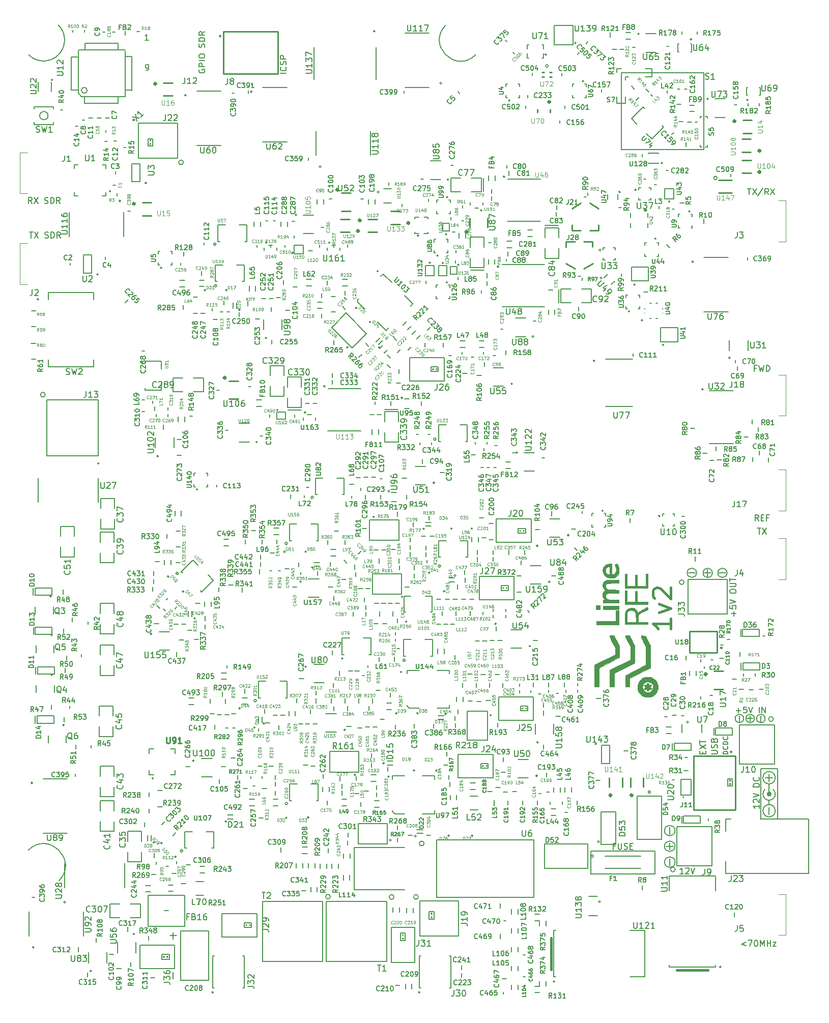
<source format=gto>
G04 #@! TF.FileFunction,Legend,Top*
%FSLAX46Y46*%
G04 Gerber Fmt 4.6, Leading zero omitted, Abs format (unit mm)*
G04 Created by KiCad (PCBNEW 4.0.7) date Mon Jan 13 15:14:29 2020*
%MOMM*%
%LPD*%
G01*
G04 APERTURE LIST*
%ADD10C,0.150000*%
%ADD11C,0.400000*%
%ADD12C,0.152400*%
%ADD13C,0.200000*%
%ADD14C,0.195580*%
%ADD15C,0.200660*%
%ADD16C,0.254000*%
%ADD17C,0.127000*%
%ADD18C,0.099060*%
%ADD19C,0.500000*%
%ADD20C,0.250000*%
%ADD21C,0.300000*%
%ADD22C,0.010000*%
%ADD23C,0.125000*%
%ADD24C,0.140000*%
%ADD25C,0.175000*%
%ADD26C,0.187500*%
%ADD27C,0.100000*%
G04 APERTURE END LIST*
D10*
D11*
X187018443Y-149694686D02*
X187018443Y-151408971D01*
X187018443Y-150551829D02*
X184018443Y-150551829D01*
X184447014Y-150837543D01*
X184732729Y-151123257D01*
X184875586Y-151408971D01*
X185018443Y-148694686D02*
X187018443Y-147980400D01*
X185018443Y-147266114D01*
X184304157Y-146266114D02*
X184161300Y-146123257D01*
X184018443Y-145837543D01*
X184018443Y-145123257D01*
X184161300Y-144837543D01*
X184304157Y-144694686D01*
X184589871Y-144551829D01*
X184875586Y-144551829D01*
X185304157Y-144694686D01*
X187018443Y-146408972D01*
X187018443Y-144551829D01*
D10*
X177769220Y-90003740D02*
X177469220Y-90003740D01*
X177769220Y-89703740D02*
X177769220Y-90003740D01*
X175769220Y-89703740D02*
X175769220Y-90003740D01*
X175769220Y-90003740D02*
X176069220Y-90003740D01*
X177769220Y-88003740D02*
X177469220Y-88003740D01*
X177769220Y-88303740D02*
X177769220Y-88003740D01*
X175769220Y-88003740D02*
X175769220Y-88303740D01*
X175769220Y-88003740D02*
X176069220Y-88003740D01*
D12*
X175375517Y-88343700D02*
G75*
G03X175375517Y-88343700I-146017J0D01*
G01*
D10*
X185533207Y-67680451D02*
X185780694Y-67927938D01*
X185780694Y-67927938D02*
X183836151Y-69872482D01*
X183836151Y-69872482D02*
X182952267Y-68988599D01*
X182598714Y-64745958D02*
X182386582Y-64533826D01*
X182386582Y-64533826D02*
X180442038Y-66478369D01*
X180442038Y-66478369D02*
X181325921Y-67362253D01*
D13*
X142828105Y-156643500D02*
G75*
G03X142828105Y-156643500I-200805J0D01*
G01*
D10*
X142921820Y-155915600D02*
X142571820Y-155915600D01*
X142571820Y-155915600D02*
X142571820Y-153165600D01*
X142571820Y-153165600D02*
X143821820Y-153165600D01*
X147071820Y-155915600D02*
X147371820Y-155915600D01*
X147371820Y-155915600D02*
X147371820Y-153165600D01*
X147371820Y-153165600D02*
X146121820Y-153165600D01*
X142721660Y-182162820D02*
X141091660Y-182162820D01*
X140721660Y-181772820D02*
X140721660Y-181612820D01*
X140721660Y-181792820D02*
X141091660Y-182162820D01*
D13*
X140177980Y-175972440D02*
G75*
G03X140177980Y-175972440I-127000J0D01*
G01*
D10*
X140721660Y-175862820D02*
X140721660Y-176412820D01*
X147721660Y-181612820D02*
X147721660Y-182162820D01*
X147721660Y-175862820D02*
X147721660Y-176412820D01*
X142721660Y-175862820D02*
X140721660Y-175862820D01*
X147721660Y-182162820D02*
X145721660Y-182162820D01*
X147721660Y-175862820D02*
X145721660Y-175862820D01*
D14*
X133197600Y-87899240D02*
X133197600Y-87503000D01*
D13*
X151441700Y-91102020D02*
X151441700Y-92402020D01*
X151441700Y-91102020D02*
X150341700Y-91102020D01*
X151803560Y-90815700D02*
G75*
G03X151803560Y-90815700I-127000J0D01*
G01*
X150341700Y-91102020D02*
X150341700Y-92402020D01*
X151441700Y-92402020D02*
X150341700Y-92402020D01*
X147953065Y-119841880D02*
G75*
G03X147953065Y-119841880I-200805J0D01*
G01*
D10*
X148724860Y-120201580D02*
X148374860Y-120201580D01*
X148374860Y-120201580D02*
X148374860Y-117451580D01*
X148374860Y-117451580D02*
X149624860Y-117451580D01*
X152874860Y-120201580D02*
X153174860Y-120201580D01*
X153174860Y-120201580D02*
X153174860Y-117451580D01*
X153174860Y-117451580D02*
X151924860Y-117451580D01*
D13*
X176044600Y-191271400D02*
X182044600Y-191271400D01*
X182044600Y-189271400D02*
X176044600Y-189271400D01*
X184344600Y-188371400D02*
X184344600Y-192171400D01*
X173744600Y-188371400D02*
X173744600Y-192171400D01*
D15*
X173744600Y-188371400D02*
X184344600Y-188371400D01*
X184344600Y-192171400D02*
X173744600Y-192171400D01*
D13*
X134392680Y-194801100D02*
X142742680Y-194801100D01*
X134342680Y-187801100D02*
X142742680Y-187801100D01*
X148042680Y-186501100D02*
X148042680Y-196101100D01*
X145952032Y-187118700D02*
G75*
G03X145952032Y-187118700I-390512J0D01*
G01*
X164242680Y-196101100D02*
X148042680Y-196101100D01*
X164242680Y-186501100D02*
X148042680Y-186501100D01*
X134342680Y-194801100D02*
X134342680Y-187801100D01*
X164242680Y-186501100D02*
X164242680Y-196101100D01*
D10*
X139862860Y-187178020D02*
X139862860Y-183778020D01*
X135012860Y-183778020D02*
X139862860Y-183778020D01*
X135012860Y-187178020D02*
X135012860Y-183778020D01*
X135012860Y-187178020D02*
X139862860Y-187178020D01*
D12*
X140494377Y-186547600D02*
G75*
G03X140494377Y-186547600I-146017J0D01*
G01*
X164915017Y-137583880D02*
G75*
G03X164915017Y-137583880I-146017J0D01*
G01*
D10*
X128573940Y-140355940D02*
X127623940Y-140355940D01*
X128573940Y-140955940D02*
X127623940Y-140955940D01*
D12*
X127528097Y-141197540D02*
G75*
G03X127528097Y-141197540I-146017J0D01*
G01*
D10*
X126723940Y-146130940D02*
X128473940Y-146130940D01*
X126723940Y-143080940D02*
X128473940Y-143080940D01*
D12*
X125553497Y-143534800D02*
G75*
G03X125553497Y-143534800I-146017J0D01*
G01*
D10*
X118448940Y-166030940D02*
X118448940Y-166980940D01*
X119048940Y-166030940D02*
X119048940Y-166980940D01*
D12*
X119439097Y-167151680D02*
G75*
G03X119439097Y-167151680I-146017J0D01*
G01*
D13*
X105087248Y-142171874D02*
G75*
G03X105087248Y-142171874I-200805J0D01*
G01*
D10*
X105795782Y-142109960D02*
X105548295Y-141862473D01*
X105548295Y-141862473D02*
X107492838Y-139917929D01*
X107492838Y-139917929D02*
X108376722Y-140801813D01*
X108730275Y-145044453D02*
X108942407Y-145256585D01*
X108942407Y-145256585D02*
X110886951Y-143312042D01*
X110886951Y-143312042D02*
X110003067Y-142428158D01*
D13*
X112169114Y-52749980D02*
G75*
G03X112169114Y-52749980I-170294J0D01*
G01*
D16*
X121618820Y-58989980D02*
X112618820Y-58989980D01*
X112618820Y-51989980D02*
X121618820Y-51989980D01*
X121618820Y-51989980D02*
X121618820Y-58989980D01*
X112618820Y-58989980D02*
X112618820Y-51989980D01*
D13*
X197194674Y-171895980D02*
G75*
G03X197194674Y-171895980I-170294J0D01*
G01*
D16*
X190784380Y-181515980D02*
X190784380Y-172515980D01*
X197784380Y-172515980D02*
X197784380Y-181515980D01*
X197784380Y-181515980D02*
X190784380Y-181515980D01*
X190784380Y-172515980D02*
X197784380Y-172515980D01*
D10*
X142248940Y-145655940D02*
X142248940Y-142255940D01*
X137398940Y-142255940D02*
X142248940Y-142255940D01*
X137398940Y-145655940D02*
X137398940Y-142255940D01*
X137398940Y-145655940D02*
X142248940Y-145655940D01*
D12*
X142443577Y-146054220D02*
G75*
G03X142443577Y-146054220I-146017J0D01*
G01*
D13*
X184579440Y-86471660D02*
G75*
G03X184579440Y-86471660I-127000J0D01*
G01*
D10*
X182907280Y-87122520D02*
X182657280Y-87122520D01*
X182657280Y-87572520D02*
X182657280Y-87122520D01*
X184707280Y-87122520D02*
X184957280Y-87122520D01*
X184957280Y-87572520D02*
X184957280Y-87122520D01*
X182657280Y-89422520D02*
X182657280Y-88972520D01*
X182907280Y-89422520D02*
X182657280Y-89422520D01*
X184957280Y-89422520D02*
X184957280Y-88972520D01*
X184707280Y-89422520D02*
X184957280Y-89422520D01*
D13*
X155873860Y-76352140D02*
X155863860Y-78552140D01*
D17*
X155473860Y-78615140D02*
X155473860Y-76329140D01*
X155473860Y-76329140D02*
X153822860Y-76329140D01*
X152044860Y-78615140D02*
X150393860Y-78615140D01*
X150393860Y-78615140D02*
X150393860Y-76329140D01*
X150393860Y-76329140D02*
X152044860Y-76329140D01*
X153822860Y-78615140D02*
X155473860Y-78615140D01*
D13*
X166119140Y-84260340D02*
X168319140Y-84270340D01*
D17*
X168382140Y-84660340D02*
X166096140Y-84660340D01*
X166096140Y-84660340D02*
X166096140Y-86311340D01*
X168382140Y-88089340D02*
X168382140Y-89740340D01*
X168382140Y-89740340D02*
X166096140Y-89740340D01*
X166096140Y-89740340D02*
X166096140Y-88089340D01*
X168382140Y-86311340D02*
X168382140Y-84660340D01*
D13*
X155933460Y-91710060D02*
X153733460Y-91700060D01*
D17*
X153670460Y-91310060D02*
X155956460Y-91310060D01*
X155956460Y-91310060D02*
X155956460Y-89659060D01*
X153670460Y-87881060D02*
X153670460Y-86230060D01*
X153670460Y-86230060D02*
X155956460Y-86230060D01*
X155956460Y-86230060D02*
X155956460Y-87881060D01*
X153670460Y-89659060D02*
X153670460Y-91310060D01*
D13*
X168332200Y-97106600D02*
X168342200Y-94906600D01*
D17*
X168732200Y-94843600D02*
X168732200Y-97129600D01*
X168732200Y-97129600D02*
X170383200Y-97129600D01*
X172161200Y-94843600D02*
X173812200Y-94843600D01*
X173812200Y-94843600D02*
X173812200Y-97129600D01*
X173812200Y-97129600D02*
X172161200Y-97129600D01*
X170383200Y-94843600D02*
X168732200Y-94843600D01*
D13*
X125523780Y-114963980D02*
X123323780Y-114953980D01*
D17*
X123260780Y-114563980D02*
X125546780Y-114563980D01*
X125546780Y-114563980D02*
X125546780Y-112912980D01*
X123260780Y-111134980D02*
X123260780Y-109483980D01*
X123260780Y-109483980D02*
X125546780Y-109483980D01*
X125546780Y-109483980D02*
X125546780Y-111134980D01*
X123260780Y-112912980D02*
X123260780Y-114563980D01*
D13*
X139428940Y-114865940D02*
X141628940Y-114875940D01*
D17*
X141691940Y-115265940D02*
X139405940Y-115265940D01*
X139405940Y-115265940D02*
X139405940Y-116916940D01*
X141691940Y-118694940D02*
X141691940Y-120345940D01*
X141691940Y-120345940D02*
X139405940Y-120345940D01*
X139405940Y-120345940D02*
X139405940Y-118694940D01*
X141691940Y-116916940D02*
X141691940Y-115265940D01*
D10*
X148273940Y-166455940D02*
X149223940Y-166455940D01*
X148273940Y-165855940D02*
X149223940Y-165855940D01*
D12*
X149654997Y-165596220D02*
G75*
G03X149654997Y-165596220I-146017J0D01*
G01*
D10*
X147058260Y-148584340D02*
X147258260Y-148584340D01*
X142658260Y-148584340D02*
X142858260Y-148584340D01*
X146158260Y-145984340D02*
X147258260Y-145984340D01*
X147258260Y-148584340D02*
X147258260Y-145984340D01*
X142658260Y-145984340D02*
X143758260Y-145984340D01*
X142658260Y-148584340D02*
X142658260Y-145984340D01*
D12*
X143104557Y-150194300D02*
G75*
G03X143104557Y-150194300I-146017J0D01*
G01*
D10*
X150073940Y-143555940D02*
X151023940Y-143555940D01*
X150073940Y-142955940D02*
X151023940Y-142955940D01*
D12*
X151254997Y-142536220D02*
G75*
G03X151254997Y-142536220I-146017J0D01*
G01*
D13*
X148713265Y-140941180D02*
G75*
G03X148713265Y-140941180I-200805J0D01*
G01*
D10*
X148763460Y-139472680D02*
X148413460Y-139472680D01*
X148413460Y-139472680D02*
X148413460Y-136722680D01*
X148413460Y-136722680D02*
X149663460Y-136722680D01*
X152913460Y-139472680D02*
X153213460Y-139472680D01*
X153213460Y-139472680D02*
X153213460Y-136722680D01*
X153213460Y-136722680D02*
X151963460Y-136722680D01*
X114198940Y-97080940D02*
X114198940Y-98030940D01*
X114798940Y-97080940D02*
X114798940Y-98030940D01*
D12*
X115384677Y-98315980D02*
G75*
G03X115384677Y-98315980I-146017J0D01*
G01*
D13*
X111463425Y-94286940D02*
G75*
G03X111463425Y-94286940I-200805J0D01*
G01*
D10*
X111600220Y-93582380D02*
X111250220Y-93582380D01*
X111250220Y-93582380D02*
X111250220Y-90832380D01*
X111250220Y-90832380D02*
X112500220Y-90832380D01*
X115750220Y-93582380D02*
X116050220Y-93582380D01*
X116050220Y-93582380D02*
X116050220Y-90832380D01*
X116050220Y-90832380D02*
X114800220Y-90832380D01*
X140764740Y-173437240D02*
X139814740Y-173437240D01*
X140764740Y-174037240D02*
X139814740Y-174037240D01*
D12*
X139386157Y-173753060D02*
G75*
G03X139386157Y-173753060I-146017J0D01*
G01*
D13*
X80920540Y-145828180D02*
X80920540Y-144628180D01*
X84020540Y-145828180D02*
X84020540Y-144628180D01*
X84020540Y-144628180D02*
X81220540Y-144628180D01*
X81220540Y-144628180D02*
X81220540Y-145828180D01*
X81220540Y-145828180D02*
X84020540Y-145828180D01*
X198411880Y-166756920D02*
X198411880Y-165827280D01*
X199129649Y-166314960D02*
G75*
G03X199129649Y-166314960I-702529J0D01*
G01*
X198427120Y-166756920D02*
X198427120Y-165827280D01*
X200210200Y-166764540D02*
X200210200Y-165834900D01*
X200672480Y-166312420D02*
X199742840Y-166312420D01*
X200912729Y-166322580D02*
G75*
G03X200912729Y-166322580I-702529J0D01*
G01*
X200657240Y-166312420D02*
X199727600Y-166312420D01*
X200194960Y-166764540D02*
X200194960Y-165834900D01*
X201985660Y-166764540D02*
X201985660Y-165834900D01*
X202703429Y-166322580D02*
G75*
G03X202703429Y-166322580I-702529J0D01*
G01*
X202000900Y-166764540D02*
X202000900Y-165834900D01*
X204068632Y-166409580D02*
G75*
G03X204068632Y-166409580I-390512J0D01*
G01*
X198445580Y-167428680D02*
X204245580Y-167428680D01*
X198445580Y-173928680D02*
X204245580Y-173928680D01*
X204245580Y-167428680D02*
X204245580Y-173928680D01*
X198445580Y-173928680D02*
X198445580Y-167428680D01*
X204779100Y-183058640D02*
X204779100Y-174704580D01*
X202025740Y-183061180D02*
X202025740Y-174707120D01*
X204782200Y-183061180D02*
X201899300Y-183061180D01*
X204779660Y-174704580D02*
X202025740Y-174704580D01*
X203362340Y-176784840D02*
X203362340Y-175585960D01*
X202767980Y-176165080D02*
X203966860Y-176165080D01*
X203359800Y-182268700D02*
X203359800Y-181069820D01*
X203357260Y-180627860D02*
X203357260Y-179947140D01*
X203377580Y-178872720D02*
X203377580Y-177203940D01*
X203419158Y-178905740D02*
G75*
G03X203419158Y-178905740I-31418J0D01*
G01*
X203567771Y-178905740D02*
G75*
G03X203567771Y-178905740I-187651J0D01*
G01*
X203708969Y-178895580D02*
G75*
G03X203708969Y-178895580I-328849J0D01*
G01*
X202638440Y-178161520D02*
G75*
G03X202661300Y-179652500I756920J-734060D01*
G01*
X202661300Y-179652500D02*
G75*
G03X204134500Y-179586460I703580J769620D01*
G01*
X204142120Y-179576300D02*
G75*
G03X204050680Y-178143740I-762000J670560D01*
G01*
X204383407Y-181669260D02*
G75*
G03X204383407Y-181669260I-1021067J0D01*
G01*
X204378327Y-176182860D02*
G75*
G03X204378327Y-176182860I-1021067J0D01*
G01*
D10*
X196988580Y-183069680D02*
X196178580Y-183069680D01*
X209978580Y-192069680D02*
X209978580Y-183069680D01*
X196178580Y-185069680D02*
X196178580Y-183069680D01*
X196178580Y-192069680D02*
X196178580Y-190069680D01*
X209978580Y-192069680D02*
X196178580Y-192069680D01*
X209978580Y-183069680D02*
X201988580Y-183069680D01*
D13*
X191065840Y-142078580D02*
X189976180Y-142078580D01*
X191287032Y-142073500D02*
G75*
G03X191287032Y-142073500I-774912J0D01*
G01*
X196377192Y-142078580D02*
G75*
G03X196377192Y-142078580I-774912J0D01*
G01*
X196156000Y-142083660D02*
X195066340Y-142083660D01*
X193135940Y-142652620D02*
X193135940Y-141514700D01*
X193702360Y-142088740D02*
X192612700Y-142088740D01*
X193923552Y-142083660D02*
G75*
G03X193923552Y-142083660I-774912J0D01*
G01*
X189209092Y-143632240D02*
G75*
G03X189209092Y-143632240I-390512J0D01*
G01*
X189875780Y-148966380D02*
X189875780Y-143166380D01*
X196375780Y-148966380D02*
X196375780Y-143166380D01*
X189875780Y-143166380D02*
X196375780Y-143166380D01*
X196375780Y-148966380D02*
X189875780Y-148966380D01*
X187724499Y-190226520D02*
G75*
G03X187724499Y-190226520I-879779J0D01*
G01*
X186837100Y-189639780D02*
X186837100Y-190798020D01*
X186829480Y-184394680D02*
X186829480Y-185552920D01*
X187716879Y-184981420D02*
G75*
G03X187716879Y-184981420I-879779J0D01*
G01*
X187716879Y-187590000D02*
G75*
G03X187716879Y-187590000I-879779J0D01*
G01*
X186245280Y-187600160D02*
X187403520Y-187600160D01*
X186829480Y-187003260D02*
X186829480Y-188161500D01*
X187747492Y-191447620D02*
G75*
G03X187747492Y-191447620I-390512J0D01*
G01*
X193856980Y-190847620D02*
X188056980Y-190847620D01*
X193856980Y-184347620D02*
X188056980Y-184347620D01*
X188056980Y-190847620D02*
X188056980Y-184347620D01*
X193856980Y-184347620D02*
X193856980Y-190847620D01*
D18*
X78753280Y-94025040D02*
X78753280Y-87222920D01*
X78753280Y-87222920D02*
X79954700Y-87222920D01*
X79954700Y-94025040D02*
X78755820Y-94025040D01*
X78743280Y-78905040D02*
X78743280Y-72102920D01*
X78743280Y-72102920D02*
X79944700Y-72102920D01*
X79944700Y-78905040D02*
X78745820Y-78905040D01*
X206154280Y-195542920D02*
X206154280Y-202345040D01*
X206154280Y-202345040D02*
X204952860Y-202345040D01*
X204952860Y-195542920D02*
X206151740Y-195542920D01*
X206154280Y-136352920D02*
X206154280Y-143155040D01*
X206154280Y-143155040D02*
X204952860Y-143155040D01*
X204952860Y-136352920D02*
X206151740Y-136352920D01*
X206173760Y-124900560D02*
X206173760Y-131702680D01*
X206173760Y-131702680D02*
X204972340Y-131702680D01*
X204972340Y-124900560D02*
X206171220Y-124900560D01*
X206159200Y-109115580D02*
X206159200Y-115917700D01*
X206159200Y-115917700D02*
X204957780Y-115917700D01*
X204957780Y-109115580D02*
X206156660Y-109115580D01*
X206143280Y-80130520D02*
X206143280Y-86932640D01*
X206143280Y-86932640D02*
X204941860Y-86932640D01*
X204941860Y-80130520D02*
X206140740Y-80130520D01*
D13*
X149575560Y-50915160D02*
G75*
G03X154531520Y-55859240I2477980J-2472040D01*
G01*
X80186140Y-55870700D02*
G75*
G03X85120940Y-50903700I2467400J2483500D01*
G01*
X85202640Y-193327820D02*
G75*
G03X80104440Y-188246580I-2549100J2540620D01*
G01*
D19*
X112896053Y-109612140D02*
G75*
G03X112896053Y-109612140I-115953J0D01*
G01*
D20*
X113533780Y-113133980D02*
X115033780Y-113133980D01*
X113533780Y-110133980D02*
X115033780Y-110133980D01*
D13*
X178762620Y-58828020D02*
X192482620Y-58828020D01*
X192482620Y-58828020D02*
X192482620Y-71588020D01*
X178762620Y-71588020D02*
X192482620Y-71588020D01*
X178762620Y-58828020D02*
X178762620Y-71588020D01*
D10*
X96193780Y-190453980D02*
X96193780Y-194453980D01*
X86193780Y-190453980D02*
X86193780Y-194453980D01*
D12*
X86300077Y-196893940D02*
G75*
G03X86300077Y-196893940I-146017J0D01*
G01*
D10*
X93174200Y-206972520D02*
X93174200Y-205222520D01*
X90124200Y-206972520D02*
X90124200Y-205222520D01*
D12*
X90635177Y-208337240D02*
G75*
G03X90635177Y-208337240I-146017J0D01*
G01*
D15*
X166259560Y-210852760D02*
X166259560Y-210055200D01*
X165182600Y-210852760D02*
X165182600Y-210055200D01*
X166259560Y-200822760D02*
X166259560Y-200025200D01*
X165182600Y-200822760D02*
X165182600Y-200025200D01*
X161559560Y-198872760D02*
X161559560Y-198075200D01*
X160482600Y-198872760D02*
X160482600Y-198075200D01*
X161589560Y-202012760D02*
X161589560Y-201215200D01*
X160512600Y-202012760D02*
X160512600Y-201215200D01*
X161559560Y-205142760D02*
X161559560Y-204345200D01*
X160482600Y-205142760D02*
X160482600Y-204345200D01*
X161559560Y-208302760D02*
X161559560Y-207505200D01*
X160482600Y-208302760D02*
X160482600Y-207505200D01*
X161569560Y-211452760D02*
X161569560Y-210655200D01*
X160492600Y-211452760D02*
X160492600Y-210655200D01*
D14*
X158653780Y-197841960D02*
X158653780Y-197146000D01*
X159601900Y-199983980D02*
X159205660Y-199983980D01*
X162811900Y-205693980D02*
X162415660Y-205693980D01*
X162801900Y-209333980D02*
X162405660Y-209333980D01*
X159153780Y-212202100D02*
X159153780Y-211805860D01*
D15*
X165182560Y-210878200D02*
X164385000Y-210878200D01*
X165182560Y-211955160D02*
X164385000Y-211955160D01*
X164375000Y-199999760D02*
X165172560Y-199999760D01*
X164375000Y-198922800D02*
X165172560Y-198922800D01*
D14*
X158653780Y-202921960D02*
X158653780Y-202226000D01*
X159671760Y-209613980D02*
X158975800Y-209613980D01*
D12*
X95062380Y-53904780D02*
X95062380Y-55047780D01*
X89525180Y-53904780D02*
X89525180Y-55022380D01*
X95062380Y-53904780D02*
X89525180Y-53904780D01*
X96256180Y-56139980D02*
X97348380Y-56139980D01*
X96281580Y-61753380D02*
X97348380Y-61753380D01*
X97348380Y-61778780D02*
X97373780Y-56139980D01*
X87264580Y-61727980D02*
X87239180Y-56216180D01*
X89017180Y-62820180D02*
X96205380Y-62820180D01*
X87264580Y-56190780D02*
X88305980Y-56190780D01*
X88407580Y-62185180D02*
X88407580Y-55123980D01*
X96230780Y-55073180D02*
X88509180Y-55073180D01*
X96230780Y-62820180D02*
X96230780Y-55200180D01*
X89448980Y-63963180D02*
X95087780Y-63963180D01*
X95087780Y-63963180D02*
X95087780Y-62820180D01*
X88991780Y-62810020D02*
X88407580Y-62225820D01*
X89448980Y-63958100D02*
X89448980Y-62810020D01*
X88407580Y-61727980D02*
X87259500Y-61727980D01*
X89912986Y-61773700D02*
G75*
G03X89912986Y-61773700I-479246J0D01*
G01*
D15*
X118105000Y-114359760D02*
X118902560Y-114359760D01*
X118105000Y-113282800D02*
X118902560Y-113282800D01*
X138374560Y-119032760D02*
X138374560Y-118235200D01*
X137297600Y-119032760D02*
X137297600Y-118235200D01*
D14*
X198510580Y-155939360D02*
X198510580Y-155243400D01*
X192013580Y-163065100D02*
X192013580Y-162668860D01*
D10*
X199837740Y-103401480D02*
X199837740Y-105101480D01*
X196737740Y-103401480D02*
X196737740Y-105101480D01*
D12*
X196894037Y-106291440D02*
G75*
G03X196894037Y-106291440I-146017J0D01*
G01*
D10*
X197409920Y-120551780D02*
X193409920Y-120551780D01*
X197409920Y-111801780D02*
X193409920Y-111801780D01*
D12*
X192415977Y-111537060D02*
G75*
G03X192415977Y-111537060I-146017J0D01*
G01*
D10*
X115198780Y-117208980D02*
X116898780Y-117208980D01*
X115198780Y-120308980D02*
X116898780Y-120308980D01*
D12*
X118234757Y-120298700D02*
G75*
G03X118234757Y-120298700I-146017J0D01*
G01*
D14*
X189920660Y-175022080D02*
X189224700Y-175022080D01*
X143794999Y-104509881D02*
X143302881Y-105001999D01*
X132798940Y-95853920D02*
X132798940Y-95157960D01*
X129848940Y-94153920D02*
X129848940Y-93457960D01*
D13*
X138456040Y-78693800D02*
G75*
G03X138456040Y-78693800I-150000J0D01*
G01*
D10*
X139256040Y-80543800D02*
X140556040Y-80543800D01*
X139256040Y-78143800D02*
X140556040Y-78143800D01*
D13*
X105806845Y-188355840D02*
G75*
G03X105806845Y-188355840I-200805J0D01*
G01*
D10*
X106477040Y-187877340D02*
X106127040Y-187877340D01*
X106127040Y-187877340D02*
X106127040Y-185127340D01*
X106127040Y-185127340D02*
X107377040Y-185127340D01*
X110627040Y-187877340D02*
X110927040Y-187877340D01*
X110927040Y-187877340D02*
X110927040Y-185127340D01*
X110927040Y-185127340D02*
X109677040Y-185127340D01*
X141348940Y-128655940D02*
X140548940Y-128655940D01*
X141348940Y-130255940D02*
X140548940Y-130255940D01*
D12*
X140234917Y-128495660D02*
G75*
G03X140234917Y-128495660I-146017J0D01*
G01*
D10*
X143498980Y-113106220D02*
X142698980Y-113106220D01*
X143498980Y-114706220D02*
X142698980Y-114706220D01*
D12*
X142384957Y-112945940D02*
G75*
G03X142384957Y-112945940I-146017J0D01*
G01*
D10*
X127614780Y-160358200D02*
X129364780Y-160358200D01*
X127614780Y-157308200D02*
X129364780Y-157308200D01*
D12*
X126396077Y-157673160D02*
G75*
G03X126396077Y-157673160I-146017J0D01*
G01*
D10*
X168573940Y-133130940D02*
X166823940Y-133130940D01*
X168573940Y-136180940D02*
X166823940Y-136180940D01*
D12*
X170084677Y-135815980D02*
G75*
G03X170084677Y-135815980I-146017J0D01*
G01*
D19*
X131622213Y-78320180D02*
G75*
G03X131622213Y-78320180I-115953J0D01*
G01*
D20*
X132259940Y-81842020D02*
X133759940Y-81842020D01*
X132259940Y-78842020D02*
X133759940Y-78842020D01*
D10*
X146229300Y-124399040D02*
X144479300Y-124399040D01*
X146229300Y-127449040D02*
X144479300Y-127449040D01*
D12*
X147740037Y-127084080D02*
G75*
G03X147740037Y-127084080I-146017J0D01*
G01*
D10*
X98683900Y-73975700D02*
X97333900Y-73975700D01*
X97333900Y-76975700D02*
X97333900Y-73975700D01*
X98683900Y-76975700D02*
X98683900Y-73975700D01*
X98683900Y-76975700D02*
X97333900Y-76975700D01*
D12*
X99794877Y-77215420D02*
G75*
G03X99794877Y-77215420I-146017J0D01*
G01*
D10*
X90660040Y-89169980D02*
X89310040Y-89169980D01*
X89310040Y-92169980D02*
X89310040Y-89169980D01*
X90660040Y-92169980D02*
X90660040Y-89169980D01*
X90660040Y-92169980D02*
X89310040Y-92169980D01*
D12*
X91771017Y-92409700D02*
G75*
G03X91771017Y-92409700I-146017J0D01*
G01*
D14*
X145283960Y-120760220D02*
X145283960Y-120363980D01*
X141554660Y-184114040D02*
X141554660Y-184810000D01*
X141554660Y-186852160D02*
X141554660Y-186156200D01*
X146248940Y-139353920D02*
X146248940Y-138657960D01*
X156447260Y-120681480D02*
X156447260Y-120285240D01*
X108514340Y-197301720D02*
X108514340Y-196605760D01*
D15*
X109459220Y-190916160D02*
X108661660Y-190916160D01*
X109459220Y-191993120D02*
X108661660Y-191993120D01*
D14*
X100195840Y-181378460D02*
X100195840Y-182074420D01*
X102385320Y-181002540D02*
X101689360Y-181002540D01*
X100183140Y-178647960D02*
X100183140Y-179343920D01*
X137798940Y-113657820D02*
X137798940Y-114054060D01*
X141469160Y-154717700D02*
X141865400Y-154717700D01*
X141222780Y-152403320D02*
X141222780Y-152007080D01*
X141222780Y-153455320D02*
X141222780Y-153059080D01*
X124366480Y-85968440D02*
X124366480Y-86364680D01*
X142321280Y-81071720D02*
X142321280Y-80675480D01*
X172262800Y-93004640D02*
X172262800Y-93400880D01*
X155519580Y-95511220D02*
X155519580Y-95114980D01*
X178769700Y-81321780D02*
X178373460Y-81321780D01*
X172003720Y-92740480D02*
X171607480Y-92740480D01*
X173233080Y-78816200D02*
X173233080Y-79212440D01*
X152359360Y-81348580D02*
X152359360Y-80952340D01*
X172587920Y-79461360D02*
X172984160Y-79461360D01*
X150464520Y-83309460D02*
X150464520Y-82913220D01*
X151602900Y-93286180D02*
X151602900Y-92889940D01*
X151074120Y-85374480D02*
X150677880Y-85374480D01*
X151211740Y-90487100D02*
X151211740Y-90090860D01*
X157440620Y-139002360D02*
X157440620Y-138306400D01*
X146248940Y-138253920D02*
X146248940Y-137557960D01*
X137650960Y-138255940D02*
X138346920Y-138255940D01*
X138503780Y-140431960D02*
X138503780Y-139736000D01*
X133939740Y-129658980D02*
X133939740Y-129262740D01*
X126033300Y-129563860D02*
X126033300Y-129167620D01*
X99045420Y-113283340D02*
X99441660Y-113283340D01*
X134234960Y-127379460D02*
X133539000Y-127379460D01*
X153815240Y-122425060D02*
X154511200Y-122425060D01*
X164112540Y-161074440D02*
X164112540Y-160378480D01*
X151257460Y-88424620D02*
X151257460Y-88820860D01*
X160084760Y-138994740D02*
X160084760Y-138298780D01*
X157425380Y-139457020D02*
X157425380Y-140152980D01*
X154788860Y-138298780D02*
X154788860Y-138994740D01*
X154796480Y-139487500D02*
X154796480Y-140183460D01*
X146486180Y-140360120D02*
X146486180Y-139963880D01*
X144353780Y-141531960D02*
X144353780Y-140836000D01*
X141822740Y-140433780D02*
X141822740Y-139737820D01*
X139596920Y-138255940D02*
X138900960Y-138255940D01*
X135002881Y-138951999D02*
X135494999Y-138459881D01*
X154527020Y-120681480D02*
X154527020Y-120285240D01*
X156472660Y-124580380D02*
X156868900Y-124580380D01*
X155416020Y-124580380D02*
X155812260Y-124580380D01*
X147234680Y-120760220D02*
X147234680Y-120363980D01*
X138846920Y-115705940D02*
X138150960Y-115705940D01*
X137646920Y-115705940D02*
X136950960Y-115705940D01*
X130698700Y-108869400D02*
X130698700Y-109565360D01*
X130673300Y-109992080D02*
X130673300Y-110688040D01*
X127444960Y-113840180D02*
X128140920Y-113840180D01*
X126205440Y-113855420D02*
X126901400Y-113855420D01*
D17*
X120405580Y-112678080D02*
X122691580Y-112678080D01*
X122691580Y-112678080D02*
X122691580Y-111027080D01*
X120405580Y-109249080D02*
X120405580Y-107598080D01*
X120405580Y-107598080D02*
X122691580Y-107598080D01*
X122691580Y-107598080D02*
X122691580Y-109249080D01*
X120405580Y-111027080D02*
X120405580Y-112678080D01*
D14*
X117161900Y-111123980D02*
X116765660Y-111123980D01*
X99426420Y-115203580D02*
X99030180Y-115203580D01*
X135448940Y-127957820D02*
X135448940Y-128354060D01*
X126419380Y-127854440D02*
X126815620Y-127854440D01*
X124429980Y-83563060D02*
X124033740Y-83563060D01*
X129271220Y-84553660D02*
X128874980Y-84553660D01*
X164134220Y-100148260D02*
X164530460Y-100148260D01*
D15*
X152864240Y-86353520D02*
X152864240Y-85555960D01*
X151787280Y-86353520D02*
X151787280Y-85555960D01*
D14*
X146293780Y-93505860D02*
X146293780Y-93902100D01*
X150429420Y-74292060D02*
X150825660Y-74292060D01*
X145825900Y-76546580D02*
X145429660Y-76546580D01*
X146699660Y-80234660D02*
X146699660Y-79838420D01*
X100792940Y-113496700D02*
X100792940Y-113892940D01*
X99446740Y-105195980D02*
X99050500Y-105195980D01*
X105430780Y-90489640D02*
X105430780Y-90885880D01*
X163220860Y-62559800D02*
X163220860Y-62956040D01*
X138527260Y-156785960D02*
X138527260Y-156090000D01*
X134067020Y-158429340D02*
X133371060Y-158429340D01*
X130698940Y-155703920D02*
X130698940Y-155007960D01*
D15*
X140758000Y-197785200D02*
X140758000Y-198582760D01*
X141834960Y-197785200D02*
X141834960Y-198582760D01*
X143078000Y-197825200D02*
X143078000Y-198622760D01*
X144154960Y-197825200D02*
X144154960Y-198622760D01*
X142868000Y-210495200D02*
X142868000Y-211292760D01*
X143944960Y-210495200D02*
X143944960Y-211292760D01*
D13*
X104233780Y-208563980D02*
X104233780Y-209113980D01*
X104233780Y-209113980D02*
X104233780Y-209663980D01*
X104233780Y-201913980D02*
X104233780Y-202463980D01*
X104233780Y-202463980D02*
X104233780Y-203013980D01*
X103683780Y-202463980D02*
X104233780Y-202463980D01*
X104233780Y-202463980D02*
X104783780Y-202463980D01*
X110133780Y-201713980D02*
X110133780Y-209913980D01*
X110133780Y-209913980D02*
X105433780Y-209913980D01*
X105433780Y-209913980D02*
X105433780Y-201713980D01*
X105433780Y-201713980D02*
X110133780Y-201713980D01*
D14*
X151065280Y-156462680D02*
X151065280Y-155766720D01*
D15*
X137818160Y-80705240D02*
X137818160Y-79907680D01*
X136741200Y-80705240D02*
X136741200Y-79907680D01*
D14*
X141062760Y-156772560D02*
X141062760Y-156076600D01*
X118146020Y-87525460D02*
X118146020Y-87921700D01*
X119969740Y-83507180D02*
X119573500Y-83507180D01*
X121249900Y-83507180D02*
X120853660Y-83507180D01*
X111501380Y-127403460D02*
X111501380Y-127799700D01*
X109337300Y-87093660D02*
X109337300Y-87489900D01*
X135844580Y-79828940D02*
X135448340Y-79828940D01*
X130617260Y-79823860D02*
X130221020Y-79823860D01*
D15*
X129217720Y-80710320D02*
X129217720Y-79912760D01*
X128140760Y-80710320D02*
X128140760Y-79912760D01*
D14*
X167352980Y-95001080D02*
X166657020Y-95001080D01*
X171642460Y-97768280D02*
X171642460Y-98464240D01*
X159934100Y-88610040D02*
X159934100Y-89306000D01*
X159614060Y-89801300D02*
X159614060Y-90197540D01*
X156474620Y-92938200D02*
X156474620Y-92242240D01*
X156459380Y-94248840D02*
X156459380Y-93552880D01*
X167990980Y-82031440D02*
X167990980Y-82727400D01*
X167996060Y-80903680D02*
X167996060Y-81599640D01*
X160040780Y-75214080D02*
X160040780Y-75910040D01*
X159741060Y-74276820D02*
X159741060Y-74673060D01*
X157201060Y-78932640D02*
X157201060Y-78236680D01*
X157201060Y-80136600D02*
X157201060Y-79440640D01*
X188887560Y-52376940D02*
X188887560Y-51980700D01*
X191386920Y-52407420D02*
X191386920Y-52011180D01*
X182827441Y-61574601D02*
X183319559Y-62066719D01*
D10*
X163110380Y-54159840D02*
X163360380Y-54159840D01*
X163110380Y-54859840D02*
X163110380Y-54159840D01*
X165810380Y-54859840D02*
X165810380Y-54159840D01*
X165810380Y-54159840D02*
X165560380Y-54159840D01*
X163110380Y-56359840D02*
X163360380Y-56359840D01*
X163110380Y-55659840D02*
X163110380Y-56359840D01*
X165810380Y-55659840D02*
X165810380Y-56359840D01*
X165810380Y-56359840D02*
X165560380Y-56359840D01*
D12*
X166346117Y-55819880D02*
G75*
G03X166346117Y-55819880I-146017J0D01*
G01*
D20*
X165590780Y-59525720D02*
X165890780Y-59525720D01*
X165590780Y-58725720D02*
X165890780Y-58725720D01*
X166890780Y-59525720D02*
X167190780Y-59525720D01*
X166890780Y-58725720D02*
X167190780Y-58725720D01*
D10*
X166597141Y-57709720D02*
G75*
G03X166597141Y-57709720I-209201J0D01*
G01*
D15*
X154447720Y-177080160D02*
X153650160Y-177080160D01*
X154447720Y-178157120D02*
X153650160Y-178157120D01*
X137167440Y-176794540D02*
X137965000Y-176794540D01*
X137167440Y-175717580D02*
X137965000Y-175717580D01*
D14*
X113576100Y-98661140D02*
X113179860Y-98661140D01*
X117150340Y-176297560D02*
X117150340Y-175901320D01*
X130530600Y-163708080D02*
X130530600Y-163012120D01*
X130979040Y-165017820D02*
X130979040Y-164321860D01*
X133252340Y-164992420D02*
X133252340Y-164296460D01*
X136833740Y-164232960D02*
X136833740Y-164928920D01*
X140338940Y-162744520D02*
X140338940Y-162048560D01*
X153946920Y-158955940D02*
X153250960Y-158955940D01*
X155450960Y-159005940D02*
X156146920Y-159005940D01*
X156878620Y-161099840D02*
X156878620Y-160403880D01*
X159093500Y-161099840D02*
X159093500Y-160403880D01*
X148966380Y-149189040D02*
X148966380Y-148493080D01*
X153598940Y-149153920D02*
X153598940Y-148457960D01*
X135089900Y-163708080D02*
X135089900Y-163012120D01*
X152413300Y-161104920D02*
X152413300Y-160408960D01*
X154653580Y-161104920D02*
X154653580Y-160408960D01*
X157750960Y-159005940D02*
X158446920Y-159005940D01*
X151287940Y-149163640D02*
X151287940Y-148467680D01*
X161857020Y-162016780D02*
X161857020Y-161620540D01*
X163736620Y-161986300D02*
X163736620Y-161590060D01*
X165382540Y-162199660D02*
X164986300Y-162199660D01*
X166672860Y-161955820D02*
X166672860Y-161559580D01*
X168323860Y-162153940D02*
X167927620Y-162153940D01*
X169578620Y-161950740D02*
X169578620Y-161554500D01*
X171503940Y-161549420D02*
X171503940Y-161945660D01*
X166683020Y-161074440D02*
X166683020Y-160378480D01*
X169263660Y-161028720D02*
X169263660Y-160332760D01*
X155748940Y-149004060D02*
X155748940Y-148607820D01*
X163447312Y-148635712D02*
X163167128Y-148355528D01*
X161846860Y-160949980D02*
X161846860Y-160553740D01*
X171483620Y-160848380D02*
X171483620Y-160452140D01*
D15*
X107628820Y-162924860D02*
X106831260Y-162924860D01*
X107628820Y-164001820D02*
X106831260Y-164001820D01*
D10*
X175509540Y-173791140D02*
X176859540Y-173791140D01*
X176859540Y-170791140D02*
X176859540Y-173791140D01*
X175509540Y-170791140D02*
X175509540Y-173791140D01*
X175509540Y-170791140D02*
X176859540Y-170791140D01*
D12*
X174690597Y-170551420D02*
G75*
G03X174690597Y-170551420I-146017J0D01*
G01*
D13*
X118070905Y-163343960D02*
G75*
G03X118070905Y-163343960I-200805J0D01*
G01*
D10*
X118741100Y-162865460D02*
X118391100Y-162865460D01*
X118391100Y-162865460D02*
X118391100Y-160115460D01*
X118391100Y-160115460D02*
X119641100Y-160115460D01*
X122891100Y-162865460D02*
X123191100Y-162865460D01*
X123191100Y-162865460D02*
X123191100Y-160115460D01*
X123191100Y-160115460D02*
X121941100Y-160115460D01*
D13*
X123228745Y-137174440D02*
G75*
G03X123228745Y-137174440I-200805J0D01*
G01*
D10*
X123898940Y-136695940D02*
X123548940Y-136695940D01*
X123548940Y-136695940D02*
X123548940Y-133945940D01*
X123548940Y-133945940D02*
X124798940Y-133945940D01*
X128048940Y-136695940D02*
X128348940Y-136695940D01*
X128348940Y-136695940D02*
X128348940Y-133945940D01*
X128348940Y-133945940D02*
X127098940Y-133945940D01*
X159561700Y-148130500D02*
X159461700Y-148130500D01*
X157561700Y-148130500D02*
X157461700Y-148130500D01*
X157561700Y-149480500D02*
X157461700Y-149480500D01*
X159561700Y-149480500D02*
X159461700Y-149480500D01*
X157461700Y-148530500D02*
X157461700Y-148130500D01*
X159561700Y-148530500D02*
X159561700Y-148130500D01*
X157461700Y-149480500D02*
X157461700Y-149080500D01*
X159561700Y-149480500D02*
X159561700Y-149080500D01*
D12*
X157997437Y-150565540D02*
G75*
G03X157997437Y-150565540I-146017J0D01*
G01*
D14*
X165051160Y-178794280D02*
X165447400Y-178794280D01*
X166928800Y-180563520D02*
X166928800Y-180167280D01*
X166380620Y-178550540D02*
X166776860Y-178550540D01*
X168998940Y-180554060D02*
X168998940Y-180157820D01*
X169824860Y-181941440D02*
X169428620Y-181941440D01*
X150475360Y-105942480D02*
X150079120Y-105942480D01*
X152245740Y-105696100D02*
X152245740Y-105299860D01*
X154221860Y-106196480D02*
X153825620Y-106196480D01*
X155865240Y-105696100D02*
X155865240Y-105299860D01*
X157841360Y-105878980D02*
X157445120Y-105878980D01*
X122548940Y-94103920D02*
X122548940Y-93407960D01*
X124846920Y-94505940D02*
X124150960Y-94505940D01*
X146141540Y-104500280D02*
X146141540Y-103804320D01*
D15*
X167081660Y-182429120D02*
X167879220Y-182429120D01*
X167081660Y-181352160D02*
X167879220Y-181352160D01*
X168618220Y-178559400D02*
X168618220Y-177761840D01*
X167541260Y-178559400D02*
X167541260Y-177761840D01*
X169416660Y-177786840D02*
X169416660Y-178584400D01*
X170493620Y-177786840D02*
X170493620Y-178584400D01*
D14*
X112067340Y-98676380D02*
X112463580Y-98676380D01*
X110710980Y-98051540D02*
X110710980Y-98447780D01*
X117450820Y-177555940D02*
X117847060Y-177555940D01*
X119042640Y-176297560D02*
X119042640Y-175901320D01*
X149748940Y-171857960D02*
X149748940Y-172553920D01*
X137178240Y-174428120D02*
X137178240Y-173732160D01*
D15*
X106117160Y-93384100D02*
X105319600Y-93384100D01*
X106117160Y-94461060D02*
X105319600Y-94461060D01*
X117701520Y-179764660D02*
X116903960Y-179764660D01*
X117701520Y-180841620D02*
X116903960Y-180841620D01*
D13*
X123243945Y-180468240D02*
G75*
G03X123243945Y-180468240I-200805J0D01*
G01*
D10*
X123914140Y-179989740D02*
X123564140Y-179989740D01*
X123564140Y-179989740D02*
X123564140Y-177239740D01*
X123564140Y-177239740D02*
X124814140Y-177239740D01*
X128064140Y-179989740D02*
X128364140Y-179989740D01*
X128364140Y-179989740D02*
X128364140Y-177239740D01*
X128364140Y-177239740D02*
X127114140Y-177239740D01*
D14*
X134137860Y-149280480D02*
X134137860Y-148584520D01*
X136298940Y-147457960D02*
X136298940Y-148153920D01*
X138537140Y-149239840D02*
X138537140Y-148543880D01*
X139796920Y-150505940D02*
X139100960Y-150505940D01*
X140767260Y-149234760D02*
X140767260Y-148538800D01*
X120289780Y-116141420D02*
X120289780Y-115745180D01*
X124404580Y-116156660D02*
X124404580Y-115760420D01*
X136317180Y-149255080D02*
X136317180Y-148559120D01*
X138346920Y-150505940D02*
X137650960Y-150505940D01*
D15*
X132529000Y-192403600D02*
X132529000Y-193201160D01*
X133605960Y-192403600D02*
X133605960Y-193201160D01*
D14*
X141498940Y-150403920D02*
X141498940Y-149707960D01*
D15*
X105574720Y-132554720D02*
X105574720Y-131757160D01*
X104497760Y-132554720D02*
X104497760Y-131757160D01*
D14*
X103198940Y-135607960D02*
X103198940Y-136303920D01*
X114146920Y-144105940D02*
X113450960Y-144105940D01*
D15*
X113460240Y-136471920D02*
X112662680Y-136471920D01*
X113460240Y-137548880D02*
X112662680Y-137548880D01*
D14*
X117896920Y-135005940D02*
X117200960Y-135005940D01*
X131746920Y-135105940D02*
X131050960Y-135105940D01*
D10*
X94999390Y-203550430D02*
X94999390Y-205300430D01*
X98049390Y-203550430D02*
X98049390Y-205300430D01*
D12*
X97830447Y-202185710D02*
G75*
G03X97830447Y-202185710I-146017J0D01*
G01*
D10*
X127938700Y-116651300D02*
X127938700Y-116251300D01*
X126588700Y-115776300D02*
X127188700Y-115776300D01*
X125838700Y-116651300D02*
X125838700Y-116251300D01*
D12*
X126294997Y-115391260D02*
G75*
G03X126294997Y-115391260I-146017J0D01*
G01*
D15*
X132563060Y-188769860D02*
X132563060Y-189567420D01*
X133640020Y-188769860D02*
X133640020Y-189567420D01*
D14*
X134663640Y-175954660D02*
X134663640Y-176650620D01*
X150119540Y-176460120D02*
X150119540Y-175764160D01*
X110372020Y-163780840D02*
X110372020Y-163084880D01*
X141833780Y-140846000D02*
X141833780Y-141541960D01*
D15*
X124706840Y-190408160D02*
X124706840Y-191205720D01*
X125783800Y-190408160D02*
X125783800Y-191205720D01*
X125717760Y-188797800D02*
X126515320Y-188797800D01*
X125717760Y-187720840D02*
X126515320Y-187720840D01*
X126708360Y-190382760D02*
X126708360Y-191180320D01*
X127785320Y-190382760D02*
X127785320Y-191180320D01*
X131699560Y-191282760D02*
X131699560Y-190485200D01*
X130622600Y-191282760D02*
X130622600Y-190485200D01*
X129769560Y-191292760D02*
X129769560Y-190495200D01*
X128692600Y-191292760D02*
X128692600Y-190495200D01*
D14*
X144638220Y-119041780D02*
X145034460Y-119041780D01*
X146571740Y-119083820D02*
X146967980Y-119083820D01*
X155944340Y-121313940D02*
X155944340Y-121710180D01*
X158108420Y-120938020D02*
X157712180Y-120938020D01*
X105898940Y-97557960D02*
X105898940Y-98253920D01*
X121400960Y-96305940D02*
X122096920Y-96305940D01*
X112384260Y-162619560D02*
X112384260Y-161923600D01*
X120155160Y-174270640D02*
X120851120Y-174270640D01*
X127998940Y-162403920D02*
X127998940Y-161707960D01*
X126591520Y-174105540D02*
X125895560Y-174105540D01*
X138637140Y-161647240D02*
X137941180Y-161647240D01*
X137248940Y-172107960D02*
X137248940Y-172803920D01*
X112937420Y-163801160D02*
X112937420Y-163105200D01*
X124728100Y-163699560D02*
X124728100Y-163003600D01*
X127979300Y-163709720D02*
X127979300Y-163013760D01*
X104700960Y-135105940D02*
X105396920Y-135105940D01*
X104700960Y-137755940D02*
X105396920Y-137755940D01*
X111848940Y-145203920D02*
X111848940Y-144507960D01*
X115748940Y-145253920D02*
X115748940Y-144557960D01*
X116241540Y-137223760D02*
X116241540Y-136527800D01*
X118984740Y-137233920D02*
X118984740Y-136537960D01*
X129966060Y-137308720D02*
X129966060Y-136612760D01*
X132800700Y-137308720D02*
X132800700Y-136612760D01*
X178542140Y-54937260D02*
X179238100Y-54937260D01*
X177297540Y-54947420D02*
X177993500Y-54947420D01*
X189555580Y-70403320D02*
X189555580Y-71099280D01*
X188323680Y-66981940D02*
X189019640Y-66981940D01*
X189771480Y-67042900D02*
X190467440Y-67042900D01*
X180937039Y-61523159D02*
X180444921Y-61031041D01*
X173236472Y-53697348D02*
X172956288Y-53977532D01*
X159479048Y-53438268D02*
X159759232Y-53718452D01*
D10*
X170774620Y-50957280D02*
X170774620Y-54157280D01*
X167574620Y-50957280D02*
X167574620Y-54157280D01*
X167574620Y-50957280D02*
X170774620Y-50957280D01*
X167574620Y-54157280D02*
X170774620Y-54157280D01*
D12*
X171260597Y-53897000D02*
G75*
G03X171260597Y-53897000I-146017J0D01*
G01*
D14*
X87127540Y-90878260D02*
X87127540Y-90482020D01*
X94613780Y-75702100D02*
X94613780Y-75305860D01*
X92964460Y-89918140D02*
X92964460Y-89521900D01*
X151854752Y-62288412D02*
X151574568Y-62008228D01*
X145653780Y-123186000D02*
X145653780Y-123881960D01*
X167163780Y-131866000D02*
X167163780Y-132561960D01*
X95532520Y-207909040D02*
X94836560Y-207909040D01*
X130848940Y-160457960D02*
X130848940Y-161153920D01*
X138626620Y-126388860D02*
X139022860Y-126388860D01*
X111577120Y-99926060D02*
X110881160Y-99926060D01*
X118326360Y-174283340D02*
X119022320Y-174283340D01*
X186682840Y-54429260D02*
X186286600Y-54429260D01*
X181066900Y-54594360D02*
X180670660Y-54594360D01*
X168575180Y-67233400D02*
X168575180Y-66837160D01*
X175448420Y-61630160D02*
X175448420Y-62026400D01*
X197968060Y-64213340D02*
X197571820Y-64213340D01*
X187480792Y-68812888D02*
X187200608Y-69093072D01*
X191439220Y-67046980D02*
X191042980Y-67046980D01*
X188504020Y-61576820D02*
X188107780Y-61576820D01*
X189677500Y-61576820D02*
X189281260Y-61576820D01*
X129888440Y-180714620D02*
X129888440Y-180018660D01*
X132339540Y-178342260D02*
X132339540Y-179038220D01*
X131996640Y-176663320D02*
X131996640Y-175967360D01*
X134400060Y-178805940D02*
X135096020Y-178805940D01*
X139959540Y-175113920D02*
X139959540Y-174417960D01*
X149896020Y-174067440D02*
X149200060Y-174067440D01*
X158596920Y-177805940D02*
X157900960Y-177805940D01*
X140515800Y-138163980D02*
X141211760Y-138163980D01*
X147646920Y-135955940D02*
X146950960Y-135955940D01*
X144198940Y-134403920D02*
X144198940Y-133707960D01*
X155851760Y-132893980D02*
X155155800Y-132893980D01*
X171171920Y-134780940D02*
X170475960Y-134780940D01*
X141205800Y-210703980D02*
X141901760Y-210703980D01*
X152213780Y-209371960D02*
X152213780Y-208676000D01*
X135159220Y-158391240D02*
X134463260Y-158391240D01*
X136063460Y-159191340D02*
X135667220Y-159191340D01*
X152243780Y-208091960D02*
X152243780Y-207396000D01*
X130007820Y-188635240D02*
X130007820Y-187939280D01*
X118596920Y-99805940D02*
X117900960Y-99805940D01*
X113850960Y-172855940D02*
X114546920Y-172855940D01*
X96254081Y-97133959D02*
X96746199Y-96641841D01*
X125230360Y-159724740D02*
X125926320Y-159724740D01*
X101689360Y-178272040D02*
X102385320Y-178272040D01*
X186212940Y-75120100D02*
X186609180Y-75120100D01*
X182283560Y-72778220D02*
X182283560Y-72381980D01*
D15*
X123218400Y-84454600D02*
X123218400Y-83657040D01*
X122141440Y-84454600D02*
X122141440Y-83657040D01*
D14*
X137234700Y-126183120D02*
X137930660Y-126183120D01*
X105588260Y-193829540D02*
X106284220Y-193829540D01*
X133319980Y-185297680D02*
X133319980Y-185993640D01*
X102324681Y-184004499D02*
X102816799Y-183512381D01*
X147023280Y-185737100D02*
X146327320Y-185737100D01*
X143995600Y-185737100D02*
X143299640Y-185737100D01*
X122184620Y-188513320D02*
X122184620Y-187817360D01*
X101141760Y-209453980D02*
X100445800Y-209453980D01*
X96692140Y-201029440D02*
X96692140Y-201725400D01*
X187216240Y-81495500D02*
X187612480Y-81495500D01*
X149326920Y-125355940D02*
X148630960Y-125355940D01*
X165583060Y-122907660D02*
X165979300Y-122907660D01*
X160696100Y-122074540D02*
X161092340Y-122074540D01*
X157940780Y-124588000D02*
X157544540Y-124588000D01*
X182875380Y-76580600D02*
X182479140Y-76580600D01*
X184269840Y-77507700D02*
X184666080Y-77507700D01*
X169377820Y-64363200D02*
X169377820Y-64759440D01*
X162885580Y-64373360D02*
X162885580Y-64769600D01*
X168910460Y-58927600D02*
X168910460Y-59323840D01*
X163952380Y-58907280D02*
X163952380Y-59303520D01*
X171753112Y-55495668D02*
X171472928Y-55775852D01*
X160713488Y-55429628D02*
X160993672Y-55709812D01*
D15*
X143238743Y-101609703D02*
X143802703Y-101045743D01*
X142477217Y-100848177D02*
X143041177Y-100284217D01*
D10*
X185000460Y-73938100D02*
X185000460Y-73838100D01*
X183300460Y-73938100D02*
X183300460Y-73838100D01*
X185000460Y-72338100D02*
X185000460Y-72238100D01*
X185000460Y-73938100D02*
X183300460Y-73938100D01*
D13*
X185628460Y-73886600D02*
G75*
G03X185628460Y-73886600I-127000J0D01*
G01*
D10*
X183300460Y-72338100D02*
X183300460Y-72238100D01*
X185000460Y-72238100D02*
X183300460Y-72238100D01*
D14*
X197543780Y-199291960D02*
X197543780Y-198596000D01*
D10*
X163323940Y-173180940D02*
X161573940Y-173180940D01*
X163323940Y-176230940D02*
X161573940Y-176230940D01*
D12*
X164834677Y-175865980D02*
G75*
G03X164834677Y-175865980I-146017J0D01*
G01*
D14*
X159148940Y-173503920D02*
X159148940Y-172807960D01*
X111860840Y-176435060D02*
X111860840Y-177131020D01*
X119196920Y-182855940D02*
X118500960Y-182855940D01*
X116546920Y-178005940D02*
X115850960Y-178005940D01*
X106280460Y-174319240D02*
X106976420Y-174319240D01*
D10*
X108941140Y-176022040D02*
X110691140Y-176022040D01*
X108941140Y-172972040D02*
X110691140Y-172972040D01*
D12*
X107722437Y-173337000D02*
G75*
G03X107722437Y-173337000I-146017J0D01*
G01*
D15*
X99644660Y-195180820D02*
X100442220Y-195180820D01*
X99644660Y-194103860D02*
X100442220Y-194103860D01*
X103429260Y-195091920D02*
X104226820Y-195091920D01*
X103429260Y-194014960D02*
X104226820Y-194014960D01*
D14*
X101021340Y-188757160D02*
X101021340Y-189453120D01*
D17*
X98749540Y-199462260D02*
X98749540Y-197176260D01*
X98749540Y-197176260D02*
X97098540Y-197176260D01*
X95320540Y-199462260D02*
X93669540Y-199462260D01*
X93669540Y-199462260D02*
X93669540Y-197176260D01*
X93669540Y-197176260D02*
X95320540Y-197176260D01*
X97098540Y-199462260D02*
X98749540Y-199462260D01*
D14*
X88423400Y-205124700D02*
X88423400Y-204428740D01*
X89947400Y-208581640D02*
X89947400Y-209277600D01*
D13*
X106116040Y-195775340D02*
X100016040Y-195775340D01*
X100016040Y-195775340D02*
X100016040Y-200875340D01*
X100016040Y-200875340D02*
X106116040Y-200875340D01*
X106116040Y-200875340D02*
X106116040Y-195775340D01*
D14*
X103414020Y-198325340D02*
X102718060Y-198325340D01*
X103403860Y-190946640D02*
X103007620Y-190946640D01*
X101415040Y-190547860D02*
X101415040Y-190151620D01*
X104805940Y-190471660D02*
X104805940Y-190075420D01*
X100635260Y-192280140D02*
X101331220Y-192280140D01*
X166359260Y-176035840D02*
X166359260Y-175339880D01*
X135646920Y-167855940D02*
X134950960Y-167855940D01*
X138146920Y-167705940D02*
X137450960Y-167705940D01*
X151613780Y-164866000D02*
X151613780Y-165561960D01*
X156996920Y-163305940D02*
X156300960Y-163305940D01*
X153996920Y-163405940D02*
X153300960Y-163405940D01*
X165863780Y-163726000D02*
X165863780Y-164421960D01*
X167900960Y-165955940D02*
X168596920Y-165955940D01*
X165848940Y-171353920D02*
X165848940Y-170657960D01*
D15*
X151373160Y-162707160D02*
X151373160Y-163504720D01*
X152450120Y-162707160D02*
X152450120Y-163504720D01*
D14*
X158248940Y-167007960D02*
X158248940Y-167703920D01*
X151123780Y-166631960D02*
X151123780Y-165936000D01*
X151163780Y-167096000D02*
X151163780Y-167791960D01*
D10*
X167523940Y-168930940D02*
X167523940Y-167180940D01*
X164473940Y-168930940D02*
X164473940Y-167180940D01*
D12*
X164984917Y-170295660D02*
G75*
G03X164984917Y-170295660I-146017J0D01*
G01*
D14*
X157948940Y-151753920D02*
X157948940Y-151057960D01*
X105546920Y-119855940D02*
X104850960Y-119855940D01*
X156900960Y-153305940D02*
X157596920Y-153305940D01*
X164832720Y-153320620D02*
X164136760Y-153320620D01*
X103348940Y-116054060D02*
X103348940Y-115657820D01*
X101398940Y-115657820D02*
X101398940Y-116054060D01*
X105546920Y-122555940D02*
X104850960Y-122555940D01*
X103348940Y-114557820D02*
X103348940Y-114954060D01*
X135050960Y-144705940D02*
X135746920Y-144705940D01*
X151548940Y-144057960D02*
X151548940Y-144753920D01*
X111098940Y-168103920D02*
X111098940Y-167407960D01*
X119398940Y-164757960D02*
X119398940Y-165453920D01*
X119550960Y-167055940D02*
X120246920Y-167055940D01*
X126200960Y-167255940D02*
X126896920Y-167255940D01*
X127048940Y-165553920D02*
X127048940Y-164857960D01*
X133796920Y-167605940D02*
X133100960Y-167605940D01*
X106296920Y-150655940D02*
X105600960Y-150655940D01*
X104350960Y-150655940D02*
X105046920Y-150655940D01*
X104798940Y-155307960D02*
X104798940Y-156003920D01*
X101796920Y-150555940D02*
X101100960Y-150555940D01*
X122800960Y-141405940D02*
X123496920Y-141405940D01*
X130398940Y-140307960D02*
X130398940Y-141003920D01*
X125148940Y-141053920D02*
X125148940Y-140357960D01*
X132996920Y-143155940D02*
X132300960Y-143155940D01*
X124050960Y-144405940D02*
X124746920Y-144405940D01*
X136048940Y-146903920D02*
X136048940Y-146207960D01*
X138396920Y-147155940D02*
X137700960Y-147155940D01*
X139546920Y-147155940D02*
X138850960Y-147155940D01*
X141896920Y-147155940D02*
X141200960Y-147155940D01*
X152698940Y-141657960D02*
X152698940Y-142353920D01*
X153550960Y-146505940D02*
X154246920Y-146505940D01*
X152200960Y-146505940D02*
X152896920Y-146505940D01*
X150800960Y-146505940D02*
X151496920Y-146505940D01*
X149450960Y-146505940D02*
X150146920Y-146505940D01*
X162146920Y-145305940D02*
X161450960Y-145305940D01*
X162148940Y-140753920D02*
X162148940Y-140057960D01*
X167896920Y-142605940D02*
X167200960Y-142605940D01*
X140696920Y-147155940D02*
X140000960Y-147155940D01*
X148746920Y-146505940D02*
X148050960Y-146505940D01*
X104789032Y-147765848D02*
X104508848Y-148046032D01*
X144298940Y-142903920D02*
X144298940Y-142207960D01*
X152798940Y-142957960D02*
X152798940Y-143653920D01*
X113347060Y-167855940D02*
X112950820Y-167855940D01*
X118448940Y-168007820D02*
X118448940Y-168404060D01*
X114497060Y-167905940D02*
X114100820Y-167905940D01*
X110350960Y-165555940D02*
X111046920Y-165555940D01*
X125796920Y-167255940D02*
X125100960Y-167255940D01*
X102608848Y-148115848D02*
X102889032Y-148396032D01*
X103339032Y-146315848D02*
X103058848Y-146596032D01*
X100798940Y-145153920D02*
X100798940Y-144457960D01*
X107750960Y-153155940D02*
X108446920Y-153155940D01*
X122097060Y-141705940D02*
X121700820Y-141705940D01*
X125448940Y-141957820D02*
X125448940Y-142354060D01*
X120647060Y-141705940D02*
X120250820Y-141705940D01*
X118598940Y-142203920D02*
X118598940Y-141507960D01*
X134598940Y-142703920D02*
X134598940Y-142007960D01*
D10*
X162173940Y-151580940D02*
X160423940Y-151580940D01*
X162173940Y-154630940D02*
X160423940Y-154630940D01*
D12*
X163684677Y-154265980D02*
G75*
G03X163684677Y-154265980I-146017J0D01*
G01*
D10*
X104323940Y-121280940D02*
X104323940Y-119530940D01*
X101273940Y-121280940D02*
X101273940Y-119530940D01*
D12*
X101784917Y-122645660D02*
G75*
G03X101784917Y-122645660I-146017J0D01*
G01*
D10*
X131373940Y-165530940D02*
X129623940Y-165530940D01*
X131373940Y-168580940D02*
X129623940Y-168580940D01*
D12*
X132884677Y-168215980D02*
G75*
G03X132884677Y-168215980I-146017J0D01*
G01*
D10*
X101873940Y-154930940D02*
X103623940Y-154930940D01*
X101873940Y-151880940D02*
X103623940Y-151880940D01*
D12*
X100655237Y-152245900D02*
G75*
G03X100655237Y-152245900I-146017J0D01*
G01*
D10*
X165423940Y-140880940D02*
X163673940Y-140880940D01*
X165423940Y-143930940D02*
X163673940Y-143930940D01*
D12*
X166934677Y-143565980D02*
G75*
G03X166934677Y-143565980I-146017J0D01*
G01*
D14*
X156003680Y-107704760D02*
X156003680Y-107008800D01*
X122877000Y-98410900D02*
X123572960Y-98410900D01*
X132844999Y-98201999D02*
X132352881Y-97709881D01*
X136744999Y-104401999D02*
X136252881Y-103909881D01*
X139852881Y-107459881D02*
X140344999Y-107951999D01*
X152400960Y-108905940D02*
X153096920Y-108905940D01*
X142021920Y-110480940D02*
X141325960Y-110480940D01*
D15*
X128200160Y-98081720D02*
X128997720Y-98081720D01*
X128200160Y-97004760D02*
X128997720Y-97004760D01*
X139109137Y-104202177D02*
X138545177Y-104766137D01*
X139870663Y-104963703D02*
X139306703Y-105527663D01*
D14*
X112648940Y-97453920D02*
X112648940Y-96757960D01*
X120608780Y-103965880D02*
X120608780Y-103269920D01*
X128898940Y-95607960D02*
X128898940Y-96303920D01*
X141748940Y-108207960D02*
X141748940Y-108903920D01*
X139852881Y-105809881D02*
X140344999Y-106301999D01*
X130948940Y-103357960D02*
X130948940Y-104053920D01*
X135594999Y-105709881D02*
X135102881Y-106201999D01*
D10*
X159173940Y-107930940D02*
X157423940Y-107930940D01*
X159173940Y-110980940D02*
X157423940Y-110980940D01*
D12*
X160684677Y-110615980D02*
G75*
G03X160684677Y-110615980I-146017J0D01*
G01*
D10*
X122323940Y-101630940D02*
X122323940Y-99880940D01*
X119273940Y-101630940D02*
X119273940Y-99880940D01*
D12*
X119784917Y-102995660D02*
G75*
G03X119784917Y-102995660I-146017J0D01*
G01*
D20*
X173535340Y-80558640D02*
X174988220Y-81462880D01*
X172031660Y-80553560D02*
X170578780Y-81457800D01*
X170594020Y-85110320D02*
X172046900Y-85110320D01*
X170594020Y-84195920D02*
X170594020Y-85110320D01*
X174988220Y-84170520D02*
X174988220Y-85084920D01*
X174988220Y-85084920D02*
X173535340Y-85084920D01*
X171048680Y-91465400D02*
X169595800Y-90561160D01*
X172552360Y-91470480D02*
X174005240Y-90566240D01*
X173990000Y-86913720D02*
X172537120Y-86913720D01*
X173990000Y-87828120D02*
X173990000Y-86913720D01*
X169595800Y-87853520D02*
X169595800Y-86939120D01*
X169595800Y-86939120D02*
X171048680Y-86939120D01*
D14*
X135412940Y-180917820D02*
X135412940Y-180221860D01*
X138096220Y-177470780D02*
X138096220Y-178166740D01*
X138103380Y-179329180D02*
X138103380Y-178633220D01*
X150271940Y-176907160D02*
X150271940Y-177603120D01*
X156550960Y-178455940D02*
X157246920Y-178455940D01*
X159150960Y-178555940D02*
X159846920Y-178555940D01*
X159905700Y-180017420D02*
X159905700Y-180713380D01*
X162369500Y-180713380D02*
X162369500Y-180017420D01*
X143648940Y-138153920D02*
X143648940Y-137457960D01*
X143648940Y-136903920D02*
X143648940Y-136207960D01*
X157481760Y-133893980D02*
X156785800Y-133893980D01*
X155597160Y-136209760D02*
X156293120Y-136209760D01*
X156396920Y-153455940D02*
X155700960Y-153455940D01*
X155196920Y-153455940D02*
X154500960Y-153455940D01*
X128948940Y-99653920D02*
X128948940Y-98957960D01*
X141552881Y-105401999D02*
X142044999Y-104909881D01*
X123769580Y-129717400D02*
X123769580Y-129021440D01*
X147044999Y-101209881D02*
X146552881Y-101701999D01*
X109504480Y-98859260D02*
X108808520Y-98859260D01*
X108239560Y-98874500D02*
X107543600Y-98874500D01*
X108925820Y-92562280D02*
X108925820Y-91866320D01*
X120896920Y-96455940D02*
X120200960Y-96455940D01*
X119596920Y-96455940D02*
X118900960Y-96455940D01*
X121183400Y-176880520D02*
X121183400Y-177576480D01*
X121183400Y-175750220D02*
X121183400Y-176446180D01*
X121183400Y-179075080D02*
X121183400Y-178379120D01*
X129164540Y-176282320D02*
X129164540Y-175586360D01*
X127810720Y-174232540D02*
X127114760Y-174232540D01*
X135939300Y-126183120D02*
X136635260Y-126183120D01*
X134682000Y-126205980D02*
X135377960Y-126205980D01*
X136198940Y-129803920D02*
X136198940Y-129107960D01*
X106388360Y-190654540D02*
X107084320Y-190654540D01*
X174675920Y-162962460D02*
X175371880Y-162962460D01*
X174528460Y-176583740D02*
X175224420Y-176583740D01*
X179225960Y-171705940D02*
X179921920Y-171705940D01*
X111550960Y-165655940D02*
X112246920Y-165655940D01*
X112800960Y-165705940D02*
X113496920Y-165705940D01*
X116148940Y-162103920D02*
X116148940Y-161407960D01*
X121546920Y-165805940D02*
X120850960Y-165805940D01*
X122796920Y-165805940D02*
X122100960Y-165805940D01*
X100948940Y-143853920D02*
X100948940Y-143157960D01*
X100948940Y-142503920D02*
X100948940Y-141807960D01*
X104700960Y-140355940D02*
X105396920Y-140355940D01*
X109498940Y-151403920D02*
X109498940Y-150707960D01*
X109498940Y-150003920D02*
X109498940Y-149307960D01*
X118748940Y-141003920D02*
X118748940Y-140307960D01*
X118748940Y-139803920D02*
X118748940Y-139107960D01*
X121489180Y-137223760D02*
X121489180Y-136527800D01*
X134448940Y-141453920D02*
X134448940Y-140757960D01*
X132602881Y-139959881D02*
X133094999Y-140451999D01*
X136896920Y-167705940D02*
X136200960Y-167705940D01*
X155446920Y-163455940D02*
X154750960Y-163455940D01*
D10*
X147123940Y-133705940D02*
X146173940Y-133705940D01*
X147123940Y-134305940D02*
X146173940Y-134305940D01*
D12*
X146034917Y-134745660D02*
G75*
G03X146034917Y-134745660I-146017J0D01*
G01*
D10*
X138622684Y-102957932D02*
X137950932Y-103629684D01*
X139046948Y-103382196D02*
X138375196Y-104053948D01*
D12*
X138630588Y-104566430D02*
G75*
G03X138630588Y-104566430I-146016J0D01*
G01*
D10*
X114212320Y-182412200D02*
X113262320Y-182412200D01*
X114212320Y-183012200D02*
X113262320Y-183012200D01*
D12*
X113123297Y-183451920D02*
G75*
G03X113123297Y-183451920I-146017J0D01*
G01*
D10*
X145732980Y-184832580D02*
X144782980Y-184832580D01*
X145732980Y-185432580D02*
X144782980Y-185432580D01*
D12*
X144643957Y-185872300D02*
G75*
G03X144643957Y-185872300I-146017J0D01*
G01*
D10*
X99933940Y-185721840D02*
X99933940Y-186671840D01*
X100533940Y-185721840D02*
X100533940Y-186671840D01*
D12*
X101119677Y-186956880D02*
G75*
G03X101119677Y-186956880I-146017J0D01*
G01*
D10*
X106748940Y-148430940D02*
X106748940Y-149380940D01*
X107348940Y-148430940D02*
X107348940Y-149380940D01*
D12*
X107934677Y-149665980D02*
G75*
G03X107934677Y-149665980I-146017J0D01*
G01*
D15*
X156690520Y-75960840D02*
X156690520Y-76758400D01*
X157767480Y-75960840D02*
X157767480Y-76758400D01*
X163203080Y-86075120D02*
X164000640Y-86075120D01*
X163203080Y-84998160D02*
X164000640Y-84998160D01*
X156665120Y-89895280D02*
X156665120Y-90692840D01*
X157742080Y-89895280D02*
X157742080Y-90692840D01*
X167733980Y-99090480D02*
X167733980Y-98292920D01*
X166657020Y-99090480D02*
X166657020Y-98292920D01*
X180307440Y-52148340D02*
X179509880Y-52148340D01*
X180307440Y-53225300D02*
X179509880Y-53225300D01*
X190924640Y-64220960D02*
X190127080Y-64220960D01*
X190924640Y-65297920D02*
X190127080Y-65297920D01*
X160346160Y-123617720D02*
X159548600Y-123617720D01*
X160346160Y-124694680D02*
X159548600Y-124694680D01*
D14*
X185014060Y-81426920D02*
X185014060Y-81030680D01*
X186395820Y-62237220D02*
X186395820Y-61840980D01*
X183960352Y-62773552D02*
X183680168Y-62493368D01*
D15*
X151973960Y-104563260D02*
X152771520Y-104563260D01*
X151973960Y-103486300D02*
X152771520Y-103486300D01*
X155148960Y-104563260D02*
X155946520Y-104563260D01*
X155148960Y-103486300D02*
X155946520Y-103486300D01*
X132283660Y-180841620D02*
X133081220Y-180841620D01*
X132283660Y-179764660D02*
X133081220Y-179764660D01*
D14*
X136726700Y-178412240D02*
X136030740Y-178412240D01*
D15*
X151381920Y-179838320D02*
X151381920Y-179040760D01*
X150304960Y-179838320D02*
X150304960Y-179040760D01*
D14*
X157635400Y-180809020D02*
X157635400Y-179909020D01*
X160642760Y-178512440D02*
X161338720Y-178512440D01*
D15*
X149305060Y-155497480D02*
X149305060Y-154699920D01*
X148228100Y-155497480D02*
X148228100Y-154699920D01*
D14*
X130500960Y-96055940D02*
X131196920Y-96055940D01*
X140730742Y-102737742D02*
X141367138Y-103374138D01*
X107600960Y-96155940D02*
X108296920Y-96155940D01*
D15*
X116858240Y-94345360D02*
X116858240Y-95142920D01*
X117935200Y-94345360D02*
X117935200Y-95142920D01*
D14*
X119733520Y-177991740D02*
X119037560Y-177991740D01*
D15*
X130198320Y-178492120D02*
X130198320Y-177694560D01*
X129121360Y-178492120D02*
X129121360Y-177694560D01*
D14*
X101128220Y-115099440D02*
X101128220Y-114403480D01*
X113950960Y-165555940D02*
X114646920Y-165555940D01*
D15*
X123473160Y-165107160D02*
X123473160Y-165904720D01*
X124550120Y-165107160D02*
X124550120Y-165904720D01*
D14*
X101200960Y-140205940D02*
X101896920Y-140205940D01*
D15*
X109473160Y-146857160D02*
X109473160Y-147654720D01*
X110550120Y-146857160D02*
X110550120Y-147654720D01*
X130450160Y-139281720D02*
X131247720Y-139281720D01*
X130450160Y-138204760D02*
X131247720Y-138204760D01*
D14*
X138650960Y-166455940D02*
X139346920Y-166455940D01*
X188501480Y-80530300D02*
X189197440Y-80530300D01*
X186793339Y-87988579D02*
X186301221Y-87496461D01*
X180233940Y-133679800D02*
X180233940Y-132983840D01*
X192461340Y-83875480D02*
X192461340Y-83179520D01*
X191044020Y-140095840D02*
X191044020Y-139399880D01*
X135700960Y-134705940D02*
X136396920Y-134705940D01*
X176896220Y-52191520D02*
X176896220Y-52887480D01*
X105952980Y-89360880D02*
X105952980Y-88664920D01*
X188709760Y-64066020D02*
X188013800Y-64066020D01*
X181714279Y-62915721D02*
X181222161Y-63407839D01*
X113183780Y-157485860D02*
X113183780Y-157882100D01*
X140398940Y-114253920D02*
X140398940Y-113557960D01*
X145498940Y-114253920D02*
X145498940Y-113557960D01*
X138750500Y-129808840D02*
X138750500Y-129112880D01*
X143051300Y-129782300D02*
X143051300Y-129086340D01*
X171398940Y-180703920D02*
X171398940Y-180007960D01*
X149113340Y-104490120D02*
X149113340Y-103794160D01*
X159608620Y-105770280D02*
X159608620Y-105074320D01*
D10*
X135105440Y-175221340D02*
X135105440Y-171821340D01*
X130255440Y-171821340D02*
X135105440Y-171821340D01*
X130255440Y-175221340D02*
X130255440Y-171821340D01*
X130255440Y-175221340D02*
X135105440Y-175221340D01*
D12*
X134591417Y-175711060D02*
G75*
G03X134591417Y-175711060I-146017J0D01*
G01*
D14*
X132314140Y-177933320D02*
X132314140Y-177237360D01*
D15*
X137712220Y-181099560D02*
X138509780Y-181099560D01*
X137712220Y-180022600D02*
X138509780Y-180022600D01*
D10*
X136898940Y-133255940D02*
X136898940Y-136655940D01*
X141748940Y-136655940D02*
X136898940Y-136655940D01*
X141748940Y-133255940D02*
X141748940Y-136655940D01*
X141748940Y-133255940D02*
X136898940Y-133255940D01*
D12*
X137704997Y-132766220D02*
G75*
G03X137704997Y-132766220I-146017J0D01*
G01*
D14*
X146196920Y-136005940D02*
X145500960Y-136005940D01*
X146748940Y-132607960D02*
X146748940Y-133303920D01*
X140063780Y-77145860D02*
X140063780Y-77542100D01*
X183203040Y-95338500D02*
X182507080Y-95338500D01*
X132816600Y-163708080D02*
X132816600Y-163012120D01*
D10*
X156548940Y-165105940D02*
X153148940Y-165105940D01*
X153148940Y-169955940D02*
X153148940Y-165105940D01*
X156548940Y-169955940D02*
X153148940Y-169955940D01*
X156548940Y-169955940D02*
X156548940Y-165105940D01*
D12*
X157184677Y-165765980D02*
G75*
G03X157184677Y-165765980I-146017J0D01*
G01*
D10*
X133999981Y-104661144D02*
X136404144Y-102256981D01*
X132974676Y-98827513D02*
X136404144Y-102256981D01*
X130570513Y-101231676D02*
X132974676Y-98827513D01*
X130570513Y-101231676D02*
X133999981Y-104661144D01*
D12*
X133332995Y-104540709D02*
G75*
G03X133332995Y-104540709I-146017J0D01*
G01*
D14*
X130500960Y-98655940D02*
X131196920Y-98655940D01*
D15*
X132400160Y-94331720D02*
X133197720Y-94331720D01*
X132400160Y-93254760D02*
X133197720Y-93254760D01*
D14*
X141198940Y-168053920D02*
X141198940Y-167357960D01*
X162683180Y-139050620D02*
X162683180Y-138354660D01*
X171451639Y-138387639D02*
X170959521Y-137895521D01*
X137388600Y-163708080D02*
X137388600Y-163012120D01*
X143496920Y-144405940D02*
X142800960Y-144405940D01*
X136996920Y-144705940D02*
X136300960Y-144705940D01*
D15*
X108603240Y-94431720D02*
X109400800Y-94431720D01*
X108603240Y-93354760D02*
X109400800Y-93354760D01*
X115749200Y-163938320D02*
X116546760Y-163938320D01*
X115749200Y-162861360D02*
X116546760Y-162861360D01*
X120866360Y-180828920D02*
X121663920Y-180828920D01*
X120866360Y-179751960D02*
X121663920Y-179751960D01*
X102773160Y-139957160D02*
X102773160Y-140754720D01*
X103850120Y-139957160D02*
X103850120Y-140754720D01*
D14*
X106650960Y-151655940D02*
X107346920Y-151655940D01*
X133264100Y-187360160D02*
X133264100Y-186664200D01*
X100093780Y-203241960D02*
X100093780Y-202546000D01*
D15*
X121000160Y-135731720D02*
X121797720Y-135731720D01*
X121000160Y-134654760D02*
X121797720Y-134654760D01*
D14*
X128198940Y-142503920D02*
X128198940Y-141807960D01*
D15*
X139745720Y-164838380D02*
X140543280Y-164838380D01*
X139745720Y-163761420D02*
X140543280Y-163761420D01*
D14*
X156765800Y-136553980D02*
X157461760Y-136553980D01*
X144333780Y-167891960D02*
X144333780Y-167196000D01*
X147573780Y-167216000D02*
X147573780Y-167911960D01*
X130983780Y-145936000D02*
X130983780Y-146631960D01*
X141553780Y-132631960D02*
X141553780Y-131936000D01*
X118675660Y-119258980D02*
X119071900Y-119258980D01*
X93631760Y-66383980D02*
X92935800Y-66383980D01*
X89491900Y-66723980D02*
X89095660Y-66723980D01*
X92891900Y-52063980D02*
X92495660Y-52063980D01*
X92241760Y-66353980D02*
X91545800Y-66353980D01*
X90831760Y-66383980D02*
X90135800Y-66383980D01*
X94781900Y-70163980D02*
X94385660Y-70163980D01*
X88361900Y-67773980D02*
X87965660Y-67773980D01*
X192546980Y-157614260D02*
X192546980Y-158010500D01*
X189549780Y-156534760D02*
X189549780Y-155838800D01*
X193913500Y-162485980D02*
X193517260Y-162485980D01*
X191988180Y-156496660D02*
X191988180Y-156892900D01*
X197240900Y-159730080D02*
X197936860Y-159730080D01*
X194065900Y-156542380D02*
X193669660Y-156542380D01*
X201771940Y-122431680D02*
X201771940Y-121735720D01*
X198079460Y-107662700D02*
X198079460Y-108358660D01*
X197779740Y-106679720D02*
X197779740Y-107075960D01*
X203234980Y-122904120D02*
X203234980Y-123600080D01*
X194184960Y-123399420D02*
X193489000Y-123399420D01*
X195841360Y-156288380D02*
X195145400Y-156288380D01*
X94501900Y-52043980D02*
X94105660Y-52043980D01*
X201724000Y-161444580D02*
X202419960Y-161444580D01*
X200692760Y-161520780D02*
X199996800Y-161520780D01*
X111901900Y-111703980D02*
X111505660Y-111703980D01*
X112925660Y-118333980D02*
X113321900Y-118333980D01*
D13*
X198682880Y-158234580D02*
X198682880Y-157034580D01*
X201782880Y-158234580D02*
X201782880Y-157034580D01*
X201782880Y-157034580D02*
X198982880Y-157034580D01*
X198982880Y-157034580D02*
X198982880Y-158234580D01*
X198982880Y-158234580D02*
X201782880Y-158234580D01*
X187250380Y-171608880D02*
X187250380Y-170408880D01*
X190350380Y-171608880D02*
X190350380Y-170408880D01*
X190350380Y-170408880D02*
X187550380Y-170408880D01*
X187550380Y-170408880D02*
X187550380Y-171608880D01*
X187550380Y-171608880D02*
X190350380Y-171608880D01*
X194184580Y-169081580D02*
X194184580Y-167881580D01*
X197284580Y-169081580D02*
X197284580Y-167881580D01*
X197284580Y-167881580D02*
X194484580Y-167881580D01*
X194484580Y-167881580D02*
X194484580Y-169081580D01*
X194484580Y-169081580D02*
X197284580Y-169081580D01*
X188837880Y-183737380D02*
X188837880Y-182537380D01*
X191937880Y-183737380D02*
X191937880Y-182537380D01*
X191937880Y-182537380D02*
X189137880Y-182537380D01*
X189137880Y-182537380D02*
X189137880Y-183737380D01*
X189137880Y-183737380D02*
X191937880Y-183737380D01*
X198664780Y-152686180D02*
X198664780Y-151486180D01*
X201764780Y-152686180D02*
X201764780Y-151486180D01*
X201764780Y-151486180D02*
X198964780Y-151486180D01*
X198964780Y-151486180D02*
X198964780Y-152686180D01*
X198964780Y-152686180D02*
X201764780Y-152686180D01*
D15*
X191243960Y-159176360D02*
X191243960Y-158378800D01*
X190167000Y-159176360D02*
X190167000Y-158378800D01*
D14*
X96213780Y-51916000D02*
X96213780Y-52611960D01*
X89468380Y-51710460D02*
X89468380Y-52106700D01*
X92875660Y-70263980D02*
X93271900Y-70263980D01*
X95955660Y-71263980D02*
X96351900Y-71263980D01*
X199112880Y-159229700D02*
X199112880Y-158833460D01*
X195691500Y-154053180D02*
X195295260Y-154053180D01*
X201017880Y-159229700D02*
X201017880Y-158833460D01*
X189758100Y-172774180D02*
X189361860Y-172774180D01*
X193255680Y-182939260D02*
X193255680Y-183335500D01*
X85445660Y-65013980D02*
X85841900Y-65013980D01*
X190964240Y-118019700D02*
X190268280Y-118019700D01*
X200542580Y-117255160D02*
X200542580Y-116559200D01*
X195440400Y-123271000D02*
X194744440Y-123271000D01*
X201589060Y-118555640D02*
X201589060Y-117859680D01*
X199905720Y-119494020D02*
X199209760Y-119494020D01*
X194508220Y-121063740D02*
X194508220Y-121759700D01*
X192300280Y-122164980D02*
X192996240Y-122164980D01*
X200664500Y-123564520D02*
X200664500Y-122868560D01*
X87533780Y-51705860D02*
X87533780Y-52102100D01*
X196809100Y-153138780D02*
X196412860Y-153138780D01*
X202300260Y-152543380D02*
X202696500Y-152543380D01*
D10*
X192150180Y-168683740D02*
X192150180Y-167283740D01*
X188900180Y-168683740D02*
X188900180Y-167283740D01*
D12*
X189931477Y-166923700D02*
G75*
G03X189931477Y-166923700I-146017J0D01*
G01*
D21*
X195483740Y-154545980D02*
G75*
G03X195483740Y-154545980I-89160J0D01*
G01*
D20*
X190094580Y-155399380D02*
X194694580Y-155399380D01*
X190094580Y-151792580D02*
X190094580Y-155399380D01*
X194694580Y-151787500D02*
X194694580Y-155404460D01*
X194694580Y-151787500D02*
X190094580Y-151787500D01*
D21*
X97746095Y-66680691D02*
G75*
G03X97746095Y-66680691I-79026J0D01*
G01*
D14*
X164846000Y-180713380D02*
X164846000Y-180017420D01*
D15*
X112255000Y-159799760D02*
X113052560Y-159799760D01*
X112255000Y-158722800D02*
X113052560Y-158722800D01*
D14*
X186015660Y-166013980D02*
X186411900Y-166013980D01*
X187245800Y-165763980D02*
X187941760Y-165763980D01*
X188765660Y-165903980D02*
X189161900Y-165903980D01*
D17*
X96700780Y-190193980D02*
X98986780Y-190193980D01*
X98986780Y-190193980D02*
X98986780Y-188542980D01*
X96700780Y-186764980D02*
X96700780Y-185113980D01*
X96700780Y-185113980D02*
X98986780Y-185113980D01*
X98986780Y-185113980D02*
X98986780Y-186764980D01*
X96700780Y-188542980D02*
X96700780Y-190193980D01*
X92150780Y-134783980D02*
X94436780Y-134783980D01*
X94436780Y-134783980D02*
X94436780Y-133132980D01*
X92150780Y-131354980D02*
X92150780Y-129703980D01*
X92150780Y-129703980D02*
X94436780Y-129703980D01*
X94436780Y-129703980D02*
X94436780Y-131354980D01*
X92150780Y-133132980D02*
X92150780Y-134783980D01*
X94416780Y-135313980D02*
X92130780Y-135313980D01*
X92130780Y-135313980D02*
X92130780Y-136964980D01*
X94416780Y-138742980D02*
X94416780Y-140393980D01*
X94416780Y-140393980D02*
X92130780Y-140393980D01*
X92130780Y-140393980D02*
X92130780Y-138742980D01*
X94416780Y-136964980D02*
X94416780Y-135313980D01*
X94366780Y-180033980D02*
X92080780Y-180033980D01*
X92080780Y-180033980D02*
X92080780Y-181684980D01*
X94366780Y-183462980D02*
X94366780Y-185113980D01*
X94366780Y-185113980D02*
X92080780Y-185113980D01*
X92080780Y-185113980D02*
X92080780Y-183462980D01*
X94366780Y-181684980D02*
X94366780Y-180033980D01*
X92110780Y-179343980D02*
X94396780Y-179343980D01*
X94396780Y-179343980D02*
X94396780Y-177692980D01*
X92110780Y-175914980D02*
X92110780Y-174263980D01*
X92110780Y-174263980D02*
X94396780Y-174263980D01*
X94396780Y-174263980D02*
X94396780Y-175914980D01*
X92110780Y-177692980D02*
X92110780Y-179343980D01*
X91901700Y-169307380D02*
X94187700Y-169307380D01*
X94187700Y-169307380D02*
X94187700Y-167656380D01*
X91901700Y-165878380D02*
X91901700Y-164227380D01*
X91901700Y-164227380D02*
X94187700Y-164227380D01*
X94187700Y-164227380D02*
X94187700Y-165878380D01*
X91901700Y-167656380D02*
X91901700Y-169307380D01*
X92070780Y-159163980D02*
X94356780Y-159163980D01*
X94356780Y-159163980D02*
X94356780Y-157512980D01*
X92070780Y-155734980D02*
X92070780Y-154083980D01*
X92070780Y-154083980D02*
X94356780Y-154083980D01*
X94356780Y-154083980D02*
X94356780Y-155734980D01*
X92070780Y-157512980D02*
X92070780Y-159163980D01*
X94416780Y-147173980D02*
X92130780Y-147173980D01*
X92130780Y-147173980D02*
X92130780Y-148824980D01*
X94416780Y-150602980D02*
X94416780Y-152253980D01*
X94416780Y-152253980D02*
X92130780Y-152253980D01*
X92130780Y-152253980D02*
X92130780Y-150602980D01*
X94416780Y-148824980D02*
X94416780Y-147173980D01*
X87786780Y-134353980D02*
X85500780Y-134353980D01*
X85500780Y-134353980D02*
X85500780Y-136004980D01*
X87786780Y-137782980D02*
X87786780Y-139433980D01*
X87786780Y-139433980D02*
X85500780Y-139433980D01*
X85500780Y-139433980D02*
X85500780Y-137782980D01*
X87786780Y-136004980D02*
X87786780Y-134353980D01*
D14*
X94327840Y-205588660D02*
X93631880Y-205588660D01*
X172233780Y-132192100D02*
X172233780Y-131795860D01*
X115243780Y-98746000D02*
X115243780Y-99441960D01*
X152186060Y-83485860D02*
X152582300Y-83485860D01*
X157078100Y-87133300D02*
X156681860Y-87133300D01*
D15*
X160552560Y-86888200D02*
X159755000Y-86888200D01*
X160552560Y-87965160D02*
X159755000Y-87965160D01*
D17*
X109273780Y-111916980D02*
X109273780Y-109630980D01*
X109273780Y-109630980D02*
X107622780Y-109630980D01*
X105844780Y-111916980D02*
X104193780Y-111916980D01*
X104193780Y-111916980D02*
X104193780Y-109630980D01*
X104193780Y-109630980D02*
X105844780Y-109630980D01*
X107622780Y-111916980D02*
X109273780Y-111916980D01*
D14*
X189298000Y-132705980D02*
X188901760Y-132705980D01*
X126733780Y-72975860D02*
X126733780Y-73372100D01*
X199773780Y-89982100D02*
X199773780Y-89585860D01*
X104691760Y-192073980D02*
X103995800Y-192073980D01*
D13*
X81357420Y-158899020D02*
X81357420Y-157699020D01*
X84457420Y-158899020D02*
X84457420Y-157699020D01*
X84457420Y-157699020D02*
X81657420Y-157699020D01*
X81657420Y-157699020D02*
X81657420Y-158899020D01*
X81657420Y-158899020D02*
X84457420Y-158899020D01*
X80963780Y-152353980D02*
X80963780Y-151153980D01*
X84063780Y-152353980D02*
X84063780Y-151153980D01*
X84063780Y-151153980D02*
X81263780Y-151153980D01*
X81263780Y-151153980D02*
X81263780Y-152353980D01*
X81263780Y-152353980D02*
X84063780Y-152353980D01*
X81263780Y-167103980D02*
X81263780Y-165903980D01*
X84363780Y-167103980D02*
X84363780Y-165903980D01*
X84363780Y-165903980D02*
X81563780Y-165903980D01*
X81563780Y-165903980D02*
X81563780Y-167103980D01*
X81563780Y-167103980D02*
X84363780Y-167103980D01*
D15*
X187052560Y-167758200D02*
X186255000Y-167758200D01*
X187052560Y-168835160D02*
X186255000Y-168835160D01*
D14*
X87446540Y-149508080D02*
X87446540Y-150204040D01*
X84002300Y-164062280D02*
X84002300Y-164758240D01*
X85892060Y-144900520D02*
X85892060Y-145596480D01*
X86223780Y-157936000D02*
X86223780Y-158631960D01*
X86466100Y-155842840D02*
X86466100Y-156538800D01*
X88025660Y-170661200D02*
X88025660Y-171357160D01*
X86013780Y-151366000D02*
X86013780Y-152061960D01*
X86113780Y-166156000D02*
X86113780Y-166851960D01*
X81321760Y-98443980D02*
X80625800Y-98443980D01*
X81321760Y-101083980D02*
X80625800Y-101083980D01*
X81311760Y-103873980D02*
X80615800Y-103873980D01*
X80635800Y-106493980D02*
X81331760Y-106493980D01*
X107401900Y-116023980D02*
X107005660Y-116023980D01*
X199833780Y-63915860D02*
X199833780Y-64312100D01*
X201703780Y-63915860D02*
X201703780Y-64312100D01*
D15*
X105058000Y-116095200D02*
X105058000Y-116892760D01*
X106134960Y-116095200D02*
X106134960Y-116892760D01*
D10*
X90993780Y-95393980D02*
X83493780Y-95393980D01*
X83493780Y-106593980D02*
X83493780Y-107793980D01*
X90993780Y-106593980D02*
X90993780Y-107793980D01*
X90993780Y-95393980D02*
X90993780Y-96593980D01*
X90993780Y-107793980D02*
X83493780Y-107793980D01*
X83493780Y-95393980D02*
X83493780Y-96593980D01*
D12*
X81850077Y-96533940D02*
G75*
G03X81850077Y-96533940I-146017J0D01*
G01*
D10*
X81723780Y-130303980D02*
X81723780Y-126303980D01*
X91723780Y-130303980D02*
X91723780Y-126303980D01*
D12*
X91909517Y-123864020D02*
G75*
G03X91909517Y-123864020I-146017J0D01*
G01*
D19*
X153147893Y-85297660D02*
G75*
G03X153147893Y-85297660I-115953J0D01*
G01*
D20*
X156553780Y-84543980D02*
X156553780Y-83043980D01*
X153553780Y-84543980D02*
X153553780Y-83043980D01*
D13*
X145163780Y-205843980D02*
X145463780Y-205843980D01*
X150443780Y-205843980D02*
X150143780Y-205843980D01*
X150443780Y-211123980D02*
X150143780Y-211123980D01*
X145163780Y-211123980D02*
X145463780Y-211123980D01*
X145303780Y-211893980D02*
G75*
G03X145303780Y-211893980I-150000J0D01*
G01*
X145163780Y-211123980D02*
X145163780Y-205843980D01*
X150443780Y-211123980D02*
X150443780Y-205843980D01*
D14*
X126291760Y-194963980D02*
X125595800Y-194963980D01*
D15*
X128189560Y-195162760D02*
X128189560Y-194365200D01*
X127112600Y-195162760D02*
X127112600Y-194365200D01*
D13*
X110793780Y-205843980D02*
X111093780Y-205843980D01*
X116073780Y-205843980D02*
X115773780Y-205843980D01*
X116073780Y-211123980D02*
X115773780Y-211123980D01*
X110793780Y-211123980D02*
X111093780Y-211123980D01*
X110933780Y-211893980D02*
G75*
G03X110933780Y-211893980I-150000J0D01*
G01*
X110793780Y-211123980D02*
X110793780Y-205843980D01*
X116073780Y-211123980D02*
X116073780Y-205843980D01*
D14*
X94245660Y-77553980D02*
X94641900Y-77553980D01*
X180730580Y-105599100D02*
X180730580Y-105995340D01*
X158695660Y-101533980D02*
X159091900Y-101533980D01*
X99483780Y-184321960D02*
X99483780Y-183626000D01*
X143633780Y-139331960D02*
X143633780Y-138636000D01*
X114391900Y-62193980D02*
X113995660Y-62193980D01*
X116733780Y-61825860D02*
X116733780Y-62222100D01*
X87929140Y-175901220D02*
X87929140Y-175504980D01*
X81171900Y-196073980D02*
X80775660Y-196073980D01*
X96665660Y-81883980D02*
X97061900Y-81883980D01*
X142613780Y-62252100D02*
X142613780Y-61855860D01*
X102009839Y-147970039D02*
X101517721Y-147477921D01*
X107945800Y-147163980D02*
X108641760Y-147163980D01*
X94873780Y-79312100D02*
X94873780Y-78915860D01*
X92983780Y-68395860D02*
X92983780Y-68792100D01*
X98190740Y-52000020D02*
X98586980Y-52000020D01*
X178763780Y-92305860D02*
X178763780Y-92702100D01*
D15*
X118758160Y-84408880D02*
X118758160Y-83611320D01*
X117681200Y-84408880D02*
X117681200Y-83611320D01*
D10*
X184510240Y-55450940D02*
X182810240Y-55450940D01*
X184510240Y-52350940D02*
X182810240Y-52350940D01*
D12*
X181766297Y-52361220D02*
G75*
G03X181766297Y-52361220I-146017J0D01*
G01*
D10*
X196029140Y-66296740D02*
X194329140Y-66296740D01*
X196029140Y-63196740D02*
X194329140Y-63196740D01*
D12*
X193285197Y-63207020D02*
G75*
G03X193285197Y-63207020I-146017J0D01*
G01*
D10*
X147034340Y-73529460D02*
X148734340Y-73529460D01*
X147034340Y-76629460D02*
X148734340Y-76629460D01*
D12*
X150070317Y-76619180D02*
G75*
G03X150070317Y-76619180I-146017J0D01*
G01*
D10*
X161161820Y-99666060D02*
X162861820Y-99666060D01*
X161161820Y-102766060D02*
X162861820Y-102766060D01*
D12*
X164197797Y-102755780D02*
G75*
G03X164197797Y-102755780I-146017J0D01*
G01*
D13*
X100942040Y-176247100D02*
G75*
G03X100942040Y-176247100I-127000J0D01*
G01*
X100217540Y-171395100D02*
X100967540Y-171395100D01*
X100217540Y-172145100D02*
X100217540Y-171395100D01*
X100217540Y-175695100D02*
X100217540Y-174945100D01*
X100967540Y-175695100D02*
X100217540Y-175695100D01*
X104517540Y-171395100D02*
X104517540Y-172145100D01*
X103767540Y-171395100D02*
X104517540Y-171395100D01*
X104517540Y-175695100D02*
X104517540Y-174945100D01*
X103767540Y-175695100D02*
X104517540Y-175695100D01*
D10*
X127530420Y-85615980D02*
X125830420Y-85615980D01*
X127530420Y-82515980D02*
X125830420Y-82515980D01*
D12*
X124786477Y-82526260D02*
G75*
G03X124786477Y-82526260I-146017J0D01*
G01*
D10*
X164274060Y-125163780D02*
X162574060Y-125163780D01*
X164274060Y-122063780D02*
X162574060Y-122063780D01*
D12*
X161530117Y-122074060D02*
G75*
G03X161530117Y-122074060I-146017J0D01*
G01*
D11*
X167063780Y-208073980D02*
X167063780Y-202873980D01*
D13*
X182723780Y-209323980D02*
X180263780Y-209323980D01*
X182723780Y-201623980D02*
X180263780Y-201623980D01*
X167533780Y-209323980D02*
X167863780Y-209323980D01*
X167533780Y-201623980D02*
X167863780Y-201623980D01*
X182723780Y-201623980D02*
X182723780Y-209323980D01*
X167533780Y-201623980D02*
X167533780Y-209323980D01*
D12*
X167710077Y-210083940D02*
G75*
G03X167710077Y-210083940I-146017J0D01*
G01*
D10*
X173383780Y-199158980D02*
X174783780Y-199158980D01*
X173383780Y-195908980D02*
X174783780Y-195908980D01*
D12*
X175289837Y-196794260D02*
G75*
G03X175289837Y-196794260I-146017J0D01*
G01*
D14*
X182263780Y-194821960D02*
X182263780Y-194126000D01*
D11*
X193213780Y-208173980D02*
X188013780Y-208173980D01*
D13*
X194463780Y-192513980D02*
X194463780Y-194973980D01*
X186763780Y-192513980D02*
X186763780Y-194973980D01*
X194463780Y-207703980D02*
X194463780Y-207373980D01*
X186763780Y-207703980D02*
X186763780Y-207373980D01*
X186763780Y-192513980D02*
X194463780Y-192513980D01*
X186763780Y-207703980D02*
X194463780Y-207703980D01*
D12*
X195369757Y-207673700D02*
G75*
G03X195369757Y-207673700I-146017J0D01*
G01*
D13*
X83963780Y-60418980D02*
X83863780Y-60418980D01*
X81763780Y-60418980D02*
X81863780Y-60418980D01*
X81763780Y-61868980D02*
X81863780Y-61868980D01*
X83963780Y-61868980D02*
X83863780Y-61868980D01*
X81763780Y-60418980D02*
X81763780Y-61868980D01*
X83963780Y-60418980D02*
X83963780Y-61868980D01*
D12*
X84199517Y-60034020D02*
G75*
G03X84199517Y-60034020I-146017J0D01*
G01*
D13*
X192175540Y-66092100D02*
X191875540Y-66092100D01*
X191875540Y-66092100D02*
X191875540Y-66392100D01*
X191875540Y-71192100D02*
X192175540Y-71192100D01*
X193075540Y-71192100D02*
X193075540Y-70892100D01*
X192775540Y-71192100D02*
X193075540Y-71192100D01*
X191875540Y-71192100D02*
X191875540Y-70892100D01*
X193075540Y-66092100D02*
X193075540Y-66392100D01*
X193075540Y-66092100D02*
X192775540Y-66092100D01*
X179954460Y-59527540D02*
X179454460Y-59527540D01*
X179454460Y-59527540D02*
X179454460Y-60027540D01*
X178054460Y-58127540D02*
X178054460Y-58727540D01*
X178754460Y-58127540D02*
X178054460Y-58127540D01*
X178054460Y-63927540D02*
X178054460Y-62827540D01*
X179454460Y-63927540D02*
X179454460Y-62827540D01*
X179454460Y-63927540D02*
X178054460Y-63927540D01*
X183854460Y-58127540D02*
X182754460Y-58127540D01*
X183854460Y-59527540D02*
X182754460Y-59527540D01*
D14*
X183854460Y-59527540D02*
X183854460Y-58127540D01*
D15*
X126400160Y-94281720D02*
X127197720Y-94281720D01*
X126400160Y-93204760D02*
X127197720Y-93204760D01*
X144559137Y-101802177D02*
X143995177Y-102366137D01*
X145320663Y-102563703D02*
X144756703Y-103127663D01*
D14*
X120365520Y-138798300D02*
X121061480Y-138798300D01*
X198371200Y-161444580D02*
X199067160Y-161444580D01*
X90032260Y-150633300D02*
X90032260Y-150237060D01*
X88914660Y-156002860D02*
X88914660Y-155606620D01*
X87004580Y-164608380D02*
X87004580Y-164212140D01*
X90601220Y-171161580D02*
X90601220Y-170765340D01*
X158800960Y-175255940D02*
X159496920Y-175255940D01*
X142335800Y-126303980D02*
X143031760Y-126303980D01*
X164455800Y-134853980D02*
X165151760Y-134853980D01*
X158250960Y-153305940D02*
X158946920Y-153305940D01*
X154779400Y-109249080D02*
X155475360Y-109249080D01*
X97164470Y-207608050D02*
X97164470Y-206912090D01*
X91433300Y-202866640D02*
X91433300Y-203562600D01*
X120548940Y-97857960D02*
X120548940Y-98553920D01*
X112958120Y-174306540D02*
X112262160Y-174306540D01*
X102598940Y-117457960D02*
X102598940Y-118153920D01*
X104166181Y-185820599D02*
X104658299Y-185328481D01*
X131852140Y-159145620D02*
X131852140Y-158449660D01*
X116603780Y-97591960D02*
X116603780Y-96896000D01*
X114927840Y-175751460D02*
X114927840Y-176447420D01*
X121798940Y-168153920D02*
X121798940Y-167457960D01*
X127450960Y-167255940D02*
X128146920Y-167255940D01*
X105946920Y-153255940D02*
X105250960Y-153255940D01*
X130746920Y-144405940D02*
X130050960Y-144405940D01*
X165833780Y-165046000D02*
X165833780Y-165741960D01*
X161450960Y-142605940D02*
X162146920Y-142605940D01*
D10*
X83411980Y-65980180D02*
G75*
G03X83411980Y-65980180I-700000J0D01*
G01*
X84311980Y-64880180D02*
X84311980Y-64480180D01*
X84311980Y-64480180D02*
X81111980Y-64480180D01*
X81111980Y-64480180D02*
X81111980Y-64880180D01*
X84311980Y-67080180D02*
X84311980Y-67480180D01*
X84311980Y-67480180D02*
X81111980Y-67480180D01*
X81111980Y-67480180D02*
X81111980Y-67080180D01*
D20*
X198983780Y-66728980D02*
X200453780Y-66728980D01*
D19*
X197696893Y-66912980D02*
G75*
G03X197696893Y-66912980I-115953J0D01*
G01*
D20*
X198983780Y-68878980D02*
X200453780Y-68878980D01*
X99073780Y-80458980D02*
X100543780Y-80458980D01*
D19*
X97786893Y-80642980D02*
G75*
G03X97786893Y-80642980I-115953J0D01*
G01*
D20*
X99073780Y-82608980D02*
X100543780Y-82608980D01*
X102613780Y-60498980D02*
X104083780Y-60498980D01*
D19*
X101326893Y-60682980D02*
G75*
G03X101326893Y-60682980I-115953J0D01*
G01*
D20*
X102613780Y-62648980D02*
X104083780Y-62648980D01*
X200343420Y-75523540D02*
X198873420Y-75523540D01*
D19*
X201862213Y-75339540D02*
G75*
G03X201862213Y-75339540I-115953J0D01*
G01*
D20*
X200343420Y-73373540D02*
X198873420Y-73373540D01*
X200333780Y-72018980D02*
X198863780Y-72018980D01*
D19*
X201852573Y-71834980D02*
G75*
G03X201852573Y-71834980I-115953J0D01*
G01*
D20*
X200333780Y-69868980D02*
X198863780Y-69868980D01*
X136653780Y-83228980D02*
X138123780Y-83228980D01*
D19*
X135366893Y-83412980D02*
G75*
G03X135366893Y-83412980I-115953J0D01*
G01*
D20*
X136653780Y-85378980D02*
X138123780Y-85378980D01*
X133553780Y-85368980D02*
X132083780Y-85368980D01*
D19*
X135072573Y-85184980D02*
G75*
G03X135072573Y-85184980I-115953J0D01*
G01*
D20*
X133553780Y-83218980D02*
X132083780Y-83218980D01*
X141923780Y-84038980D02*
X140453780Y-84038980D01*
D19*
X143442573Y-83854980D02*
G75*
G03X143442573Y-83854980I-115953J0D01*
G01*
D20*
X141923780Y-81888980D02*
X140453780Y-81888980D01*
X176775220Y-177683260D02*
X176775220Y-176213260D01*
D19*
X177075173Y-179086100D02*
G75*
G03X177075173Y-179086100I-115953J0D01*
G01*
D20*
X178925220Y-177683260D02*
X178925220Y-176213260D01*
X180280420Y-177683260D02*
X180280420Y-176213260D01*
D19*
X180580373Y-179086100D02*
G75*
G03X180580373Y-179086100I-115953J0D01*
G01*
D20*
X182430420Y-177683260D02*
X182430420Y-176213260D01*
D22*
G36*
X181491917Y-160851664D02*
X181576385Y-160510827D01*
X181726378Y-160192894D01*
X181938038Y-159909788D01*
X182207508Y-159673430D01*
X182431241Y-159540811D01*
X182561467Y-159479256D01*
X182668399Y-159439259D01*
X182776834Y-159416256D01*
X182911567Y-159405686D01*
X183097395Y-159402987D01*
X183179898Y-159403059D01*
X183396305Y-159405772D01*
X183552567Y-159415313D01*
X183673158Y-159435630D01*
X183782552Y-159470667D01*
X183890956Y-159517723D01*
X184151322Y-159673060D01*
X184397100Y-159882604D01*
X184605126Y-160123451D01*
X184749528Y-160366642D01*
X184833698Y-160624088D01*
X184879494Y-160918770D01*
X184884118Y-161215680D01*
X184844770Y-161479807D01*
X184839936Y-161497433D01*
X184702818Y-161848284D01*
X184507360Y-162158692D01*
X184263677Y-162416007D01*
X183981889Y-162607578D01*
X183932827Y-162631806D01*
X183813806Y-162683590D01*
X183706351Y-162716978D01*
X183586104Y-162735884D01*
X183428708Y-162744225D01*
X183222900Y-162745930D01*
X183156616Y-162744973D01*
X183156616Y-161987428D01*
X183398858Y-161962550D01*
X183628649Y-161855489D01*
X183796208Y-161714400D01*
X183971862Y-161482731D01*
X184068553Y-161235908D01*
X184084581Y-160981859D01*
X184018246Y-160728510D01*
X184011161Y-160712515D01*
X183872314Y-160501641D01*
X183680482Y-160341677D01*
X183452882Y-160237464D01*
X183206732Y-160193846D01*
X182959248Y-160215663D01*
X182727648Y-160307759D01*
X182680173Y-160338184D01*
X182532606Y-160476437D01*
X182404179Y-160661272D01*
X182311446Y-160862989D01*
X182270962Y-161051885D01*
X182270400Y-161073379D01*
X182302942Y-161258415D01*
X182389565Y-161459760D01*
X182513766Y-161646967D01*
X182658353Y-161789084D01*
X182907817Y-161929735D01*
X183156616Y-161987428D01*
X183156616Y-162744973D01*
X182995116Y-162742639D01*
X182826412Y-162730793D01*
X182691349Y-162706852D01*
X182564487Y-162667279D01*
X182512353Y-162647090D01*
X182287864Y-162526183D01*
X182058759Y-162351050D01*
X181851902Y-162145766D01*
X181694154Y-161934406D01*
X181670250Y-161892381D01*
X181534992Y-161554363D01*
X181476834Y-161203484D01*
X181491917Y-160851664D01*
X181491917Y-160851664D01*
G37*
X181491917Y-160851664D02*
X181576385Y-160510827D01*
X181726378Y-160192894D01*
X181938038Y-159909788D01*
X182207508Y-159673430D01*
X182431241Y-159540811D01*
X182561467Y-159479256D01*
X182668399Y-159439259D01*
X182776834Y-159416256D01*
X182911567Y-159405686D01*
X183097395Y-159402987D01*
X183179898Y-159403059D01*
X183396305Y-159405772D01*
X183552567Y-159415313D01*
X183673158Y-159435630D01*
X183782552Y-159470667D01*
X183890956Y-159517723D01*
X184151322Y-159673060D01*
X184397100Y-159882604D01*
X184605126Y-160123451D01*
X184749528Y-160366642D01*
X184833698Y-160624088D01*
X184879494Y-160918770D01*
X184884118Y-161215680D01*
X184844770Y-161479807D01*
X184839936Y-161497433D01*
X184702818Y-161848284D01*
X184507360Y-162158692D01*
X184263677Y-162416007D01*
X183981889Y-162607578D01*
X183932827Y-162631806D01*
X183813806Y-162683590D01*
X183706351Y-162716978D01*
X183586104Y-162735884D01*
X183428708Y-162744225D01*
X183222900Y-162745930D01*
X183156616Y-162744973D01*
X183156616Y-161987428D01*
X183398858Y-161962550D01*
X183628649Y-161855489D01*
X183796208Y-161714400D01*
X183971862Y-161482731D01*
X184068553Y-161235908D01*
X184084581Y-160981859D01*
X184018246Y-160728510D01*
X184011161Y-160712515D01*
X183872314Y-160501641D01*
X183680482Y-160341677D01*
X183452882Y-160237464D01*
X183206732Y-160193846D01*
X182959248Y-160215663D01*
X182727648Y-160307759D01*
X182680173Y-160338184D01*
X182532606Y-160476437D01*
X182404179Y-160661272D01*
X182311446Y-160862989D01*
X182270962Y-161051885D01*
X182270400Y-161073379D01*
X182302942Y-161258415D01*
X182389565Y-161459760D01*
X182513766Y-161646967D01*
X182658353Y-161789084D01*
X182907817Y-161929735D01*
X183156616Y-161987428D01*
X183156616Y-162744973D01*
X182995116Y-162742639D01*
X182826412Y-162730793D01*
X182691349Y-162706852D01*
X182564487Y-162667279D01*
X182512353Y-162647090D01*
X182287864Y-162526183D01*
X182058759Y-162351050D01*
X181851902Y-162145766D01*
X181694154Y-161934406D01*
X181670250Y-161892381D01*
X181534992Y-161554363D01*
X181476834Y-161203484D01*
X181491917Y-160851664D01*
G36*
X182863067Y-157433571D02*
X182863067Y-154371319D01*
X182460900Y-153594647D01*
X182303229Y-153284125D01*
X182186748Y-153040500D01*
X182108998Y-152858120D01*
X182067521Y-152731336D01*
X182058734Y-152670371D01*
X182058734Y-152522767D01*
X182757234Y-152530443D01*
X183587914Y-154194933D01*
X183582734Y-157899237D01*
X181868234Y-158756175D01*
X180153734Y-159613114D01*
X180153734Y-161074100D01*
X179434067Y-161074100D01*
X179434067Y-159147447D01*
X182863067Y-157433571D01*
X182863067Y-157433571D01*
G37*
X182863067Y-157433571D02*
X182863067Y-154371319D01*
X182460900Y-153594647D01*
X182303229Y-153284125D01*
X182186748Y-153040500D01*
X182108998Y-152858120D01*
X182067521Y-152731336D01*
X182058734Y-152670371D01*
X182058734Y-152522767D01*
X182757234Y-152530443D01*
X183587914Y-154194933D01*
X183582734Y-157899237D01*
X181868234Y-158756175D01*
X180153734Y-159613114D01*
X180153734Y-161074100D01*
X179434067Y-161074100D01*
X179434067Y-159147447D01*
X182863067Y-157433571D01*
G36*
X179392389Y-149394303D02*
X179395004Y-149150913D01*
X179400547Y-148965853D01*
X179409991Y-148825958D01*
X179424306Y-148718061D01*
X179444462Y-148628999D01*
X179471431Y-148545604D01*
X179479059Y-148524878D01*
X179610951Y-148284672D01*
X179800603Y-148099148D01*
X180037619Y-147972756D01*
X180311604Y-147909945D01*
X180612161Y-147915166D01*
X180809900Y-147955230D01*
X180978083Y-148035828D01*
X181147182Y-148174269D01*
X181294711Y-148347027D01*
X181398187Y-148530575D01*
X181420005Y-148593616D01*
X181474229Y-148787284D01*
X181607731Y-148643831D01*
X181675528Y-148589558D01*
X181800259Y-148506418D01*
X181967570Y-148402571D01*
X182163105Y-148286180D01*
X182372508Y-148165406D01*
X182581423Y-148048410D01*
X182775495Y-147943354D01*
X182940369Y-147858399D01*
X183061688Y-147801706D01*
X183124646Y-147781433D01*
X183145444Y-147819267D01*
X183157860Y-147914907D01*
X183159400Y-147970442D01*
X183159400Y-148159451D01*
X182690329Y-148404359D01*
X182368836Y-148572791D01*
X182114314Y-148710986D01*
X181918942Y-148828392D01*
X181774900Y-148934455D01*
X181674368Y-149038623D01*
X181609525Y-149150342D01*
X181572552Y-149279060D01*
X181555627Y-149434223D01*
X181550932Y-149625279D01*
X181550734Y-149781023D01*
X181550734Y-150321433D01*
X183159400Y-150321433D01*
X183159400Y-150660100D01*
X181218923Y-150660100D01*
X181218923Y-150321433D01*
X181204912Y-149570017D01*
X181198604Y-149290604D01*
X181190557Y-149081459D01*
X181179224Y-148928181D01*
X181163057Y-148816371D01*
X181140508Y-148731631D01*
X181110029Y-148659559D01*
X181106234Y-148651999D01*
X181002368Y-148489468D01*
X180875422Y-148383482D01*
X180705844Y-148322968D01*
X180479669Y-148297120D01*
X180309009Y-148292857D01*
X180193017Y-148304058D01*
X180102283Y-148336209D01*
X180026734Y-148381631D01*
X179923899Y-148460057D01*
X179845364Y-148547805D01*
X179787633Y-148657389D01*
X179747209Y-148801323D01*
X179720596Y-148992123D01*
X179704296Y-149242303D01*
X179694814Y-149564378D01*
X179694702Y-149570017D01*
X179679843Y-150321433D01*
X181218923Y-150321433D01*
X181218923Y-150660100D01*
X179391734Y-150660100D01*
X179391734Y-149709188D01*
X179392389Y-149394303D01*
X179392389Y-149394303D01*
G37*
X179392389Y-149394303D02*
X179395004Y-149150913D01*
X179400547Y-148965853D01*
X179409991Y-148825958D01*
X179424306Y-148718061D01*
X179444462Y-148628999D01*
X179471431Y-148545604D01*
X179479059Y-148524878D01*
X179610951Y-148284672D01*
X179800603Y-148099148D01*
X180037619Y-147972756D01*
X180311604Y-147909945D01*
X180612161Y-147915166D01*
X180809900Y-147955230D01*
X180978083Y-148035828D01*
X181147182Y-148174269D01*
X181294711Y-148347027D01*
X181398187Y-148530575D01*
X181420005Y-148593616D01*
X181474229Y-148787284D01*
X181607731Y-148643831D01*
X181675528Y-148589558D01*
X181800259Y-148506418D01*
X181967570Y-148402571D01*
X182163105Y-148286180D01*
X182372508Y-148165406D01*
X182581423Y-148048410D01*
X182775495Y-147943354D01*
X182940369Y-147858399D01*
X183061688Y-147801706D01*
X183124646Y-147781433D01*
X183145444Y-147819267D01*
X183157860Y-147914907D01*
X183159400Y-147970442D01*
X183159400Y-148159451D01*
X182690329Y-148404359D01*
X182368836Y-148572791D01*
X182114314Y-148710986D01*
X181918942Y-148828392D01*
X181774900Y-148934455D01*
X181674368Y-149038623D01*
X181609525Y-149150342D01*
X181572552Y-149279060D01*
X181555627Y-149434223D01*
X181550932Y-149625279D01*
X181550734Y-149781023D01*
X181550734Y-150321433D01*
X183159400Y-150321433D01*
X183159400Y-150660100D01*
X181218923Y-150660100D01*
X181218923Y-150321433D01*
X181204912Y-149570017D01*
X181198604Y-149290604D01*
X181190557Y-149081459D01*
X181179224Y-148928181D01*
X181163057Y-148816371D01*
X181140508Y-148731631D01*
X181110029Y-148659559D01*
X181106234Y-148651999D01*
X181002368Y-148489468D01*
X180875422Y-148383482D01*
X180705844Y-148322968D01*
X180479669Y-148297120D01*
X180309009Y-148292857D01*
X180193017Y-148304058D01*
X180102283Y-148336209D01*
X180026734Y-148381631D01*
X179923899Y-148460057D01*
X179845364Y-148547805D01*
X179787633Y-148657389D01*
X179747209Y-148801323D01*
X179720596Y-148992123D01*
X179704296Y-149242303D01*
X179694814Y-149564378D01*
X179694702Y-149570017D01*
X179679843Y-150321433D01*
X181218923Y-150321433D01*
X181218923Y-150660100D01*
X179391734Y-150660100D01*
X179391734Y-149709188D01*
X179392389Y-149394303D01*
G36*
X179688067Y-145029767D02*
X179688067Y-146934767D01*
X181085067Y-146934767D01*
X181085067Y-145114433D01*
X181381400Y-145114433D01*
X181381400Y-146934767D01*
X183159400Y-146934767D01*
X183159400Y-147315767D01*
X179391734Y-147315767D01*
X179391734Y-145029767D01*
X179688067Y-145029767D01*
X179688067Y-145029767D01*
G37*
X179688067Y-145029767D02*
X179688067Y-146934767D01*
X181085067Y-146934767D01*
X181085067Y-145114433D01*
X181381400Y-145114433D01*
X181381400Y-146934767D01*
X183159400Y-146934767D01*
X183159400Y-147315767D01*
X179391734Y-147315767D01*
X179391734Y-145029767D01*
X179688067Y-145029767D01*
G36*
X179688067Y-142278100D02*
X179688067Y-144267767D01*
X181085067Y-144267767D01*
X181085067Y-142405100D01*
X181381400Y-142405100D01*
X181381400Y-144267767D01*
X182820734Y-144267767D01*
X182820734Y-142278100D01*
X183159400Y-142278100D01*
X183159400Y-144648767D01*
X179391734Y-144648767D01*
X179391734Y-142278100D01*
X179688067Y-142278100D01*
X179688067Y-142278100D01*
G37*
X179688067Y-142278100D02*
X179688067Y-144267767D01*
X181085067Y-144267767D01*
X181085067Y-142405100D01*
X181381400Y-142405100D01*
X181381400Y-144267767D01*
X182820734Y-144267767D01*
X182820734Y-142278100D01*
X183159400Y-142278100D01*
X183159400Y-144648767D01*
X179391734Y-144648767D01*
X179391734Y-142278100D01*
X179688067Y-142278100D01*
G36*
X180280734Y-156566087D02*
X180280734Y-154375989D01*
X179878567Y-153603352D01*
X179725713Y-153304544D01*
X179612503Y-153070726D01*
X179535506Y-152893997D01*
X179491293Y-152766454D01*
X179476434Y-152680196D01*
X179476400Y-152676741D01*
X179476400Y-152522767D01*
X179836234Y-152522767D01*
X180026605Y-152526860D01*
X180142115Y-152540070D01*
X180192214Y-152563789D01*
X180196067Y-152575824D01*
X180215048Y-152627937D01*
X180268014Y-152742588D01*
X180348999Y-152907667D01*
X180452039Y-153111062D01*
X180571166Y-153340663D01*
X180597492Y-153390741D01*
X180998917Y-154152600D01*
X180999659Y-155592177D01*
X181000400Y-157031753D01*
X179285900Y-157888692D01*
X177571400Y-158745630D01*
X177571400Y-161074100D01*
X176851734Y-161074100D01*
X176851734Y-158279963D01*
X180280734Y-156566087D01*
X180280734Y-156566087D01*
G37*
X180280734Y-156566087D02*
X180280734Y-154375989D01*
X179878567Y-153603352D01*
X179725713Y-153304544D01*
X179612503Y-153070726D01*
X179535506Y-152893997D01*
X179491293Y-152766454D01*
X179476434Y-152680196D01*
X179476400Y-152676741D01*
X179476400Y-152522767D01*
X179836234Y-152522767D01*
X180026605Y-152526860D01*
X180142115Y-152540070D01*
X180192214Y-152563789D01*
X180196067Y-152575824D01*
X180215048Y-152627937D01*
X180268014Y-152742588D01*
X180348999Y-152907667D01*
X180452039Y-153111062D01*
X180571166Y-153340663D01*
X180597492Y-153390741D01*
X180998917Y-154152600D01*
X180999659Y-155592177D01*
X181000400Y-157031753D01*
X179285900Y-157888692D01*
X177571400Y-158745630D01*
X177571400Y-161074100D01*
X176851734Y-161074100D01*
X176851734Y-158279963D01*
X180280734Y-156566087D01*
G36*
X177740734Y-155719420D02*
X177740734Y-154490009D01*
X177296234Y-153637381D01*
X177131941Y-153315973D01*
X177003572Y-153051322D01*
X176913084Y-152847762D01*
X176862435Y-152709627D01*
X176851734Y-152653760D01*
X176851734Y-152522767D01*
X177550234Y-152523717D01*
X178005317Y-153406507D01*
X178460400Y-154289296D01*
X178460400Y-156163571D01*
X175031400Y-157877447D01*
X175031400Y-161074100D01*
X174311734Y-161074100D01*
X174311734Y-157433296D01*
X177740734Y-155719420D01*
X177740734Y-155719420D01*
G37*
X177740734Y-155719420D02*
X177740734Y-154490009D01*
X177296234Y-153637381D01*
X177131941Y-153315973D01*
X177003572Y-153051322D01*
X176913084Y-152847762D01*
X176862435Y-152709627D01*
X176851734Y-152653760D01*
X176851734Y-152522767D01*
X177550234Y-152523717D01*
X178005317Y-153406507D01*
X178460400Y-154289296D01*
X178460400Y-156163571D01*
X175031400Y-157877447D01*
X175031400Y-161074100D01*
X174311734Y-161074100D01*
X174311734Y-157433296D01*
X177740734Y-155719420D01*
G36*
X175707869Y-141414431D02*
X175805019Y-141137105D01*
X175968751Y-140909586D01*
X176195096Y-140734878D01*
X176480084Y-140615983D01*
X176819745Y-140555903D01*
X176845640Y-140553966D01*
X177190400Y-140530335D01*
X177190400Y-142372189D01*
X177349150Y-142342757D01*
X177577683Y-142262633D01*
X177755305Y-142123416D01*
X177878398Y-141936241D01*
X177943343Y-141712244D01*
X177946521Y-141462561D01*
X177884313Y-141198325D01*
X177788685Y-140990369D01*
X177657277Y-140757527D01*
X177857755Y-140668832D01*
X178058234Y-140580138D01*
X178153037Y-140698869D01*
X178227064Y-140815136D01*
X178297066Y-140961683D01*
X178314766Y-141008100D01*
X178358869Y-141185725D01*
X178388357Y-141407838D01*
X178401233Y-141641619D01*
X178395499Y-141854243D01*
X178374708Y-141993008D01*
X178257685Y-142300918D01*
X178078364Y-142553016D01*
X177840727Y-142746168D01*
X177548758Y-142877242D01*
X177206441Y-142943102D01*
X177162574Y-142946448D01*
X176812453Y-142934972D01*
X176809400Y-142934225D01*
X176809400Y-142371945D01*
X176809400Y-141711189D01*
X176808654Y-141460426D01*
X176805505Y-141282180D01*
X176798590Y-141164306D01*
X176786546Y-141094661D01*
X176768010Y-141061101D01*
X176741618Y-141051483D01*
X176735317Y-141051363D01*
X176609590Y-141079317D01*
X176458301Y-141148240D01*
X176316061Y-141239542D01*
X176223989Y-141325991D01*
X176165194Y-141427202D01*
X176137385Y-141556220D01*
X176132067Y-141689669D01*
X176138187Y-141841497D01*
X176164820Y-141945869D01*
X176224373Y-142039610D01*
X176267031Y-142090203D01*
X176389026Y-142209515D01*
X176520814Y-142287042D01*
X176699297Y-142344303D01*
X176705434Y-142345852D01*
X176809400Y-142371945D01*
X176809400Y-142934225D01*
X176493606Y-142856911D01*
X176215823Y-142717221D01*
X175988893Y-142520861D01*
X175822607Y-142272785D01*
X175819533Y-142266427D01*
X175708813Y-141954771D01*
X175679502Y-141644784D01*
X175707869Y-141414431D01*
X175707869Y-141414431D01*
G37*
X175707869Y-141414431D02*
X175805019Y-141137105D01*
X175968751Y-140909586D01*
X176195096Y-140734878D01*
X176480084Y-140615983D01*
X176819745Y-140555903D01*
X176845640Y-140553966D01*
X177190400Y-140530335D01*
X177190400Y-142372189D01*
X177349150Y-142342757D01*
X177577683Y-142262633D01*
X177755305Y-142123416D01*
X177878398Y-141936241D01*
X177943343Y-141712244D01*
X177946521Y-141462561D01*
X177884313Y-141198325D01*
X177788685Y-140990369D01*
X177657277Y-140757527D01*
X177857755Y-140668832D01*
X178058234Y-140580138D01*
X178153037Y-140698869D01*
X178227064Y-140815136D01*
X178297066Y-140961683D01*
X178314766Y-141008100D01*
X178358869Y-141185725D01*
X178388357Y-141407838D01*
X178401233Y-141641619D01*
X178395499Y-141854243D01*
X178374708Y-141993008D01*
X178257685Y-142300918D01*
X178078364Y-142553016D01*
X177840727Y-142746168D01*
X177548758Y-142877242D01*
X177206441Y-142943102D01*
X177162574Y-142946448D01*
X176812453Y-142934972D01*
X176809400Y-142934225D01*
X176809400Y-142371945D01*
X176809400Y-141711189D01*
X176808654Y-141460426D01*
X176805505Y-141282180D01*
X176798590Y-141164306D01*
X176786546Y-141094661D01*
X176768010Y-141061101D01*
X176741618Y-141051483D01*
X176735317Y-141051363D01*
X176609590Y-141079317D01*
X176458301Y-141148240D01*
X176316061Y-141239542D01*
X176223989Y-141325991D01*
X176165194Y-141427202D01*
X176137385Y-141556220D01*
X176132067Y-141689669D01*
X176138187Y-141841497D01*
X176164820Y-141945869D01*
X176224373Y-142039610D01*
X176267031Y-142090203D01*
X176389026Y-142209515D01*
X176520814Y-142287042D01*
X176699297Y-142344303D01*
X176705434Y-142345852D01*
X176809400Y-142371945D01*
X176809400Y-142934225D01*
X176493606Y-142856911D01*
X176215823Y-142717221D01*
X175988893Y-142520861D01*
X175822607Y-142272785D01*
X175819533Y-142266427D01*
X175708813Y-141954771D01*
X175679502Y-141644784D01*
X175707869Y-141414431D01*
G36*
X177867734Y-150152100D02*
X177867734Y-148331767D01*
X178375734Y-148331767D01*
X178375734Y-150702433D01*
X174608067Y-150702433D01*
X174608067Y-150152100D01*
X177867734Y-150152100D01*
X177867734Y-150152100D01*
G37*
X177867734Y-150152100D02*
X177867734Y-148331767D01*
X178375734Y-148331767D01*
X178375734Y-150702433D01*
X174608067Y-150702433D01*
X174608067Y-150152100D01*
X177867734Y-150152100D01*
G36*
X178375734Y-147569767D02*
X178375734Y-148162433D01*
X175751067Y-148162433D01*
X175751067Y-147569767D01*
X178375734Y-147569767D01*
X178375734Y-147569767D01*
G37*
X178375734Y-147569767D02*
X178375734Y-148162433D01*
X175751067Y-148162433D01*
X175751067Y-147569767D01*
X178375734Y-147569767D01*
G36*
X175735809Y-145412353D02*
X175775719Y-145320559D01*
X175846505Y-145219310D01*
X175947603Y-145113134D01*
X175967246Y-145095966D01*
X176101800Y-144982747D01*
X175973506Y-144847507D01*
X175822648Y-144659503D01*
X175734020Y-144467308D01*
X175696061Y-144240981D01*
X175692430Y-144119600D01*
X175709458Y-143875765D01*
X175766651Y-143687961D01*
X175873174Y-143533429D01*
X175962528Y-143448936D01*
X176041032Y-143390109D01*
X176127659Y-143344122D01*
X176233535Y-143309443D01*
X176369783Y-143284539D01*
X176547528Y-143267877D01*
X176777896Y-143257923D01*
X177072010Y-143253144D01*
X177391484Y-143252003D01*
X178375734Y-143251767D01*
X178375734Y-143802100D01*
X177518484Y-143802336D01*
X177167722Y-143804739D01*
X176890912Y-143812693D01*
X176677441Y-143827646D01*
X176516693Y-143851041D01*
X176398053Y-143884324D01*
X176310909Y-143928941D01*
X176256318Y-143974182D01*
X176194692Y-144088210D01*
X176173175Y-144247033D01*
X176191583Y-144420979D01*
X176249736Y-144580379D01*
X176260152Y-144598398D01*
X176320614Y-144684238D01*
X176392052Y-144750974D01*
X176485623Y-144801230D01*
X176612483Y-144837634D01*
X176783790Y-144862812D01*
X177010701Y-144879389D01*
X177304373Y-144889993D01*
X177518484Y-144894603D01*
X178375734Y-144910292D01*
X178375734Y-145453100D01*
X177518204Y-145453100D01*
X177180042Y-145454847D01*
X176915015Y-145461168D01*
X176711644Y-145473683D01*
X176558449Y-145494014D01*
X176443951Y-145523779D01*
X176356669Y-145564601D01*
X176285125Y-145618098D01*
X176273455Y-145628802D01*
X176211970Y-145704891D01*
X176182139Y-145802678D01*
X176174400Y-145951546D01*
X176180943Y-146095811D01*
X176210004Y-146193256D01*
X176275730Y-146281311D01*
X176313970Y-146320803D01*
X176398659Y-146395475D01*
X176492498Y-146452580D01*
X176607765Y-146494373D01*
X176756736Y-146523105D01*
X176951687Y-146541030D01*
X177204895Y-146550403D01*
X177528637Y-146553475D01*
X177581984Y-146553531D01*
X178375734Y-146553767D01*
X178375734Y-147104100D01*
X175751067Y-147104100D01*
X175751067Y-146553767D01*
X176057252Y-146553767D01*
X175909869Y-146390631D01*
X175772499Y-146179129D01*
X175695691Y-145929559D01*
X175682456Y-145665956D01*
X175735809Y-145412353D01*
X175735809Y-145412353D01*
G37*
X175735809Y-145412353D02*
X175775719Y-145320559D01*
X175846505Y-145219310D01*
X175947603Y-145113134D01*
X175967246Y-145095966D01*
X176101800Y-144982747D01*
X175973506Y-144847507D01*
X175822648Y-144659503D01*
X175734020Y-144467308D01*
X175696061Y-144240981D01*
X175692430Y-144119600D01*
X175709458Y-143875765D01*
X175766651Y-143687961D01*
X175873174Y-143533429D01*
X175962528Y-143448936D01*
X176041032Y-143390109D01*
X176127659Y-143344122D01*
X176233535Y-143309443D01*
X176369783Y-143284539D01*
X176547528Y-143267877D01*
X176777896Y-143257923D01*
X177072010Y-143253144D01*
X177391484Y-143252003D01*
X178375734Y-143251767D01*
X178375734Y-143802100D01*
X177518484Y-143802336D01*
X177167722Y-143804739D01*
X176890912Y-143812693D01*
X176677441Y-143827646D01*
X176516693Y-143851041D01*
X176398053Y-143884324D01*
X176310909Y-143928941D01*
X176256318Y-143974182D01*
X176194692Y-144088210D01*
X176173175Y-144247033D01*
X176191583Y-144420979D01*
X176249736Y-144580379D01*
X176260152Y-144598398D01*
X176320614Y-144684238D01*
X176392052Y-144750974D01*
X176485623Y-144801230D01*
X176612483Y-144837634D01*
X176783790Y-144862812D01*
X177010701Y-144879389D01*
X177304373Y-144889993D01*
X177518484Y-144894603D01*
X178375734Y-144910292D01*
X178375734Y-145453100D01*
X177518204Y-145453100D01*
X177180042Y-145454847D01*
X176915015Y-145461168D01*
X176711644Y-145473683D01*
X176558449Y-145494014D01*
X176443951Y-145523779D01*
X176356669Y-145564601D01*
X176285125Y-145618098D01*
X176273455Y-145628802D01*
X176211970Y-145704891D01*
X176182139Y-145802678D01*
X176174400Y-145951546D01*
X176180943Y-146095811D01*
X176210004Y-146193256D01*
X176275730Y-146281311D01*
X176313970Y-146320803D01*
X176398659Y-146395475D01*
X176492498Y-146452580D01*
X176607765Y-146494373D01*
X176756736Y-146523105D01*
X176951687Y-146541030D01*
X177204895Y-146550403D01*
X177528637Y-146553475D01*
X177581984Y-146553531D01*
X178375734Y-146553767D01*
X178375734Y-147104100D01*
X175751067Y-147104100D01*
X175751067Y-146553767D01*
X176057252Y-146553767D01*
X175909869Y-146390631D01*
X175772499Y-146179129D01*
X175695691Y-145929559D01*
X175682456Y-145665956D01*
X175735809Y-145412353D01*
G36*
X175200734Y-147527433D02*
X175200734Y-148162433D01*
X174565734Y-148162433D01*
X174565734Y-147527433D01*
X175200734Y-147527433D01*
X175200734Y-147527433D01*
G37*
X175200734Y-147527433D02*
X175200734Y-148162433D01*
X174565734Y-148162433D01*
X174565734Y-147527433D01*
X175200734Y-147527433D01*
G36*
X182580801Y-160837942D02*
X182615862Y-160758592D01*
X182661776Y-160680220D01*
X182716876Y-160657259D01*
X182802909Y-160688144D01*
X182889820Y-160738886D01*
X183032400Y-160827006D01*
X183032400Y-160633053D01*
X183035394Y-160514634D01*
X183056007Y-160458044D01*
X183111683Y-160440447D01*
X183180567Y-160439100D01*
X183271154Y-160443051D01*
X183314360Y-160470156D01*
X183327730Y-160543296D01*
X183328734Y-160632309D01*
X183328734Y-160825518D01*
X183498220Y-160730261D01*
X183603101Y-160674011D01*
X183661720Y-160658305D01*
X183701271Y-160681580D01*
X183729707Y-160716969D01*
X183783298Y-160810492D01*
X183773095Y-160884423D01*
X183692525Y-160959148D01*
X183640742Y-160992827D01*
X183487084Y-161087793D01*
X183640742Y-161166625D01*
X183753827Y-161240369D01*
X183789462Y-161315048D01*
X183753375Y-161407420D01*
X183732933Y-161436426D01*
X183691537Y-161484509D01*
X183648540Y-161495078D01*
X183576580Y-161467011D01*
X183500100Y-161426867D01*
X183328734Y-161335134D01*
X183328734Y-161522117D01*
X183325387Y-161637764D01*
X183303061Y-161692003D01*
X183243328Y-161708088D01*
X183180567Y-161709100D01*
X183085701Y-161703974D01*
X183043542Y-161672321D01*
X183032731Y-161589733D01*
X183032400Y-161539767D01*
X183026461Y-161433690D01*
X183011627Y-161374727D01*
X183005647Y-161370433D01*
X182955486Y-161390739D01*
X182865108Y-161440997D01*
X182841389Y-161455416D01*
X182703885Y-161540398D01*
X182635309Y-161435739D01*
X182581384Y-161340896D01*
X182581061Y-161277189D01*
X182642795Y-161219138D01*
X182723284Y-161170607D01*
X182879835Y-161081139D01*
X182723284Y-160988771D01*
X182621477Y-160927720D01*
X182578126Y-160886323D01*
X182580801Y-160837942D01*
X182580801Y-160837942D01*
G37*
X182580801Y-160837942D02*
X182615862Y-160758592D01*
X182661776Y-160680220D01*
X182716876Y-160657259D01*
X182802909Y-160688144D01*
X182889820Y-160738886D01*
X183032400Y-160827006D01*
X183032400Y-160633053D01*
X183035394Y-160514634D01*
X183056007Y-160458044D01*
X183111683Y-160440447D01*
X183180567Y-160439100D01*
X183271154Y-160443051D01*
X183314360Y-160470156D01*
X183327730Y-160543296D01*
X183328734Y-160632309D01*
X183328734Y-160825518D01*
X183498220Y-160730261D01*
X183603101Y-160674011D01*
X183661720Y-160658305D01*
X183701271Y-160681580D01*
X183729707Y-160716969D01*
X183783298Y-160810492D01*
X183773095Y-160884423D01*
X183692525Y-160959148D01*
X183640742Y-160992827D01*
X183487084Y-161087793D01*
X183640742Y-161166625D01*
X183753827Y-161240369D01*
X183789462Y-161315048D01*
X183753375Y-161407420D01*
X183732933Y-161436426D01*
X183691537Y-161484509D01*
X183648540Y-161495078D01*
X183576580Y-161467011D01*
X183500100Y-161426867D01*
X183328734Y-161335134D01*
X183328734Y-161522117D01*
X183325387Y-161637764D01*
X183303061Y-161692003D01*
X183243328Y-161708088D01*
X183180567Y-161709100D01*
X183085701Y-161703974D01*
X183043542Y-161672321D01*
X183032731Y-161589733D01*
X183032400Y-161539767D01*
X183026461Y-161433690D01*
X183011627Y-161374727D01*
X183005647Y-161370433D01*
X182955486Y-161390739D01*
X182865108Y-161440997D01*
X182841389Y-161455416D01*
X182703885Y-161540398D01*
X182635309Y-161435739D01*
X182581384Y-161340896D01*
X182581061Y-161277189D01*
X182642795Y-161219138D01*
X182723284Y-161170607D01*
X182879835Y-161081139D01*
X182723284Y-160988771D01*
X182621477Y-160927720D01*
X182578126Y-160886323D01*
X182580801Y-160837942D01*
D13*
X140960352Y-196031640D02*
G75*
G03X140960352Y-196031640I-390512J0D01*
G01*
X139719840Y-206781640D02*
X129719840Y-206781640D01*
X139719840Y-196781640D02*
X129719840Y-196781640D01*
X129719840Y-206781640D02*
X129719840Y-196781640D01*
X139719840Y-196781640D02*
X139719840Y-206781640D01*
X130364292Y-195983980D02*
G75*
G03X130364292Y-195983980I-390512J0D01*
G01*
X129123780Y-206733980D02*
X119123780Y-206733980D01*
X129123780Y-196733980D02*
X119123780Y-196733980D01*
X119123780Y-206733980D02*
X119123780Y-196733980D01*
X129123780Y-196733980D02*
X129123780Y-206733980D01*
X82914292Y-112423980D02*
G75*
G03X82914292Y-112423980I-390512J0D01*
G01*
X91773780Y-113323980D02*
X91773780Y-122623980D01*
X83173780Y-113323980D02*
X83173780Y-122623980D01*
X91773780Y-122623980D02*
X83173780Y-122623980D01*
X83173780Y-113323980D02*
X91773780Y-113323980D01*
X145013092Y-196009580D02*
G75*
G03X145013092Y-196009580I-390512J0D01*
G01*
X145222580Y-202509580D02*
X145222580Y-196709580D01*
X151722580Y-202509580D02*
X151722580Y-196709580D01*
X145222580Y-196709580D02*
X151722580Y-196709580D01*
X151722580Y-202509580D02*
X145222580Y-202509580D01*
X157998940Y-137005940D02*
X157998940Y-133105940D01*
X157998940Y-133105940D02*
X163798940Y-133105940D01*
X157998940Y-137005940D02*
X163798940Y-137005940D01*
X163798940Y-137005940D02*
X163798940Y-133105940D01*
X105914292Y-73753980D02*
G75*
G03X105914292Y-73753980I-390512J0D01*
G01*
X104923780Y-67253980D02*
X104923780Y-73053980D01*
X98423780Y-67253980D02*
X98423780Y-73053980D01*
X104923780Y-73053980D02*
X98423780Y-73053980D01*
X98423780Y-67253980D02*
X104923780Y-67253980D01*
X151648940Y-176205940D02*
X151648940Y-172305940D01*
X151648940Y-172305940D02*
X157448940Y-172305940D01*
X151648940Y-176205940D02*
X157448940Y-176205940D01*
X157448940Y-176205940D02*
X157448940Y-172305940D01*
X158348940Y-166605940D02*
X158348940Y-162705940D01*
X158348940Y-162705940D02*
X164148940Y-162705940D01*
X158348940Y-166605940D02*
X164148940Y-166605940D01*
X164148940Y-166605940D02*
X164148940Y-162705940D01*
X149348940Y-106255940D02*
X149348940Y-110155940D01*
X149348940Y-110155940D02*
X143548940Y-110155940D01*
X149348940Y-106255940D02*
X143548940Y-106255940D01*
X143548940Y-106255940D02*
X143548940Y-110155940D01*
X155148940Y-146555940D02*
X155148940Y-142655940D01*
X155148940Y-142655940D02*
X160948940Y-142655940D01*
X155148940Y-146555940D02*
X160948940Y-146555940D01*
X160948940Y-146555940D02*
X160948940Y-142655940D01*
X112353780Y-202693980D02*
X112353780Y-198793980D01*
X112353780Y-198793980D02*
X118153780Y-198793980D01*
X112353780Y-202693980D02*
X118153780Y-202693980D01*
X118153780Y-202693980D02*
X118153780Y-198793980D01*
X140513780Y-201113980D02*
X144413780Y-201113980D01*
X144413780Y-201113980D02*
X144413780Y-206913980D01*
X140513780Y-201113980D02*
X140513780Y-206913980D01*
X140513780Y-206913980D02*
X144413780Y-206913980D01*
X104463780Y-204053980D02*
X104463780Y-207953980D01*
X104463780Y-207953980D02*
X98663780Y-207953980D01*
X104463780Y-204053980D02*
X98663780Y-204053980D01*
X98663780Y-204053980D02*
X98663780Y-207953980D01*
D17*
X153607540Y-179238980D02*
X154877540Y-179238980D01*
X153607540Y-181538980D02*
X154877540Y-181538980D01*
X109263640Y-195723140D02*
X107993640Y-195723140D01*
X109263640Y-193423140D02*
X107993640Y-193423140D01*
D13*
X181086770Y-94100520D02*
G75*
G03X181086770Y-94100520I-141990J0D01*
G01*
X180497280Y-91172520D02*
X183297280Y-91172520D01*
X180497280Y-93472520D02*
X183297280Y-93472520D01*
X183297280Y-93472520D02*
X183297280Y-91172520D01*
X180497280Y-93472520D02*
X180497280Y-91172520D01*
D10*
X182657280Y-98782520D02*
X182657280Y-98842520D01*
D13*
X185657280Y-98842520D02*
X185657280Y-98782520D01*
X183807280Y-99712520D02*
X183557280Y-99712520D01*
X183807280Y-97212520D02*
X183557280Y-97212520D01*
D10*
X182657280Y-98082520D02*
X182657280Y-98142520D01*
D13*
X184757280Y-99712520D02*
X184507280Y-99712520D01*
X184757280Y-97212520D02*
X184507280Y-97212520D01*
X185657280Y-98142520D02*
X185657280Y-98082520D01*
D12*
X182363337Y-100022800D02*
G75*
G03X182363337Y-100022800I-146017J0D01*
G01*
D13*
X188193780Y-103653980D02*
X188193780Y-101253980D01*
X185293780Y-103653980D02*
X185293780Y-101253980D01*
X185854780Y-104104980D02*
G75*
G03X185854780Y-104104980I-127000J0D01*
G01*
X185293780Y-101253980D02*
X188193780Y-101253980D01*
X185293780Y-103653980D02*
X188193780Y-103653980D01*
X183177280Y-82172520D02*
X183177280Y-82872520D01*
X183177280Y-83872520D02*
X183177280Y-84572520D01*
X180277280Y-83872520D02*
X180277280Y-84572520D01*
D21*
X182932760Y-81698280D02*
G75*
G03X182932760Y-81698280I-150440J0D01*
G01*
D13*
X180277280Y-82172520D02*
X180277280Y-82872520D01*
D10*
X159385860Y-76137540D02*
G75*
G03X159385860Y-76137540I-150000J0D01*
G01*
X159835860Y-83537540D02*
X165335860Y-83537540D01*
X159885860Y-76537540D02*
X165285860Y-76537540D01*
X176513100Y-79904140D02*
X176513100Y-79104140D01*
X178153100Y-79904140D02*
X178153100Y-79104140D01*
D12*
X178618837Y-78664180D02*
G75*
G03X178618837Y-78664180I-146017J0D01*
G01*
D10*
X158989340Y-90751380D02*
X165989340Y-90751380D01*
X158989340Y-97751380D02*
X165989340Y-97751380D01*
D12*
X158395637Y-91091340D02*
G75*
G03X158395637Y-91091340I-146017J0D01*
G01*
D10*
X177667450Y-93522205D02*
X177101765Y-94087890D01*
X176507795Y-92362550D02*
X175942110Y-92928235D01*
D12*
X175550952Y-93013258D02*
G75*
G03X175550952Y-93013258I-146017J0D01*
G01*
D13*
X106401894Y-62593980D02*
G75*
G03X106401894Y-62593980I-158114J0D01*
G01*
D10*
X108143780Y-70968980D02*
X112143780Y-70968980D01*
X108143780Y-61918980D02*
X112143780Y-61918980D01*
D13*
X117381894Y-61983980D02*
G75*
G03X117381894Y-61983980I-158114J0D01*
G01*
D10*
X119123780Y-70358980D02*
X123123780Y-70358980D01*
X119123780Y-61308980D02*
X123123780Y-61308980D01*
X190454520Y-54059060D02*
X190454520Y-55409060D01*
X190454520Y-55409060D02*
X190329520Y-55409060D01*
X190454520Y-54059060D02*
X190329520Y-54059060D01*
X188204520Y-55409060D02*
X188329520Y-55409060D01*
X188204520Y-54059060D02*
X188204520Y-55409060D01*
X188204520Y-54059060D02*
X188329520Y-54059060D01*
D12*
X190515257Y-53294100D02*
G75*
G03X190515257Y-53294100I-146017J0D01*
G01*
D10*
X199638780Y-62608980D02*
X199638780Y-61258980D01*
X199638780Y-61258980D02*
X199763780Y-61258980D01*
X199638780Y-62608980D02*
X199763780Y-62608980D01*
X201888780Y-61258980D02*
X201763780Y-61258980D01*
X201888780Y-62608980D02*
X201888780Y-61258980D01*
X201888780Y-62608980D02*
X201763780Y-62608980D01*
D12*
X199870077Y-63373940D02*
G75*
G03X199870077Y-63373940I-146017J0D01*
G01*
D20*
X164777140Y-65451400D02*
X164777140Y-64951400D01*
X166907140Y-65451400D02*
X166907140Y-64951400D01*
D19*
X166874093Y-63698560D02*
G75*
G03X166874093Y-63698560I-115953J0D01*
G01*
D13*
X190801214Y-90273380D02*
G75*
G03X190801214Y-90273380I-158114J0D01*
G01*
D10*
X192543100Y-98648380D02*
X196543100Y-98648380D01*
X192543100Y-89598380D02*
X196543100Y-89598380D01*
X176123780Y-114393980D02*
X180623780Y-114393980D01*
X176123780Y-106493980D02*
X180623780Y-106493980D01*
D12*
X174380077Y-106783940D02*
G75*
G03X174380077Y-106783940I-146017J0D01*
G01*
D13*
X127551785Y-129529440D02*
G75*
G03X127551785Y-129529440I-200805J0D01*
G01*
D10*
X128221980Y-129050940D02*
X127871980Y-129050940D01*
X127871980Y-129050940D02*
X127871980Y-126300940D01*
X127871980Y-126300940D02*
X129121980Y-126300940D01*
X132371980Y-129050940D02*
X132671980Y-129050940D01*
X132671980Y-129050940D02*
X132671980Y-126300940D01*
X132671980Y-126300940D02*
X131421980Y-126300940D01*
D13*
X80881894Y-177043980D02*
G75*
G03X80881894Y-177043980I-158114J0D01*
G01*
D10*
X82623780Y-185418980D02*
X86623780Y-185418980D01*
X82623780Y-176368980D02*
X86623780Y-176368980D01*
D13*
X81081894Y-204393980D02*
G75*
G03X81081894Y-204393980I-158114J0D01*
G01*
D10*
X89298780Y-202493980D02*
X89298780Y-198493980D01*
X80248780Y-202493980D02*
X80248780Y-198493980D01*
X129508420Y-111033780D02*
G75*
G03X129508420Y-111033780I-150000J0D01*
G01*
X129958420Y-118433780D02*
X135458420Y-118433780D01*
X130008420Y-111433780D02*
X135408420Y-111433780D01*
D13*
X95481894Y-80183980D02*
G75*
G03X95481894Y-80183980I-158114J0D01*
G01*
D10*
X86948780Y-82083980D02*
X86948780Y-86083980D01*
X95998780Y-82083980D02*
X95998780Y-86083980D01*
D13*
X148871894Y-60583980D02*
G75*
G03X148871894Y-60583980I-158114J0D01*
G01*
D10*
X146813780Y-52208980D02*
X142813780Y-52208980D01*
X146813780Y-61258980D02*
X142813780Y-61258980D01*
D13*
X128831894Y-74473980D02*
G75*
G03X128831894Y-74473980I-158114J0D01*
G01*
D10*
X137048780Y-72573980D02*
X137048780Y-68573980D01*
X127998780Y-72573980D02*
X127998780Y-68573980D01*
D13*
X149099180Y-85201520D02*
X149099180Y-83901520D01*
X149099180Y-85201520D02*
X150199180Y-85201520D01*
X149776180Y-85721520D02*
G75*
G03X149776180Y-85721520I-127000J0D01*
G01*
X150199180Y-85201520D02*
X150199180Y-83901520D01*
X149099180Y-83901520D02*
X150199180Y-83901520D01*
D10*
X127663780Y-54613980D02*
X127663780Y-59913980D01*
X137963780Y-54613980D02*
X137963780Y-59913980D01*
D12*
X137819837Y-51924260D02*
G75*
G03X137819837Y-51924260I-146017J0D01*
G01*
D19*
X192914393Y-158935060D02*
G75*
G03X192914393Y-158935060I-115953J0D01*
G01*
D20*
X194184580Y-161445980D02*
X195684580Y-161445980D01*
X194184580Y-158445980D02*
X195684580Y-158445980D01*
D13*
X180209280Y-98570020D02*
G75*
G03X180209280Y-98570020I-127000J0D01*
G01*
D10*
X181617280Y-98132520D02*
X181867280Y-98132520D01*
X181867280Y-97682520D02*
X181867280Y-98132520D01*
X179817280Y-98132520D02*
X179567280Y-98132520D01*
X179567280Y-97682520D02*
X179567280Y-98132520D01*
X181867280Y-95832520D02*
X181867280Y-96282520D01*
X181617280Y-95832520D02*
X181867280Y-95832520D01*
X179567280Y-95832520D02*
X179567280Y-96282520D01*
X179817280Y-95832520D02*
X179567280Y-95832520D01*
D13*
X190209280Y-81925020D02*
G75*
G03X190209280Y-81925020I-127000J0D01*
G01*
D10*
X188547280Y-82362520D02*
X188297280Y-82362520D01*
X188297280Y-82812520D02*
X188297280Y-82362520D01*
X190347280Y-82362520D02*
X190597280Y-82362520D01*
X190597280Y-82812520D02*
X190597280Y-82362520D01*
X188297280Y-84662520D02*
X188297280Y-84212520D01*
X188547280Y-84662520D02*
X188297280Y-84662520D01*
X190597280Y-84662520D02*
X190597280Y-84212520D01*
X190347280Y-84662520D02*
X190597280Y-84662520D01*
D13*
X102352300Y-91302440D02*
G75*
G03X102352300Y-91302440I-127000J0D01*
G01*
D10*
X103760300Y-90864940D02*
X104010300Y-90864940D01*
X104010300Y-90414940D02*
X104010300Y-90864940D01*
X101960300Y-90864940D02*
X101710300Y-90864940D01*
X101710300Y-90414940D02*
X101710300Y-90864940D01*
X104010300Y-88564940D02*
X104010300Y-89014940D01*
X103760300Y-88564940D02*
X104010300Y-88564940D01*
X101710300Y-88564940D02*
X101710300Y-89014940D01*
X101960300Y-88564940D02*
X101710300Y-88564940D01*
D13*
X149931580Y-79562560D02*
G75*
G03X149931580Y-79562560I-127000J0D01*
G01*
D10*
X148269580Y-80000060D02*
X148019580Y-80000060D01*
X148019580Y-80450060D02*
X148019580Y-80000060D01*
X150069580Y-80000060D02*
X150319580Y-80000060D01*
X150319580Y-80450060D02*
X150319580Y-80000060D01*
X148019580Y-82300060D02*
X148019580Y-81850060D01*
X148269580Y-82300060D02*
X148019580Y-82300060D01*
X150319580Y-82300060D02*
X150319580Y-81850060D01*
X150069580Y-82300060D02*
X150319580Y-82300060D01*
D13*
X108306060Y-128203560D02*
G75*
G03X108306060Y-128203560I-127000J0D01*
G01*
D10*
X109714060Y-127766060D02*
X109964060Y-127766060D01*
X109964060Y-127316060D02*
X109964060Y-127766060D01*
X107914060Y-127766060D02*
X107664060Y-127766060D01*
X107664060Y-127316060D02*
X107664060Y-127766060D01*
X109964060Y-125466060D02*
X109964060Y-125916060D01*
X109714060Y-125466060D02*
X109964060Y-125466060D01*
X107664060Y-125466060D02*
X107664060Y-125916060D01*
X107914060Y-125466060D02*
X107664060Y-125466060D01*
D13*
X172537580Y-60240780D02*
G75*
G03X172537580Y-60240780I-127000J0D01*
G01*
D10*
X170875580Y-60678280D02*
X170625580Y-60678280D01*
X170625580Y-61128280D02*
X170625580Y-60678280D01*
X172675580Y-60678280D02*
X172925580Y-60678280D01*
X172925580Y-61128280D02*
X172925580Y-60678280D01*
X170625580Y-62978280D02*
X170625580Y-62528280D01*
X170875580Y-62978280D02*
X170625580Y-62978280D01*
X172925580Y-62978280D02*
X172925580Y-62528280D01*
X172675580Y-62978280D02*
X172925580Y-62978280D01*
D13*
X175758460Y-131724000D02*
G75*
G03X175758460Y-131724000I-127000J0D01*
G01*
D10*
X174096460Y-132161500D02*
X173846460Y-132161500D01*
X173846460Y-132611500D02*
X173846460Y-132161500D01*
X175896460Y-132161500D02*
X176146460Y-132161500D01*
X176146460Y-132611500D02*
X176146460Y-132161500D01*
X173846460Y-134461500D02*
X173846460Y-134011500D01*
X174096460Y-134461500D02*
X173846460Y-134461500D01*
X176146460Y-134461500D02*
X176146460Y-134011500D01*
X175896460Y-134461500D02*
X176146460Y-134461500D01*
X93830321Y-78555860D02*
G75*
G03X93830321Y-78555860I-141421J0D01*
G01*
X87788900Y-74155860D02*
X88388900Y-74155860D01*
X92388900Y-74155860D02*
X92988900Y-74155860D01*
X92388900Y-79355860D02*
X92988900Y-79355860D01*
X87788900Y-79355860D02*
X88388900Y-79355860D01*
X87788900Y-78755860D02*
X87788900Y-79355860D01*
X87788900Y-74155860D02*
X87788900Y-74755860D01*
X92988900Y-78755860D02*
X92988900Y-79355860D01*
X92988900Y-74155860D02*
X92988900Y-74755860D01*
D13*
X160233820Y-63436100D02*
G75*
G03X160233820Y-63436100I-127000J0D01*
G01*
D10*
X161641820Y-62998600D02*
X161891820Y-62998600D01*
X161891820Y-62548600D02*
X161891820Y-62998600D01*
X159841820Y-62998600D02*
X159591820Y-62998600D01*
X159591820Y-62548600D02*
X159591820Y-62998600D01*
X161891820Y-60698600D02*
X161891820Y-61148600D01*
X161641820Y-60698600D02*
X161891820Y-60698600D01*
X159591820Y-60698600D02*
X159591820Y-61148600D01*
X159841820Y-60698600D02*
X159591820Y-60698600D01*
D13*
X148290740Y-89290760D02*
G75*
G03X148290740Y-89290760I-127000J0D01*
G01*
D10*
X149698740Y-88853260D02*
X149948740Y-88853260D01*
X149948740Y-88403260D02*
X149948740Y-88853260D01*
X147898740Y-88853260D02*
X147648740Y-88853260D01*
X147648740Y-88403260D02*
X147648740Y-88853260D01*
X149948740Y-86553260D02*
X149948740Y-87003260D01*
X149698740Y-86553260D02*
X149948740Y-86553260D01*
X147648740Y-86553260D02*
X147648740Y-87003260D01*
X147898740Y-86553260D02*
X147648740Y-86553260D01*
D13*
X149901100Y-93720520D02*
G75*
G03X149901100Y-93720520I-127000J0D01*
G01*
D10*
X148239100Y-94158020D02*
X147989100Y-94158020D01*
X147989100Y-94608020D02*
X147989100Y-94158020D01*
X150039100Y-94158020D02*
X150289100Y-94158020D01*
X150289100Y-94608020D02*
X150289100Y-94158020D01*
X147989100Y-96458020D02*
X147989100Y-96008020D01*
X148239100Y-96458020D02*
X147989100Y-96458020D01*
X150289100Y-96458020D02*
X150289100Y-96008020D01*
X150039100Y-96458020D02*
X150289100Y-96458020D01*
D14*
X187624720Y-176542700D02*
X187228480Y-176542700D01*
D13*
X174131360Y-189240160D02*
G75*
G03X174131360Y-189240160I-200000J0D01*
G01*
X173231360Y-191240160D02*
X166031360Y-191240160D01*
X166031360Y-191240160D02*
X166031360Y-187240160D01*
X166031360Y-187240160D02*
X173231360Y-187240160D01*
X173231360Y-187240160D02*
X173231360Y-191240160D01*
X175416360Y-181825920D02*
X175416360Y-187325920D01*
X175416360Y-181825920D02*
X177816360Y-181825920D01*
X177816360Y-181825920D02*
X177816360Y-187225920D01*
X177816360Y-187225920D02*
X177816360Y-187325920D01*
X177816360Y-187325920D02*
X175416360Y-187325920D01*
D12*
X175122337Y-186835640D02*
G75*
G03X175122337Y-186835640I-146017J0D01*
G01*
D13*
X183651500Y-178554600D02*
G75*
G03X183651500Y-178554600I-200000J0D01*
G01*
X185451500Y-179254600D02*
X185451500Y-186454600D01*
X185451500Y-186454600D02*
X181451500Y-186454600D01*
X181451500Y-186454600D02*
X181451500Y-179254600D01*
X181451500Y-179254600D02*
X185451500Y-179254600D01*
X146818400Y-198497900D02*
X146818400Y-199697900D01*
X147618400Y-198497900D02*
X147618400Y-199697900D01*
X147318400Y-199397900D02*
G75*
G03X147318400Y-199397900I-100000J0D01*
G01*
X147318400Y-198797900D02*
G75*
G03X147318400Y-198797900I-100000J0D01*
G01*
D15*
X147618400Y-198497900D02*
X146818400Y-198497900D01*
X147618400Y-199697900D02*
X146818400Y-199697900D01*
D13*
X142043200Y-202053900D02*
X142043200Y-203253900D01*
X142843200Y-202053900D02*
X142843200Y-203253900D01*
X142543200Y-202953900D02*
G75*
G03X142543200Y-202953900I-100000J0D01*
G01*
X142543200Y-202353900D02*
G75*
G03X142543200Y-202353900I-100000J0D01*
G01*
D15*
X142843200Y-202053900D02*
X142043200Y-202053900D01*
X142843200Y-203253900D02*
X142043200Y-203253900D01*
D12*
X113198657Y-95009300D02*
G75*
G03X113198657Y-95009300I-146017J0D01*
G01*
X144437957Y-174979980D02*
G75*
G03X144437957Y-174979980I-146017J0D01*
G01*
X148146357Y-174979980D02*
G75*
G03X148146357Y-174979980I-146017J0D01*
G01*
X137106289Y-100332074D02*
G75*
G03X137106289Y-100332074I-146017J0D01*
G01*
X134806289Y-97982074D02*
G75*
G03X134806289Y-97982074I-146017J0D01*
G01*
X150201217Y-185834300D02*
G75*
G03X150201217Y-185834300I-146017J0D01*
G01*
X154102657Y-185829220D02*
G75*
G03X154102657Y-185829220I-146017J0D01*
G01*
X102419625Y-187037306D02*
G75*
G03X102419625Y-187037306I-146017J0D01*
G01*
X104743725Y-189348706D02*
G75*
G03X104743725Y-189348706I-146017J0D01*
G01*
X109648657Y-95009300D02*
G75*
G03X109648657Y-95009300I-146017J0D01*
G01*
X123178157Y-182828580D02*
G75*
G03X123178157Y-182828580I-146017J0D01*
G01*
X126823057Y-182803180D02*
G75*
G03X126823057Y-182803180I-146017J0D01*
G01*
X150641257Y-134702580D02*
G75*
G03X150641257Y-134702580I-146017J0D01*
G01*
X154041257Y-134702580D02*
G75*
G03X154041257Y-134702580I-146017J0D01*
G01*
X144998657Y-165459300D02*
G75*
G03X144998657Y-165459300I-146017J0D01*
G01*
X141498657Y-165459300D02*
G75*
G03X141498657Y-165459300I-146017J0D01*
G01*
X146948657Y-142059300D02*
G75*
G03X146948657Y-142059300I-146017J0D01*
G01*
X149441257Y-145152580D02*
G75*
G03X149441257Y-145152580I-146017J0D01*
G01*
X115398657Y-164609300D02*
G75*
G03X115398657Y-164609300I-146017J0D01*
G01*
X117891257Y-167802580D02*
G75*
G03X117891257Y-167802580I-146017J0D01*
G01*
X106006289Y-145182074D02*
G75*
G03X106006289Y-145182074I-146017J0D01*
G01*
X103506289Y-142682074D02*
G75*
G03X103506289Y-142682074I-146017J0D01*
G01*
X126398657Y-138559300D02*
G75*
G03X126398657Y-138559300I-146017J0D01*
G01*
X122898657Y-138559300D02*
G75*
G03X122898657Y-138559300I-146017J0D01*
G01*
D13*
X196462700Y-176349100D02*
X196462700Y-177549100D01*
X197262700Y-176349100D02*
X197262700Y-177549100D01*
X196962700Y-177249100D02*
G75*
G03X196962700Y-177249100I-100000J0D01*
G01*
X196962700Y-176649100D02*
G75*
G03X196962700Y-176649100I-100000J0D01*
G01*
D15*
X197262700Y-176349100D02*
X196462700Y-176349100D01*
X197262700Y-177549100D02*
X196462700Y-177549100D01*
D13*
X100818900Y-71021500D02*
X100818900Y-69821500D01*
X100018900Y-71021500D02*
X100018900Y-69821500D01*
X100518900Y-70121500D02*
G75*
G03X100518900Y-70121500I-100000J0D01*
G01*
X100518900Y-70721500D02*
G75*
G03X100518900Y-70721500I-100000J0D01*
G01*
D15*
X100018900Y-71021500D02*
X100818900Y-71021500D01*
X100018900Y-69821500D02*
X100818900Y-69821500D01*
D13*
X155444900Y-174618600D02*
X156644900Y-174618600D01*
X155444900Y-173818600D02*
X156644900Y-173818600D01*
X156444900Y-174218600D02*
G75*
G03X156444900Y-174218600I-100000J0D01*
G01*
X155844900Y-174218600D02*
G75*
G03X155844900Y-174218600I-100000J0D01*
G01*
D15*
X155444900Y-173818600D02*
X155444900Y-174618600D01*
X156644900Y-173818600D02*
X156644900Y-174618600D01*
D13*
X161629800Y-135477200D02*
X162829800Y-135477200D01*
X161629800Y-134677200D02*
X162829800Y-134677200D01*
X162629800Y-135077200D02*
G75*
G03X162629800Y-135077200I-100000J0D01*
G01*
X162029800Y-135077200D02*
G75*
G03X162029800Y-135077200I-100000J0D01*
G01*
D15*
X161629800Y-134677200D02*
X161629800Y-135477200D01*
X162829800Y-134677200D02*
X162829800Y-135477200D01*
D13*
X147126400Y-108578600D02*
X148326400Y-108578600D01*
X147126400Y-107778600D02*
X148326400Y-107778600D01*
X148126400Y-108178600D02*
G75*
G03X148126400Y-108178600I-100000J0D01*
G01*
X147526400Y-108178600D02*
G75*
G03X147526400Y-108178600I-100000J0D01*
G01*
D15*
X147126400Y-107778600D02*
X147126400Y-108578600D01*
X148326400Y-107778600D02*
X148326400Y-108578600D01*
D13*
X116074900Y-201098100D02*
X117274900Y-201098100D01*
X116074900Y-200298100D02*
X117274900Y-200298100D01*
X117074900Y-200698100D02*
G75*
G03X117074900Y-200698100I-100000J0D01*
G01*
X116474900Y-200698100D02*
G75*
G03X116474900Y-200698100I-100000J0D01*
G01*
D15*
X116074900Y-200298100D02*
X116074900Y-201098100D01*
X117274900Y-200298100D02*
X117274900Y-201098100D01*
D13*
X102371600Y-206394000D02*
X103571600Y-206394000D01*
X102371600Y-205594000D02*
X103571600Y-205594000D01*
X103371600Y-205994000D02*
G75*
G03X103371600Y-205994000I-100000J0D01*
G01*
X102771600Y-205994000D02*
G75*
G03X102771600Y-205994000I-100000J0D01*
G01*
D15*
X102371600Y-205594000D02*
X102371600Y-206394000D01*
X103571600Y-205594000D02*
X103571600Y-206394000D01*
D13*
X162036200Y-165042800D02*
X163236200Y-165042800D01*
X162036200Y-164242800D02*
X163236200Y-164242800D01*
X163036200Y-164642800D02*
G75*
G03X163036200Y-164642800I-100000J0D01*
G01*
X162436200Y-164642800D02*
G75*
G03X162436200Y-164642800I-100000J0D01*
G01*
D15*
X162036200Y-164242800D02*
X162036200Y-165042800D01*
X163236200Y-164242800D02*
X163236200Y-165042800D01*
D13*
X158797700Y-145014900D02*
X159997700Y-145014900D01*
X158797700Y-144214900D02*
X159997700Y-144214900D01*
X159797700Y-144614900D02*
G75*
G03X159797700Y-144614900I-100000J0D01*
G01*
X159197700Y-144614900D02*
G75*
G03X159197700Y-144614900I-100000J0D01*
G01*
D15*
X158797700Y-144214900D02*
X158797700Y-145014900D01*
X159997700Y-144214900D02*
X159997700Y-145014900D01*
D13*
X189143391Y-179390280D02*
G75*
G03X189143391Y-179390280I-70711J0D01*
G01*
X188872680Y-179090280D02*
X190422680Y-179090280D01*
X190422680Y-179090280D02*
X190422680Y-176440280D01*
X190422680Y-176440280D02*
X188722680Y-176440280D01*
X188722680Y-176440280D02*
X188722680Y-179090280D01*
X188722680Y-179090280D02*
X188872680Y-179090280D01*
X149200060Y-90471860D02*
G75*
G03X149200060Y-90471860I-127000J0D01*
G01*
X149773060Y-90891860D02*
X149773060Y-92591860D01*
X148373060Y-90891860D02*
X148373060Y-92591860D01*
X149773060Y-92591860D02*
X148373060Y-92591860D01*
X149773060Y-90891860D02*
X148373060Y-90891860D01*
X186844280Y-80272520D02*
G75*
G03X186844280Y-80272520I-127000J0D01*
G01*
X185967280Y-79852520D02*
X185967280Y-78152520D01*
X187467280Y-79852520D02*
X187467280Y-78152520D01*
X185967280Y-78152520D02*
X187467280Y-78152520D01*
X185967280Y-79852520D02*
X187467280Y-79852520D01*
X147020740Y-90492180D02*
G75*
G03X147020740Y-90492180I-127000J0D01*
G01*
X147593740Y-90912180D02*
X147593740Y-92612180D01*
X146193740Y-90912180D02*
X146193740Y-92612180D01*
X147593740Y-92612180D02*
X146193740Y-92612180D01*
X147593740Y-90912180D02*
X146193740Y-90912180D01*
D10*
X121434620Y-115343300D02*
X121434620Y-116543300D01*
X122934620Y-115343300D02*
X122934620Y-116543300D01*
X121434620Y-115343300D02*
X122934620Y-115343300D01*
X121434620Y-116543300D02*
X122934620Y-116543300D01*
D12*
X121690917Y-114983260D02*
G75*
G03X121690917Y-114983260I-146017J0D01*
G01*
D13*
X111341505Y-87401000D02*
G75*
G03X111341505Y-87401000I-200805J0D01*
G01*
D10*
X112011700Y-86922500D02*
X111661700Y-86922500D01*
X111661700Y-86922500D02*
X111661700Y-84172500D01*
X111661700Y-84172500D02*
X112911700Y-84172500D01*
X116161700Y-86922500D02*
X116461700Y-86922500D01*
X116461700Y-86922500D02*
X116461700Y-84172500D01*
X116461700Y-84172500D02*
X115211700Y-84172500D01*
D13*
X132499840Y-156333840D02*
G75*
G03X132499840Y-156333840I-127000J0D01*
G01*
D10*
X132672340Y-155664840D02*
X132322340Y-155664840D01*
X132322340Y-155664840D02*
X132322340Y-152914840D01*
X132322340Y-152914840D02*
X133572340Y-152914840D01*
X136822340Y-155664840D02*
X137122340Y-155664840D01*
X137122340Y-155664840D02*
X137122340Y-152914840D01*
X137122340Y-152914840D02*
X135872340Y-152914840D01*
D13*
X98994620Y-106895240D02*
G75*
G03X98994620Y-106895240I-127000J0D01*
G01*
D10*
X99536620Y-107194740D02*
X99536620Y-106844740D01*
X99536620Y-106844740D02*
X102286620Y-106844740D01*
X102286620Y-106844740D02*
X102286620Y-108094740D01*
X99536620Y-111344740D02*
X99536620Y-111644740D01*
X99536620Y-111644740D02*
X102286620Y-111644740D01*
X102286620Y-111644740D02*
X102286620Y-110394740D01*
X187604100Y-134275940D02*
X187304100Y-134275940D01*
X187604100Y-133975940D02*
X187604100Y-134275940D01*
X185604100Y-133975940D02*
X185604100Y-134275940D01*
X185604100Y-134275940D02*
X185904100Y-134275940D01*
X187604100Y-132275940D02*
X187304100Y-132275940D01*
X187604100Y-132575940D02*
X187604100Y-132275940D01*
X185604100Y-132275940D02*
X185604100Y-132575940D01*
X185604100Y-132275940D02*
X185904100Y-132275940D01*
D12*
X185210397Y-132615900D02*
G75*
G03X185210397Y-132615900I-146017J0D01*
G01*
D10*
X183677280Y-80002520D02*
X183377280Y-80002520D01*
X183677280Y-79702520D02*
X183677280Y-80002520D01*
X181677280Y-79702520D02*
X181677280Y-80002520D01*
X181677280Y-80002520D02*
X181977280Y-80002520D01*
X183677280Y-78002520D02*
X183377280Y-78002520D01*
X183677280Y-78302520D02*
X183677280Y-78002520D01*
X181677280Y-78002520D02*
X181677280Y-78302520D01*
X181677280Y-78002520D02*
X181977280Y-78002520D01*
D12*
X181283577Y-78342480D02*
G75*
G03X181283577Y-78342480I-146017J0D01*
G01*
D14*
X196977000Y-75735180D02*
X196977000Y-76131420D01*
D10*
X146611520Y-82866240D02*
X146611520Y-83116240D01*
X145911520Y-82866240D02*
X146611520Y-82866240D01*
X145911520Y-85566240D02*
X146611520Y-85566240D01*
X146611520Y-85566240D02*
X146611520Y-85316240D01*
X144411520Y-82866240D02*
X144411520Y-83116240D01*
X145111520Y-82866240D02*
X144411520Y-82866240D01*
X145111520Y-85566240D02*
X144411520Y-85566240D01*
X144411520Y-85566240D02*
X144411520Y-85316240D01*
D12*
X145097497Y-85955960D02*
G75*
G03X145097497Y-85955960I-146017J0D01*
G01*
D10*
X81263360Y-147737600D02*
X81263360Y-148937600D01*
X84263360Y-147737600D02*
X84263360Y-148937600D01*
D12*
X83949097Y-145997640D02*
G75*
G03X83949097Y-145997640I-146017J0D01*
G01*
D10*
X81436080Y-160783040D02*
X81436080Y-161983040D01*
X84436080Y-160783040D02*
X84436080Y-161983040D01*
D12*
X84121817Y-159043080D02*
G75*
G03X84121817Y-159043080I-146017J0D01*
G01*
D10*
X81425340Y-154164940D02*
X81425340Y-155364940D01*
X84425340Y-154164940D02*
X84425340Y-155364940D01*
D12*
X84111077Y-152424980D02*
G75*
G03X84111077Y-152424980I-146017J0D01*
G01*
D10*
X83433780Y-169153980D02*
X83433780Y-170353980D01*
X86433780Y-169153980D02*
X86433780Y-170353980D01*
D12*
X86119517Y-167414020D02*
G75*
G03X86119517Y-167414020I-146017J0D01*
G01*
D20*
X194947360Y-76719720D02*
X197147360Y-76719720D01*
D13*
X194740831Y-76353720D02*
G75*
G03X194740831Y-76353720I-296311J0D01*
G01*
D20*
X194947360Y-78819720D02*
X197147360Y-78819720D01*
D10*
X121473940Y-88398960D02*
X121473940Y-87998960D01*
X120123940Y-87523960D02*
X120723940Y-87523960D01*
X119373940Y-88398960D02*
X119373940Y-87998960D01*
D12*
X119830237Y-87138920D02*
G75*
G03X119830237Y-87138920I-146017J0D01*
G01*
D10*
X153676640Y-80475480D02*
X153676640Y-80875480D01*
X155026640Y-81350480D02*
X154426640Y-81350480D01*
X155776640Y-80475480D02*
X155776640Y-80875480D01*
D12*
X155612377Y-81735520D02*
G75*
G03X155612377Y-81735520I-146017J0D01*
G01*
D10*
X124360240Y-88975160D02*
X125860240Y-88975160D01*
X124360240Y-87575160D02*
X125860240Y-87575160D01*
X124360240Y-88975160D02*
X124360240Y-87575160D01*
X125860240Y-88975160D02*
X125860240Y-87575160D01*
D12*
X124196217Y-88814880D02*
G75*
G03X124196217Y-88814880I-146017J0D01*
G01*
D14*
X130957320Y-87917020D02*
X130957320Y-87520780D01*
X120429020Y-87922100D02*
X120429020Y-87525860D01*
X122816620Y-87924640D02*
X122816620Y-87528400D01*
X128587500Y-87896700D02*
X128587500Y-87500460D01*
X127383540Y-88442800D02*
X126687580Y-88442800D01*
X136650780Y-157440580D02*
X136650780Y-157836820D01*
D15*
X154974720Y-136904720D02*
X154974720Y-136107160D01*
X153897760Y-136904720D02*
X153897760Y-136107160D01*
D14*
X148717000Y-150624540D02*
X148021040Y-150624540D01*
X149898100Y-150639780D02*
X149202140Y-150639780D01*
X150360380Y-150616920D02*
X151056340Y-150616920D01*
D10*
X136110893Y-98222666D02*
X134958309Y-97070082D01*
X134972452Y-96532681D02*
X135085589Y-96419544D01*
X134958309Y-96546823D02*
X134958309Y-97070082D01*
D13*
X138358508Y-91847391D02*
G75*
G03X138358508Y-91847391I-127001J0D01*
G01*
D10*
X139151453Y-92353680D02*
X138762544Y-92742589D01*
X140035336Y-101369291D02*
X139646427Y-101758200D01*
X144101200Y-97303427D02*
X143712291Y-97692336D01*
X140565666Y-93767893D02*
X139151453Y-92353680D01*
X139646427Y-101758200D02*
X138232214Y-100343987D01*
X144101200Y-97303427D02*
X142686987Y-95889214D01*
X145148940Y-164605940D02*
X143518940Y-164605940D01*
X143148940Y-164215940D02*
X143148940Y-164055940D01*
X143148940Y-164235940D02*
X143518940Y-164605940D01*
D13*
X142267440Y-158598440D02*
G75*
G03X142267440Y-158598440I-127000J0D01*
G01*
D10*
X143148940Y-158305940D02*
X143148940Y-158855940D01*
X150148940Y-164055940D02*
X150148940Y-164605940D01*
X150148940Y-158305940D02*
X150148940Y-158855940D01*
X145148940Y-158305940D02*
X143148940Y-158305940D01*
X150148940Y-164605940D02*
X148148940Y-164605940D01*
X150148940Y-158305940D02*
X148148940Y-158305940D01*
X131976840Y-88383720D02*
X131976840Y-87983720D01*
X130626840Y-87508720D02*
X131226840Y-87508720D01*
X129876840Y-88383720D02*
X129876840Y-87983720D01*
D12*
X130333137Y-87123680D02*
G75*
G03X130333137Y-87123680I-146017J0D01*
G01*
D13*
X175531125Y-90456121D02*
X175531125Y-91265645D01*
X175578744Y-91360883D01*
X175626363Y-91408502D01*
X175721601Y-91456121D01*
X175912078Y-91456121D01*
X176007316Y-91408502D01*
X176054935Y-91360883D01*
X176102554Y-91265645D01*
X176102554Y-90456121D01*
X176483506Y-90456121D02*
X177102554Y-90456121D01*
X176769220Y-90837073D01*
X176912078Y-90837073D01*
X177007316Y-90884692D01*
X177054935Y-90932311D01*
X177102554Y-91027550D01*
X177102554Y-91265645D01*
X177054935Y-91360883D01*
X177007316Y-91408502D01*
X176912078Y-91456121D01*
X176626363Y-91456121D01*
X176531125Y-91408502D01*
X176483506Y-91360883D01*
X177435887Y-90456121D02*
X178054935Y-90456121D01*
X177721601Y-90837073D01*
X177864459Y-90837073D01*
X177959697Y-90884692D01*
X178007316Y-90932311D01*
X178054935Y-91027550D01*
X178054935Y-91265645D01*
X178007316Y-91360883D01*
X177959697Y-91408502D01*
X177864459Y-91456121D01*
X177578744Y-91456121D01*
X177483506Y-91408502D01*
X177435887Y-91360883D01*
X182702188Y-69326128D02*
X182244252Y-69784064D01*
X182217315Y-69864875D01*
X182217315Y-69918751D01*
X182244252Y-69999563D01*
X182352002Y-70107312D01*
X182432814Y-70134250D01*
X182486689Y-70134250D01*
X182567501Y-70107312D01*
X183025437Y-69649377D01*
X183240936Y-69864876D02*
X183618059Y-70241999D01*
X182809937Y-70565248D01*
X183887434Y-70888496D02*
X183510310Y-71265621D01*
X183968245Y-70538311D02*
X183429498Y-70807685D01*
X183779684Y-71157871D01*
D23*
X145012518Y-150980650D02*
X145012518Y-151385412D01*
X145036327Y-151433031D01*
X145060137Y-151456841D01*
X145107756Y-151480650D01*
X145202994Y-151480650D01*
X145250613Y-151456841D01*
X145274422Y-151433031D01*
X145298232Y-151385412D01*
X145298232Y-150980650D01*
X145798232Y-151480650D02*
X145512518Y-151480650D01*
X145655375Y-151480650D02*
X145655375Y-150980650D01*
X145607756Y-151052079D01*
X145560137Y-151099698D01*
X145512518Y-151123508D01*
X146107756Y-150980650D02*
X146155375Y-150980650D01*
X146202994Y-151004460D01*
X146226803Y-151028270D01*
X146250613Y-151075889D01*
X146274422Y-151171127D01*
X146274422Y-151290174D01*
X146250613Y-151385412D01*
X146226803Y-151433031D01*
X146202994Y-151456841D01*
X146155375Y-151480650D01*
X146107756Y-151480650D01*
X146060137Y-151456841D01*
X146036327Y-151433031D01*
X146012518Y-151385412D01*
X145988708Y-151290174D01*
X145988708Y-151171127D01*
X146012518Y-151075889D01*
X146036327Y-151028270D01*
X146060137Y-151004460D01*
X146107756Y-150980650D01*
X146750612Y-151480650D02*
X146464898Y-151480650D01*
X146607755Y-151480650D02*
X146607755Y-150980650D01*
X146560136Y-151052079D01*
X146512517Y-151099698D01*
X146464898Y-151123508D01*
D13*
X148016084Y-182015185D02*
X148016084Y-182662804D01*
X148054179Y-182738994D01*
X148092275Y-182777090D01*
X148168465Y-182815185D01*
X148320846Y-182815185D01*
X148397037Y-182777090D01*
X148435132Y-182738994D01*
X148473227Y-182662804D01*
X148473227Y-182015185D01*
X148892274Y-182815185D02*
X149044655Y-182815185D01*
X149120846Y-182777090D01*
X149158941Y-182738994D01*
X149235132Y-182624709D01*
X149273227Y-182472328D01*
X149273227Y-182167566D01*
X149235132Y-182091375D01*
X149197036Y-182053280D01*
X149120846Y-182015185D01*
X148968465Y-182015185D01*
X148892274Y-182053280D01*
X148854179Y-182091375D01*
X148816084Y-182167566D01*
X148816084Y-182358042D01*
X148854179Y-182434232D01*
X148892274Y-182472328D01*
X148968465Y-182510423D01*
X149120846Y-182510423D01*
X149197036Y-182472328D01*
X149235132Y-182434232D01*
X149273227Y-182358042D01*
X149539894Y-182015185D02*
X150073227Y-182015185D01*
X149730370Y-182815185D01*
D23*
X132622837Y-87173571D02*
X132599027Y-87197381D01*
X132527599Y-87221190D01*
X132479980Y-87221190D01*
X132408551Y-87197381D01*
X132360932Y-87149762D01*
X132337123Y-87102143D01*
X132313313Y-87006905D01*
X132313313Y-86935476D01*
X132337123Y-86840238D01*
X132360932Y-86792619D01*
X132408551Y-86745000D01*
X132479980Y-86721190D01*
X132527599Y-86721190D01*
X132599027Y-86745000D01*
X132622837Y-86768810D01*
X133051408Y-86887857D02*
X133051408Y-87221190D01*
X132932361Y-86697381D02*
X132813313Y-87054524D01*
X133122837Y-87054524D01*
X133384741Y-86935476D02*
X133337122Y-86911667D01*
X133313313Y-86887857D01*
X133289503Y-86840238D01*
X133289503Y-86816429D01*
X133313313Y-86768810D01*
X133337122Y-86745000D01*
X133384741Y-86721190D01*
X133479979Y-86721190D01*
X133527598Y-86745000D01*
X133551408Y-86768810D01*
X133575217Y-86816429D01*
X133575217Y-86840238D01*
X133551408Y-86887857D01*
X133527598Y-86911667D01*
X133479979Y-86935476D01*
X133384741Y-86935476D01*
X133337122Y-86959286D01*
X133313313Y-86983095D01*
X133289503Y-87030714D01*
X133289503Y-87125952D01*
X133313313Y-87173571D01*
X133337122Y-87197381D01*
X133384741Y-87221190D01*
X133479979Y-87221190D01*
X133527598Y-87197381D01*
X133551408Y-87173571D01*
X133575217Y-87125952D01*
X133575217Y-87030714D01*
X133551408Y-86983095D01*
X133527598Y-86959286D01*
X133479979Y-86935476D01*
X133813312Y-87221190D02*
X133908550Y-87221190D01*
X133956169Y-87197381D01*
X133979979Y-87173571D01*
X134027598Y-87102143D01*
X134051407Y-87006905D01*
X134051407Y-86816429D01*
X134027598Y-86768810D01*
X134003788Y-86745000D01*
X133956169Y-86721190D01*
X133860931Y-86721190D01*
X133813312Y-86745000D01*
X133789503Y-86768810D01*
X133765693Y-86816429D01*
X133765693Y-86935476D01*
X133789503Y-86983095D01*
X133813312Y-87006905D01*
X133860931Y-87030714D01*
X133956169Y-87030714D01*
X134003788Y-87006905D01*
X134027598Y-86983095D01*
X134051407Y-86935476D01*
X151664778Y-91867230D02*
X151664778Y-92271992D01*
X151688587Y-92319611D01*
X151712397Y-92343421D01*
X151760016Y-92367230D01*
X151855254Y-92367230D01*
X151902873Y-92343421D01*
X151926682Y-92319611D01*
X151950492Y-92271992D01*
X151950492Y-91867230D01*
X152450492Y-92367230D02*
X152164778Y-92367230D01*
X152307635Y-92367230D02*
X152307635Y-91867230D01*
X152260016Y-91938659D01*
X152212397Y-91986278D01*
X152164778Y-92010088D01*
X152617159Y-91867230D02*
X152926682Y-91867230D01*
X152760016Y-92057707D01*
X152831444Y-92057707D01*
X152879063Y-92081516D01*
X152902873Y-92105326D01*
X152926682Y-92152945D01*
X152926682Y-92271992D01*
X152902873Y-92319611D01*
X152879063Y-92343421D01*
X152831444Y-92367230D01*
X152688587Y-92367230D01*
X152640968Y-92343421D01*
X152617159Y-92319611D01*
X153402872Y-92367230D02*
X153117158Y-92367230D01*
X153260015Y-92367230D02*
X153260015Y-91867230D01*
X153212396Y-91938659D01*
X153164777Y-91986278D01*
X153117158Y-92010088D01*
X148117718Y-116437770D02*
X148117718Y-116842532D01*
X148141527Y-116890151D01*
X148165337Y-116913961D01*
X148212956Y-116937770D01*
X148308194Y-116937770D01*
X148355813Y-116913961D01*
X148379622Y-116890151D01*
X148403432Y-116842532D01*
X148403432Y-116437770D01*
X148903432Y-116937770D02*
X148617718Y-116937770D01*
X148760575Y-116937770D02*
X148760575Y-116437770D01*
X148712956Y-116509199D01*
X148665337Y-116556818D01*
X148617718Y-116580628D01*
X149093908Y-116485390D02*
X149117718Y-116461580D01*
X149165337Y-116437770D01*
X149284384Y-116437770D01*
X149332003Y-116461580D01*
X149355813Y-116485390D01*
X149379622Y-116533009D01*
X149379622Y-116580628D01*
X149355813Y-116652056D01*
X149070099Y-116937770D01*
X149379622Y-116937770D01*
X149546289Y-116437770D02*
X149855812Y-116437770D01*
X149689146Y-116628247D01*
X149760574Y-116628247D01*
X149808193Y-116652056D01*
X149832003Y-116675866D01*
X149855812Y-116723485D01*
X149855812Y-116842532D01*
X149832003Y-116890151D01*
X149808193Y-116913961D01*
X149760574Y-116937770D01*
X149617717Y-116937770D01*
X149570098Y-116913961D01*
X149546289Y-116890151D01*
D13*
X177152334Y-192906657D02*
X176885667Y-192906657D01*
X176885667Y-193325705D02*
X176885667Y-192525705D01*
X177266620Y-192525705D01*
X177990429Y-193325705D02*
X177533286Y-193325705D01*
X177761857Y-193325705D02*
X177761857Y-192525705D01*
X177685667Y-192639990D01*
X177609476Y-192716181D01*
X177533286Y-192754276D01*
D10*
X177732537Y-187571071D02*
X177399203Y-187571071D01*
X177399203Y-188094881D02*
X177399203Y-187094881D01*
X177875394Y-187094881D01*
X178256346Y-187094881D02*
X178256346Y-187904405D01*
X178303965Y-187999643D01*
X178351584Y-188047262D01*
X178446822Y-188094881D01*
X178637299Y-188094881D01*
X178732537Y-188047262D01*
X178780156Y-187999643D01*
X178827775Y-187904405D01*
X178827775Y-187094881D01*
X179256346Y-188047262D02*
X179399203Y-188094881D01*
X179637299Y-188094881D01*
X179732537Y-188047262D01*
X179780156Y-187999643D01*
X179827775Y-187904405D01*
X179827775Y-187809167D01*
X179780156Y-187713929D01*
X179732537Y-187666310D01*
X179637299Y-187618690D01*
X179446822Y-187571071D01*
X179351584Y-187523452D01*
X179303965Y-187475833D01*
X179256346Y-187380595D01*
X179256346Y-187285357D01*
X179303965Y-187190119D01*
X179351584Y-187142500D01*
X179446822Y-187094881D01*
X179684918Y-187094881D01*
X179827775Y-187142500D01*
X180256346Y-187571071D02*
X180589680Y-187571071D01*
X180732537Y-188094881D02*
X180256346Y-188094881D01*
X180256346Y-187094881D01*
X180732537Y-187094881D01*
D13*
X162306095Y-184923181D02*
X162306095Y-185732705D01*
X162353714Y-185827943D01*
X162401333Y-185875562D01*
X162496571Y-185923181D01*
X162687048Y-185923181D01*
X162782286Y-185875562D01*
X162829905Y-185827943D01*
X162877524Y-185732705D01*
X162877524Y-184923181D01*
X163782286Y-184923181D02*
X163591809Y-184923181D01*
X163496571Y-184970800D01*
X163448952Y-185018419D01*
X163353714Y-185161276D01*
X163306095Y-185351752D01*
X163306095Y-185732705D01*
X163353714Y-185827943D01*
X163401333Y-185875562D01*
X163496571Y-185923181D01*
X163687048Y-185923181D01*
X163782286Y-185875562D01*
X163829905Y-185827943D01*
X163877524Y-185732705D01*
X163877524Y-185494610D01*
X163829905Y-185399371D01*
X163782286Y-185351752D01*
X163687048Y-185304133D01*
X163496571Y-185304133D01*
X163401333Y-185351752D01*
X163353714Y-185399371D01*
X163306095Y-185494610D01*
X136428542Y-183445885D02*
X136161875Y-183064932D01*
X135971399Y-183445885D02*
X135971399Y-182645885D01*
X136276161Y-182645885D01*
X136352352Y-182683980D01*
X136390447Y-182722075D01*
X136428542Y-182798266D01*
X136428542Y-182912551D01*
X136390447Y-182988742D01*
X136352352Y-183026837D01*
X136276161Y-183064932D01*
X135971399Y-183064932D01*
X136695209Y-182645885D02*
X137190447Y-182645885D01*
X136923780Y-182950647D01*
X137038066Y-182950647D01*
X137114256Y-182988742D01*
X137152352Y-183026837D01*
X137190447Y-183103028D01*
X137190447Y-183293504D01*
X137152352Y-183369694D01*
X137114256Y-183407790D01*
X137038066Y-183445885D01*
X136809494Y-183445885D01*
X136733304Y-183407790D01*
X136695209Y-183369694D01*
X137876161Y-182912551D02*
X137876161Y-183445885D01*
X137685685Y-182607790D02*
X137495209Y-183179218D01*
X137990447Y-183179218D01*
X138219019Y-182645885D02*
X138714257Y-182645885D01*
X138447590Y-182950647D01*
X138561876Y-182950647D01*
X138638066Y-182988742D01*
X138676162Y-183026837D01*
X138714257Y-183103028D01*
X138714257Y-183293504D01*
X138676162Y-183369694D01*
X138638066Y-183407790D01*
X138561876Y-183445885D01*
X138333304Y-183445885D01*
X138257114Y-183407790D01*
X138219019Y-183369694D01*
X167033785Y-139816461D02*
X167033785Y-140625985D01*
X167081404Y-140721223D01*
X167129023Y-140768842D01*
X167224261Y-140816461D01*
X167414738Y-140816461D01*
X167509976Y-140768842D01*
X167557595Y-140721223D01*
X167605214Y-140625985D01*
X167605214Y-139816461D01*
X168224261Y-140245032D02*
X168129023Y-140197413D01*
X168081404Y-140149794D01*
X168033785Y-140054556D01*
X168033785Y-140006937D01*
X168081404Y-139911699D01*
X168129023Y-139864080D01*
X168224261Y-139816461D01*
X168414738Y-139816461D01*
X168509976Y-139864080D01*
X168557595Y-139911699D01*
X168605214Y-140006937D01*
X168605214Y-140054556D01*
X168557595Y-140149794D01*
X168509976Y-140197413D01*
X168414738Y-140245032D01*
X168224261Y-140245032D01*
X168129023Y-140292651D01*
X168081404Y-140340270D01*
X168033785Y-140435509D01*
X168033785Y-140625985D01*
X168081404Y-140721223D01*
X168129023Y-140768842D01*
X168224261Y-140816461D01*
X168414738Y-140816461D01*
X168509976Y-140768842D01*
X168557595Y-140721223D01*
X168605214Y-140625985D01*
X168605214Y-140435509D01*
X168557595Y-140340270D01*
X168509976Y-140292651D01*
X168414738Y-140245032D01*
X169462357Y-140149794D02*
X169462357Y-140816461D01*
X169224261Y-139768842D02*
X168986166Y-140483128D01*
X169605214Y-140483128D01*
D23*
X127472358Y-141602590D02*
X127472358Y-141102590D01*
X127591405Y-141102590D01*
X127662834Y-141126400D01*
X127710453Y-141174019D01*
X127734262Y-141221638D01*
X127758072Y-141316876D01*
X127758072Y-141388305D01*
X127734262Y-141483543D01*
X127710453Y-141531162D01*
X127662834Y-141578781D01*
X127591405Y-141602590D01*
X127472358Y-141602590D01*
X128186643Y-141269257D02*
X128186643Y-141602590D01*
X128067596Y-141078781D02*
X127948548Y-141435924D01*
X128258072Y-141435924D01*
X128472357Y-141602590D02*
X128567595Y-141602590D01*
X128615214Y-141578781D01*
X128639024Y-141554971D01*
X128686643Y-141483543D01*
X128710452Y-141388305D01*
X128710452Y-141197829D01*
X128686643Y-141150210D01*
X128662833Y-141126400D01*
X128615214Y-141102590D01*
X128519976Y-141102590D01*
X128472357Y-141126400D01*
X128448548Y-141150210D01*
X128424738Y-141197829D01*
X128424738Y-141316876D01*
X128448548Y-141364495D01*
X128472357Y-141388305D01*
X128519976Y-141412114D01*
X128615214Y-141412114D01*
X128662833Y-141388305D01*
X128686643Y-141364495D01*
X128710452Y-141316876D01*
D13*
X126064871Y-146552845D02*
X126064871Y-147200464D01*
X126102966Y-147276654D01*
X126141062Y-147314750D01*
X126217252Y-147352845D01*
X126369633Y-147352845D01*
X126445824Y-147314750D01*
X126483919Y-147276654D01*
X126522014Y-147200464D01*
X126522014Y-146552845D01*
X127322014Y-147352845D02*
X126864871Y-147352845D01*
X127093442Y-147352845D02*
X127093442Y-146552845D01*
X127017252Y-146667130D01*
X126941061Y-146743321D01*
X126864871Y-146781416D01*
X128045824Y-146552845D02*
X127664871Y-146552845D01*
X127626776Y-146933797D01*
X127664871Y-146895702D01*
X127741062Y-146857607D01*
X127931538Y-146857607D01*
X128007728Y-146895702D01*
X128045824Y-146933797D01*
X128083919Y-147009988D01*
X128083919Y-147200464D01*
X128045824Y-147276654D01*
X128007728Y-147314750D01*
X127931538Y-147352845D01*
X127741062Y-147352845D01*
X127664871Y-147314750D01*
X127626776Y-147276654D01*
X128350586Y-146552845D02*
X128883919Y-146552845D01*
X128541062Y-147352845D01*
D23*
X118345290Y-167190882D02*
X117845290Y-167190882D01*
X117845290Y-167071835D01*
X117869100Y-167000406D01*
X117916719Y-166952787D01*
X117964338Y-166928978D01*
X118059576Y-166905168D01*
X118131005Y-166905168D01*
X118226243Y-166928978D01*
X118273862Y-166952787D01*
X118321481Y-167000406D01*
X118345290Y-167071835D01*
X118345290Y-167190882D01*
X118011957Y-166476597D02*
X118345290Y-166476597D01*
X117821481Y-166595644D02*
X118178624Y-166714692D01*
X118178624Y-166405168D01*
X117845290Y-166262311D02*
X117845290Y-165952788D01*
X118035767Y-166119454D01*
X118035767Y-166048026D01*
X118059576Y-166000407D01*
X118083386Y-165976597D01*
X118131005Y-165952788D01*
X118250052Y-165952788D01*
X118297671Y-165976597D01*
X118321481Y-166000407D01*
X118345290Y-166048026D01*
X118345290Y-166190883D01*
X118321481Y-166238502D01*
X118297671Y-166262311D01*
X108027883Y-139019230D02*
X107741673Y-139305440D01*
X107724837Y-139355947D01*
X107724837Y-139389620D01*
X107741673Y-139440127D01*
X107809016Y-139507470D01*
X107859524Y-139524307D01*
X107893195Y-139524306D01*
X107943703Y-139507470D01*
X108229913Y-139221260D01*
X108229913Y-139928367D02*
X108027883Y-139726337D01*
X108128898Y-139827352D02*
X108482452Y-139473799D01*
X108398272Y-139490635D01*
X108330928Y-139490635D01*
X108280421Y-139473799D01*
X108903348Y-139894696D02*
X108734990Y-139726337D01*
X108549794Y-139877860D01*
X108583467Y-139877860D01*
X108633974Y-139894696D01*
X108718153Y-139978875D01*
X108734989Y-140029382D01*
X108734989Y-140063055D01*
X108718153Y-140113562D01*
X108633974Y-140197741D01*
X108583467Y-140214577D01*
X108549794Y-140214577D01*
X108499287Y-140197741D01*
X108415108Y-140113562D01*
X108398272Y-140063055D01*
X108398272Y-140029382D01*
X109105378Y-140332428D02*
X108869676Y-140568130D01*
X109155886Y-140113562D02*
X108819168Y-140281921D01*
X109038035Y-140500787D01*
D13*
X106164057Y-59653301D02*
X106164057Y-60367587D01*
X106116437Y-60510444D01*
X106021199Y-60605682D01*
X105878342Y-60653301D01*
X105783104Y-60653301D01*
X107164057Y-60653301D02*
X106592628Y-60653301D01*
X106878342Y-60653301D02*
X106878342Y-59653301D01*
X106783104Y-59796158D01*
X106687866Y-59891396D01*
X106592628Y-59939015D01*
X107545009Y-59748539D02*
X107592628Y-59700920D01*
X107687866Y-59653301D01*
X107925962Y-59653301D01*
X108021200Y-59700920D01*
X108068819Y-59748539D01*
X108116438Y-59843777D01*
X108116438Y-59939015D01*
X108068819Y-60081872D01*
X107497390Y-60653301D01*
X108116438Y-60653301D01*
D10*
X108525900Y-58300642D02*
X108478281Y-58395880D01*
X108478281Y-58538737D01*
X108525900Y-58681595D01*
X108621138Y-58776833D01*
X108716376Y-58824452D01*
X108906852Y-58872071D01*
X109049710Y-58872071D01*
X109240186Y-58824452D01*
X109335424Y-58776833D01*
X109430662Y-58681595D01*
X109478281Y-58538737D01*
X109478281Y-58443499D01*
X109430662Y-58300642D01*
X109383043Y-58253023D01*
X109049710Y-58253023D01*
X109049710Y-58443499D01*
X109478281Y-57824452D02*
X108478281Y-57824452D01*
X108478281Y-57443499D01*
X108525900Y-57348261D01*
X108573519Y-57300642D01*
X108668757Y-57253023D01*
X108811614Y-57253023D01*
X108906852Y-57300642D01*
X108954471Y-57348261D01*
X109002090Y-57443499D01*
X109002090Y-57824452D01*
X109478281Y-56824452D02*
X108478281Y-56824452D01*
X108478281Y-56157786D02*
X108478281Y-55967309D01*
X108525900Y-55872071D01*
X108621138Y-55776833D01*
X108811614Y-55729214D01*
X109144948Y-55729214D01*
X109335424Y-55776833D01*
X109430662Y-55872071D01*
X109478281Y-55967309D01*
X109478281Y-56157786D01*
X109430662Y-56253024D01*
X109335424Y-56348262D01*
X109144948Y-56395881D01*
X108811614Y-56395881D01*
X108621138Y-56348262D01*
X108525900Y-56253024D01*
X108478281Y-56157786D01*
X109430662Y-54586357D02*
X109478281Y-54443500D01*
X109478281Y-54205404D01*
X109430662Y-54110166D01*
X109383043Y-54062547D01*
X109287805Y-54014928D01*
X109192567Y-54014928D01*
X109097329Y-54062547D01*
X109049710Y-54110166D01*
X109002090Y-54205404D01*
X108954471Y-54395881D01*
X108906852Y-54491119D01*
X108859233Y-54538738D01*
X108763995Y-54586357D01*
X108668757Y-54586357D01*
X108573519Y-54538738D01*
X108525900Y-54491119D01*
X108478281Y-54395881D01*
X108478281Y-54157785D01*
X108525900Y-54014928D01*
X109478281Y-53586357D02*
X108478281Y-53586357D01*
X108478281Y-53348262D01*
X108525900Y-53205404D01*
X108621138Y-53110166D01*
X108716376Y-53062547D01*
X108906852Y-53014928D01*
X109049710Y-53014928D01*
X109240186Y-53062547D01*
X109335424Y-53110166D01*
X109430662Y-53205404D01*
X109478281Y-53348262D01*
X109478281Y-53586357D01*
X109478281Y-52014928D02*
X109002090Y-52348262D01*
X109478281Y-52586357D02*
X108478281Y-52586357D01*
X108478281Y-52205404D01*
X108525900Y-52110166D01*
X108573519Y-52062547D01*
X108668757Y-52014928D01*
X108811614Y-52014928D01*
X108906852Y-52062547D01*
X108954471Y-52110166D01*
X109002090Y-52205404D01*
X109002090Y-52586357D01*
X99679204Y-58456961D02*
X99869680Y-58456961D01*
X99964919Y-58409342D01*
X100012538Y-58361723D01*
X100107776Y-58218866D01*
X100155395Y-58028390D01*
X100155395Y-57647437D01*
X100107776Y-57552199D01*
X100060157Y-57504580D01*
X99964919Y-57456961D01*
X99774442Y-57456961D01*
X99679204Y-57504580D01*
X99631585Y-57552199D01*
X99583966Y-57647437D01*
X99583966Y-57885532D01*
X99631585Y-57980770D01*
X99679204Y-58028390D01*
X99774442Y-58076009D01*
X99964919Y-58076009D01*
X100060157Y-58028390D01*
X100107776Y-57980770D01*
X100155395Y-57885532D01*
X100104595Y-53402361D02*
X99533166Y-53402361D01*
X99818880Y-53402361D02*
X99818880Y-52402361D01*
X99723642Y-52545218D01*
X99628404Y-52640456D01*
X99533166Y-52688075D01*
D13*
X113285487Y-59772361D02*
X113285487Y-60486647D01*
X113237867Y-60629504D01*
X113142629Y-60724742D01*
X112999772Y-60772361D01*
X112904534Y-60772361D01*
X113904534Y-60200932D02*
X113809296Y-60153313D01*
X113761677Y-60105694D01*
X113714058Y-60010456D01*
X113714058Y-59962837D01*
X113761677Y-59867599D01*
X113809296Y-59819980D01*
X113904534Y-59772361D01*
X114095011Y-59772361D01*
X114190249Y-59819980D01*
X114237868Y-59867599D01*
X114285487Y-59962837D01*
X114285487Y-60010456D01*
X114237868Y-60105694D01*
X114190249Y-60153313D01*
X114095011Y-60200932D01*
X113904534Y-60200932D01*
X113809296Y-60248551D01*
X113761677Y-60296170D01*
X113714058Y-60391409D01*
X113714058Y-60581885D01*
X113761677Y-60677123D01*
X113809296Y-60724742D01*
X113904534Y-60772361D01*
X114095011Y-60772361D01*
X114190249Y-60724742D01*
X114237868Y-60677123D01*
X114285487Y-60581885D01*
X114285487Y-60391409D01*
X114237868Y-60296170D01*
X114190249Y-60248551D01*
X114095011Y-60200932D01*
D10*
X123026641Y-58946610D02*
X122026641Y-58946610D01*
X122931403Y-57898991D02*
X122979022Y-57946610D01*
X123026641Y-58089467D01*
X123026641Y-58184705D01*
X122979022Y-58327563D01*
X122883784Y-58422801D01*
X122788546Y-58470420D01*
X122598070Y-58518039D01*
X122455212Y-58518039D01*
X122264736Y-58470420D01*
X122169498Y-58422801D01*
X122074260Y-58327563D01*
X122026641Y-58184705D01*
X122026641Y-58089467D01*
X122074260Y-57946610D01*
X122121879Y-57898991D01*
X122979022Y-57518039D02*
X123026641Y-57375182D01*
X123026641Y-57137086D01*
X122979022Y-57041848D01*
X122931403Y-56994229D01*
X122836165Y-56946610D01*
X122740927Y-56946610D01*
X122645689Y-56994229D01*
X122598070Y-57041848D01*
X122550450Y-57137086D01*
X122502831Y-57327563D01*
X122455212Y-57422801D01*
X122407593Y-57470420D01*
X122312355Y-57518039D01*
X122217117Y-57518039D01*
X122121879Y-57470420D01*
X122074260Y-57422801D01*
X122026641Y-57327563D01*
X122026641Y-57089467D01*
X122074260Y-56946610D01*
X123026641Y-56518039D02*
X122026641Y-56518039D01*
X122026641Y-56137086D01*
X122074260Y-56041848D01*
X122121879Y-55994229D01*
X122217117Y-55946610D01*
X122359974Y-55946610D01*
X122455212Y-55994229D01*
X122502831Y-56041848D01*
X122550450Y-56137086D01*
X122550450Y-56518039D01*
D13*
X188950681Y-180257505D02*
X188950681Y-180828933D01*
X188912585Y-180943219D01*
X188836395Y-181019410D01*
X188722109Y-181057505D01*
X188645919Y-181057505D01*
X189750681Y-181057505D02*
X189293538Y-181057505D01*
X189522109Y-181057505D02*
X189522109Y-180257505D01*
X189445919Y-180371790D01*
X189369728Y-180447981D01*
X189293538Y-180486076D01*
X190512586Y-181057505D02*
X190055443Y-181057505D01*
X190284014Y-181057505D02*
X190284014Y-180257505D01*
X190207824Y-180371790D01*
X190131633Y-180447981D01*
X190055443Y-180486076D01*
D10*
X192327431Y-172206849D02*
X192327431Y-171873515D01*
X192851241Y-171730658D02*
X192851241Y-172206849D01*
X191851241Y-172206849D01*
X191851241Y-171730658D01*
X191851241Y-171397325D02*
X192851241Y-170730658D01*
X191851241Y-170730658D02*
X192851241Y-171397325D01*
X191851241Y-170492563D02*
X191851241Y-169921134D01*
X192851241Y-170206849D02*
X191851241Y-170206849D01*
X193756241Y-172224605D02*
X194565765Y-172224605D01*
X194661003Y-172176986D01*
X194708622Y-172129367D01*
X194756241Y-172034129D01*
X194756241Y-171843652D01*
X194708622Y-171748414D01*
X194661003Y-171700795D01*
X194565765Y-171653176D01*
X193756241Y-171653176D01*
X194708622Y-171224605D02*
X194756241Y-171081748D01*
X194756241Y-170843652D01*
X194708622Y-170748414D01*
X194661003Y-170700795D01*
X194565765Y-170653176D01*
X194470527Y-170653176D01*
X194375289Y-170700795D01*
X194327670Y-170748414D01*
X194280050Y-170843652D01*
X194232431Y-171034129D01*
X194184812Y-171129367D01*
X194137193Y-171176986D01*
X194041955Y-171224605D01*
X193946717Y-171224605D01*
X193851479Y-171176986D01*
X193803860Y-171129367D01*
X193756241Y-171034129D01*
X193756241Y-170796033D01*
X193803860Y-170653176D01*
X194232431Y-169891271D02*
X194280050Y-169748414D01*
X194327670Y-169700795D01*
X194422908Y-169653176D01*
X194565765Y-169653176D01*
X194661003Y-169700795D01*
X194708622Y-169748414D01*
X194756241Y-169843652D01*
X194756241Y-170224605D01*
X193756241Y-170224605D01*
X193756241Y-169891271D01*
X193803860Y-169796033D01*
X193851479Y-169748414D01*
X193946717Y-169700795D01*
X194041955Y-169700795D01*
X194137193Y-169748414D01*
X194184812Y-169796033D01*
X194232431Y-169891271D01*
X194232431Y-170224605D01*
X196479325Y-172219824D02*
X195679325Y-172219824D01*
X195679325Y-172029348D01*
X195717420Y-171915062D01*
X195793610Y-171838871D01*
X195869801Y-171800776D01*
X196022182Y-171762681D01*
X196136468Y-171762681D01*
X196288849Y-171800776D01*
X196365039Y-171838871D01*
X196441230Y-171915062D01*
X196479325Y-172029348D01*
X196479325Y-172219824D01*
X196403134Y-170962681D02*
X196441230Y-171000776D01*
X196479325Y-171115062D01*
X196479325Y-171191252D01*
X196441230Y-171305538D01*
X196365039Y-171381729D01*
X196288849Y-171419824D01*
X196136468Y-171457919D01*
X196022182Y-171457919D01*
X195869801Y-171419824D01*
X195793610Y-171381729D01*
X195717420Y-171305538D01*
X195679325Y-171191252D01*
X195679325Y-171115062D01*
X195717420Y-171000776D01*
X195755515Y-170962681D01*
X196479325Y-170619824D02*
X195679325Y-170619824D01*
X195679325Y-170429348D01*
X195717420Y-170315062D01*
X195793610Y-170238871D01*
X195869801Y-170200776D01*
X196022182Y-170162681D01*
X196136468Y-170162681D01*
X196288849Y-170200776D01*
X196365039Y-170238871D01*
X196441230Y-170315062D01*
X196479325Y-170429348D01*
X196479325Y-170619824D01*
X196403134Y-169362681D02*
X196441230Y-169400776D01*
X196479325Y-169515062D01*
X196479325Y-169591252D01*
X196441230Y-169705538D01*
X196365039Y-169781729D01*
X196288849Y-169819824D01*
X196136468Y-169857919D01*
X196022182Y-169857919D01*
X195869801Y-169819824D01*
X195793610Y-169781729D01*
X195717420Y-169705538D01*
X195679325Y-169591252D01*
X195679325Y-169515062D01*
X195717420Y-169400776D01*
X195755515Y-169362681D01*
D23*
X136975337Y-141994130D02*
X136808670Y-141756035D01*
X136689623Y-141994130D02*
X136689623Y-141494130D01*
X136880099Y-141494130D01*
X136927718Y-141517940D01*
X136951527Y-141541750D01*
X136975337Y-141589369D01*
X136975337Y-141660797D01*
X136951527Y-141708416D01*
X136927718Y-141732226D01*
X136880099Y-141756035D01*
X136689623Y-141756035D01*
X137165813Y-141541750D02*
X137189623Y-141517940D01*
X137237242Y-141494130D01*
X137356289Y-141494130D01*
X137403908Y-141517940D01*
X137427718Y-141541750D01*
X137451527Y-141589369D01*
X137451527Y-141636988D01*
X137427718Y-141708416D01*
X137142004Y-141994130D01*
X137451527Y-141994130D01*
X137903908Y-141494130D02*
X137665813Y-141494130D01*
X137642003Y-141732226D01*
X137665813Y-141708416D01*
X137713432Y-141684607D01*
X137832479Y-141684607D01*
X137880098Y-141708416D01*
X137903908Y-141732226D01*
X137927717Y-141779845D01*
X137927717Y-141898892D01*
X137903908Y-141946511D01*
X137880098Y-141970321D01*
X137832479Y-141994130D01*
X137713432Y-141994130D01*
X137665813Y-141970321D01*
X137642003Y-141946511D01*
X138094384Y-141494130D02*
X138403907Y-141494130D01*
X138237241Y-141684607D01*
X138308669Y-141684607D01*
X138356288Y-141708416D01*
X138380098Y-141732226D01*
X138403907Y-141779845D01*
X138403907Y-141898892D01*
X138380098Y-141946511D01*
X138356288Y-141970321D01*
X138308669Y-141994130D01*
X138165812Y-141994130D01*
X138118193Y-141970321D01*
X138094384Y-141946511D01*
D10*
X183956968Y-89815546D02*
X183956968Y-90422689D01*
X183992683Y-90494117D01*
X184028397Y-90529831D01*
X184099826Y-90565546D01*
X184242683Y-90565546D01*
X184314111Y-90529831D01*
X184349826Y-90494117D01*
X184385540Y-90422689D01*
X184385540Y-89815546D01*
X185064111Y-90065546D02*
X185064111Y-90565546D01*
X184885540Y-89779831D02*
X184706968Y-90315546D01*
X185171254Y-90315546D01*
X185778397Y-90065546D02*
X185778397Y-90565546D01*
X185599826Y-89779831D02*
X185421254Y-90315546D01*
X185885540Y-90315546D01*
D13*
X152325523Y-75824223D02*
X152277904Y-75871842D01*
X152135047Y-75919461D01*
X152039809Y-75919461D01*
X151896951Y-75871842D01*
X151801713Y-75776604D01*
X151754094Y-75681366D01*
X151706475Y-75490890D01*
X151706475Y-75348032D01*
X151754094Y-75157556D01*
X151801713Y-75062318D01*
X151896951Y-74967080D01*
X152039809Y-74919461D01*
X152135047Y-74919461D01*
X152277904Y-74967080D01*
X152325523Y-75014699D01*
X152658856Y-74919461D02*
X153325523Y-74919461D01*
X152896951Y-75919461D01*
X153611237Y-74919461D02*
X154277904Y-74919461D01*
X153849332Y-75919461D01*
X167596283Y-92043197D02*
X167643902Y-92090816D01*
X167691521Y-92233673D01*
X167691521Y-92328911D01*
X167643902Y-92471769D01*
X167548664Y-92567007D01*
X167453426Y-92614626D01*
X167262950Y-92662245D01*
X167120092Y-92662245D01*
X166929616Y-92614626D01*
X166834378Y-92567007D01*
X166739140Y-92471769D01*
X166691521Y-92328911D01*
X166691521Y-92233673D01*
X166739140Y-92090816D01*
X166786759Y-92043197D01*
X167120092Y-91471769D02*
X167072473Y-91567007D01*
X167024854Y-91614626D01*
X166929616Y-91662245D01*
X166881997Y-91662245D01*
X166786759Y-91614626D01*
X166739140Y-91567007D01*
X166691521Y-91471769D01*
X166691521Y-91281292D01*
X166739140Y-91186054D01*
X166786759Y-91138435D01*
X166881997Y-91090816D01*
X166929616Y-91090816D01*
X167024854Y-91138435D01*
X167072473Y-91186054D01*
X167120092Y-91281292D01*
X167120092Y-91471769D01*
X167167711Y-91567007D01*
X167215330Y-91614626D01*
X167310569Y-91662245D01*
X167501045Y-91662245D01*
X167596283Y-91614626D01*
X167643902Y-91567007D01*
X167691521Y-91471769D01*
X167691521Y-91281292D01*
X167643902Y-91186054D01*
X167596283Y-91138435D01*
X167501045Y-91090816D01*
X167310569Y-91090816D01*
X167215330Y-91138435D01*
X167167711Y-91186054D01*
X167120092Y-91281292D01*
X167024854Y-90233673D02*
X167691521Y-90233673D01*
X166643902Y-90471769D02*
X167358188Y-90709864D01*
X167358188Y-90090816D01*
D23*
X153339991Y-89207328D02*
X153363801Y-89231138D01*
X153387610Y-89302566D01*
X153387610Y-89350185D01*
X153363801Y-89421614D01*
X153316182Y-89469233D01*
X153268563Y-89493042D01*
X153173325Y-89516852D01*
X153101896Y-89516852D01*
X153006658Y-89493042D01*
X152959039Y-89469233D01*
X152911420Y-89421614D01*
X152887610Y-89350185D01*
X152887610Y-89302566D01*
X152911420Y-89231138D01*
X152935230Y-89207328D01*
X153101896Y-88921614D02*
X153078087Y-88969233D01*
X153054277Y-88993042D01*
X153006658Y-89016852D01*
X152982849Y-89016852D01*
X152935230Y-88993042D01*
X152911420Y-88969233D01*
X152887610Y-88921614D01*
X152887610Y-88826376D01*
X152911420Y-88778757D01*
X152935230Y-88754947D01*
X152982849Y-88731138D01*
X153006658Y-88731138D01*
X153054277Y-88754947D01*
X153078087Y-88778757D01*
X153101896Y-88826376D01*
X153101896Y-88921614D01*
X153125706Y-88969233D01*
X153149515Y-88993042D01*
X153197134Y-89016852D01*
X153292372Y-89016852D01*
X153339991Y-88993042D01*
X153363801Y-88969233D01*
X153387610Y-88921614D01*
X153387610Y-88826376D01*
X153363801Y-88778757D01*
X153339991Y-88754947D01*
X153292372Y-88731138D01*
X153197134Y-88731138D01*
X153149515Y-88754947D01*
X153125706Y-88778757D01*
X153101896Y-88826376D01*
X152887610Y-88278757D02*
X152887610Y-88516852D01*
X153125706Y-88540662D01*
X153101896Y-88516852D01*
X153078087Y-88469233D01*
X153078087Y-88350186D01*
X153101896Y-88302567D01*
X153125706Y-88278757D01*
X153173325Y-88254948D01*
X153292372Y-88254948D01*
X153339991Y-88278757D01*
X153363801Y-88302567D01*
X153387610Y-88350186D01*
X153387610Y-88469233D01*
X153363801Y-88516852D01*
X153339991Y-88540662D01*
D13*
X174682823Y-96884103D02*
X174635204Y-96931722D01*
X174492347Y-96979341D01*
X174397109Y-96979341D01*
X174254251Y-96931722D01*
X174159013Y-96836484D01*
X174111394Y-96741246D01*
X174063775Y-96550770D01*
X174063775Y-96407912D01*
X174111394Y-96217436D01*
X174159013Y-96122198D01*
X174254251Y-96026960D01*
X174397109Y-95979341D01*
X174492347Y-95979341D01*
X174635204Y-96026960D01*
X174682823Y-96074579D01*
X175159013Y-96979341D02*
X175349489Y-96979341D01*
X175444728Y-96931722D01*
X175492347Y-96884103D01*
X175587585Y-96741246D01*
X175635204Y-96550770D01*
X175635204Y-96169817D01*
X175587585Y-96074579D01*
X175539966Y-96026960D01*
X175444728Y-95979341D01*
X175254251Y-95979341D01*
X175159013Y-96026960D01*
X175111394Y-96074579D01*
X175063775Y-96169817D01*
X175063775Y-96407912D01*
X175111394Y-96503150D01*
X175159013Y-96550770D01*
X175254251Y-96598389D01*
X175444728Y-96598389D01*
X175539966Y-96550770D01*
X175587585Y-96503150D01*
X175635204Y-96407912D01*
X176016156Y-96074579D02*
X176063775Y-96026960D01*
X176159013Y-95979341D01*
X176397109Y-95979341D01*
X176492347Y-96026960D01*
X176539966Y-96074579D01*
X176587585Y-96169817D01*
X176587585Y-96265055D01*
X176539966Y-96407912D01*
X175968537Y-96979341D01*
X176587585Y-96979341D01*
X124023633Y-109047423D02*
X123976014Y-109095042D01*
X123833157Y-109142661D01*
X123737919Y-109142661D01*
X123595061Y-109095042D01*
X123499823Y-108999804D01*
X123452204Y-108904566D01*
X123404585Y-108714090D01*
X123404585Y-108571232D01*
X123452204Y-108380756D01*
X123499823Y-108285518D01*
X123595061Y-108190280D01*
X123737919Y-108142661D01*
X123833157Y-108142661D01*
X123976014Y-108190280D01*
X124023633Y-108237899D01*
X124356966Y-108142661D02*
X124976014Y-108142661D01*
X124642680Y-108523613D01*
X124785538Y-108523613D01*
X124880776Y-108571232D01*
X124928395Y-108618851D01*
X124976014Y-108714090D01*
X124976014Y-108952185D01*
X124928395Y-109047423D01*
X124880776Y-109095042D01*
X124785538Y-109142661D01*
X124499823Y-109142661D01*
X124404585Y-109095042D01*
X124356966Y-109047423D01*
X125309347Y-108142661D02*
X125928395Y-108142661D01*
X125595061Y-108523613D01*
X125737919Y-108523613D01*
X125833157Y-108571232D01*
X125880776Y-108618851D01*
X125928395Y-108714090D01*
X125928395Y-108952185D01*
X125880776Y-109047423D01*
X125833157Y-109095042D01*
X125737919Y-109142661D01*
X125452204Y-109142661D01*
X125356966Y-109095042D01*
X125309347Y-109047423D01*
X126547442Y-108142661D02*
X126642681Y-108142661D01*
X126737919Y-108190280D01*
X126785538Y-108237899D01*
X126833157Y-108333137D01*
X126880776Y-108523613D01*
X126880776Y-108761709D01*
X126833157Y-108952185D01*
X126785538Y-109047423D01*
X126737919Y-109095042D01*
X126642681Y-109142661D01*
X126547442Y-109142661D01*
X126452204Y-109095042D01*
X126404585Y-109047423D01*
X126356966Y-108952185D01*
X126309347Y-108761709D01*
X126309347Y-108523613D01*
X126356966Y-108333137D01*
X126404585Y-108237899D01*
X126452204Y-108190280D01*
X126547442Y-108142661D01*
X142980923Y-119303027D02*
X143028542Y-119350646D01*
X143076161Y-119493503D01*
X143076161Y-119588741D01*
X143028542Y-119731599D01*
X142933304Y-119826837D01*
X142838066Y-119874456D01*
X142647590Y-119922075D01*
X142504732Y-119922075D01*
X142314256Y-119874456D01*
X142219018Y-119826837D01*
X142123780Y-119731599D01*
X142076161Y-119588741D01*
X142076161Y-119493503D01*
X142123780Y-119350646D01*
X142171399Y-119303027D01*
X142076161Y-118969694D02*
X142076161Y-118350646D01*
X142457113Y-118683980D01*
X142457113Y-118541122D01*
X142504732Y-118445884D01*
X142552351Y-118398265D01*
X142647590Y-118350646D01*
X142885685Y-118350646D01*
X142980923Y-118398265D01*
X143028542Y-118445884D01*
X143076161Y-118541122D01*
X143076161Y-118826837D01*
X143028542Y-118922075D01*
X142980923Y-118969694D01*
X142076161Y-118017313D02*
X142076161Y-117398265D01*
X142457113Y-117731599D01*
X142457113Y-117588741D01*
X142504732Y-117493503D01*
X142552351Y-117445884D01*
X142647590Y-117398265D01*
X142885685Y-117398265D01*
X142980923Y-117445884D01*
X143028542Y-117493503D01*
X143076161Y-117588741D01*
X143076161Y-117874456D01*
X143028542Y-117969694D01*
X142980923Y-118017313D01*
X143076161Y-116922075D02*
X143076161Y-116731599D01*
X143028542Y-116636360D01*
X142980923Y-116588741D01*
X142838066Y-116493503D01*
X142647590Y-116445884D01*
X142266637Y-116445884D01*
X142171399Y-116493503D01*
X142123780Y-116541122D01*
X142076161Y-116636360D01*
X142076161Y-116826837D01*
X142123780Y-116922075D01*
X142171399Y-116969694D01*
X142266637Y-117017313D01*
X142504732Y-117017313D01*
X142599970Y-116969694D01*
X142647590Y-116922075D01*
X142695209Y-116826837D01*
X142695209Y-116636360D01*
X142647590Y-116541122D01*
X142599970Y-116493503D01*
X142504732Y-116445884D01*
D23*
X147814638Y-167079930D02*
X147814638Y-166579930D01*
X147933685Y-166579930D01*
X148005114Y-166603740D01*
X148052733Y-166651359D01*
X148076542Y-166698978D01*
X148100352Y-166794216D01*
X148100352Y-166865645D01*
X148076542Y-166960883D01*
X148052733Y-167008502D01*
X148005114Y-167056121D01*
X147933685Y-167079930D01*
X147814638Y-167079930D01*
X148267019Y-166579930D02*
X148576542Y-166579930D01*
X148409876Y-166770407D01*
X148481304Y-166770407D01*
X148528923Y-166794216D01*
X148552733Y-166818026D01*
X148576542Y-166865645D01*
X148576542Y-166984692D01*
X148552733Y-167032311D01*
X148528923Y-167056121D01*
X148481304Y-167079930D01*
X148338447Y-167079930D01*
X148290828Y-167056121D01*
X148267019Y-167032311D01*
X148743209Y-166579930D02*
X149076542Y-166579930D01*
X148862256Y-167079930D01*
X144946638Y-149960170D02*
X144946638Y-150364932D01*
X144970447Y-150412551D01*
X144994257Y-150436361D01*
X145041876Y-150460170D01*
X145137114Y-150460170D01*
X145184733Y-150436361D01*
X145208542Y-150412551D01*
X145232352Y-150364932D01*
X145232352Y-149960170D01*
X145732352Y-150460170D02*
X145446638Y-150460170D01*
X145589495Y-150460170D02*
X145589495Y-149960170D01*
X145541876Y-150031599D01*
X145494257Y-150079218D01*
X145446638Y-150103028D01*
X146160923Y-150126837D02*
X146160923Y-150460170D01*
X146041876Y-149936361D02*
X145922828Y-150293504D01*
X146232352Y-150293504D01*
X146660923Y-149960170D02*
X146422828Y-149960170D01*
X146399018Y-150198266D01*
X146422828Y-150174456D01*
X146470447Y-150150647D01*
X146589494Y-150150647D01*
X146637113Y-150174456D01*
X146660923Y-150198266D01*
X146684732Y-150245885D01*
X146684732Y-150364932D01*
X146660923Y-150412551D01*
X146637113Y-150436361D01*
X146589494Y-150460170D01*
X146470447Y-150460170D01*
X146422828Y-150436361D01*
X146399018Y-150412551D01*
X150559970Y-142751122D02*
X150059970Y-142751122D01*
X150059970Y-142632075D01*
X150083780Y-142560646D01*
X150131399Y-142513027D01*
X150179018Y-142489218D01*
X150274256Y-142465408D01*
X150345685Y-142465408D01*
X150440923Y-142489218D01*
X150488542Y-142513027D01*
X150536161Y-142560646D01*
X150559970Y-142632075D01*
X150559970Y-142751122D01*
X150226637Y-142036837D02*
X150559970Y-142036837D01*
X150036161Y-142155884D02*
X150393304Y-142274932D01*
X150393304Y-141965408D01*
X150059970Y-141679694D02*
X150059970Y-141632075D01*
X150083780Y-141584456D01*
X150107590Y-141560647D01*
X150155209Y-141536837D01*
X150250447Y-141513028D01*
X150369494Y-141513028D01*
X150464732Y-141536837D01*
X150512351Y-141560647D01*
X150536161Y-141584456D01*
X150559970Y-141632075D01*
X150559970Y-141679694D01*
X150536161Y-141727313D01*
X150512351Y-141751123D01*
X150464732Y-141774932D01*
X150369494Y-141798742D01*
X150250447Y-141798742D01*
X150155209Y-141774932D01*
X150107590Y-141751123D01*
X150083780Y-141727313D01*
X150059970Y-141679694D01*
X151817178Y-135903210D02*
X151817178Y-136307972D01*
X151840987Y-136355591D01*
X151864797Y-136379401D01*
X151912416Y-136403210D01*
X152007654Y-136403210D01*
X152055273Y-136379401D01*
X152079082Y-136355591D01*
X152102892Y-136307972D01*
X152102892Y-135903210D01*
X152602892Y-136403210D02*
X152317178Y-136403210D01*
X152460035Y-136403210D02*
X152460035Y-135903210D01*
X152412416Y-135974639D01*
X152364797Y-136022258D01*
X152317178Y-136046068D01*
X152793368Y-135950830D02*
X152817178Y-135927020D01*
X152864797Y-135903210D01*
X152983844Y-135903210D01*
X153031463Y-135927020D01*
X153055273Y-135950830D01*
X153079082Y-135998449D01*
X153079082Y-136046068D01*
X153055273Y-136117496D01*
X152769559Y-136403210D01*
X153079082Y-136403210D01*
X153507653Y-136069877D02*
X153507653Y-136403210D01*
X153388606Y-135879401D02*
X153269558Y-136236544D01*
X153579082Y-136236544D01*
X115386670Y-98019822D02*
X114886670Y-98019822D01*
X114886670Y-97900775D01*
X114910480Y-97829346D01*
X114958099Y-97781727D01*
X115005718Y-97757918D01*
X115100956Y-97734108D01*
X115172385Y-97734108D01*
X115267623Y-97757918D01*
X115315242Y-97781727D01*
X115362861Y-97829346D01*
X115386670Y-97900775D01*
X115386670Y-98019822D01*
X114934290Y-97543632D02*
X114910480Y-97519822D01*
X114886670Y-97472203D01*
X114886670Y-97353156D01*
X114910480Y-97305537D01*
X114934290Y-97281727D01*
X114981909Y-97257918D01*
X115029528Y-97257918D01*
X115100956Y-97281727D01*
X115386670Y-97567441D01*
X115386670Y-97257918D01*
X114886670Y-96948394D02*
X114886670Y-96900775D01*
X114910480Y-96853156D01*
X114934290Y-96829347D01*
X114981909Y-96805537D01*
X115077147Y-96781728D01*
X115196194Y-96781728D01*
X115291432Y-96805537D01*
X115339051Y-96829347D01*
X115362861Y-96853156D01*
X115386670Y-96900775D01*
X115386670Y-96948394D01*
X115362861Y-96996013D01*
X115339051Y-97019823D01*
X115291432Y-97043632D01*
X115196194Y-97067442D01*
X115077147Y-97067442D01*
X114981909Y-97043632D01*
X114934290Y-97019823D01*
X114910480Y-96996013D01*
X114886670Y-96948394D01*
X110810838Y-89963370D02*
X110810838Y-90368132D01*
X110834647Y-90415751D01*
X110858457Y-90439561D01*
X110906076Y-90463370D01*
X111001314Y-90463370D01*
X111048933Y-90439561D01*
X111072742Y-90415751D01*
X111096552Y-90368132D01*
X111096552Y-89963370D01*
X111596552Y-90463370D02*
X111310838Y-90463370D01*
X111453695Y-90463370D02*
X111453695Y-89963370D01*
X111406076Y-90034799D01*
X111358457Y-90082418D01*
X111310838Y-90106228D01*
X111906076Y-89963370D02*
X111953695Y-89963370D01*
X112001314Y-89987180D01*
X112025123Y-90010990D01*
X112048933Y-90058609D01*
X112072742Y-90153847D01*
X112072742Y-90272894D01*
X112048933Y-90368132D01*
X112025123Y-90415751D01*
X112001314Y-90439561D01*
X111953695Y-90463370D01*
X111906076Y-90463370D01*
X111858457Y-90439561D01*
X111834647Y-90415751D01*
X111810838Y-90368132D01*
X111787028Y-90272894D01*
X111787028Y-90153847D01*
X111810838Y-90058609D01*
X111834647Y-90010990D01*
X111858457Y-89987180D01*
X111906076Y-89963370D01*
X112310837Y-90463370D02*
X112406075Y-90463370D01*
X112453694Y-90439561D01*
X112477504Y-90415751D01*
X112525123Y-90344323D01*
X112548932Y-90249085D01*
X112548932Y-90058609D01*
X112525123Y-90010990D01*
X112501313Y-89987180D01*
X112453694Y-89963370D01*
X112358456Y-89963370D01*
X112310837Y-89987180D01*
X112287028Y-90010990D01*
X112263218Y-90058609D01*
X112263218Y-90177656D01*
X112287028Y-90225275D01*
X112310837Y-90249085D01*
X112358456Y-90272894D01*
X112453694Y-90272894D01*
X112501313Y-90249085D01*
X112525123Y-90225275D01*
X112548932Y-90177656D01*
D13*
X140776161Y-172998266D02*
X139776161Y-172998266D01*
X139776161Y-172760171D01*
X139823780Y-172617313D01*
X139919018Y-172522075D01*
X140014256Y-172474456D01*
X140204732Y-172426837D01*
X140347590Y-172426837D01*
X140538066Y-172474456D01*
X140633304Y-172522075D01*
X140728542Y-172617313D01*
X140776161Y-172760171D01*
X140776161Y-172998266D01*
X140776161Y-171474456D02*
X140776161Y-172045885D01*
X140776161Y-171760171D02*
X139776161Y-171760171D01*
X139919018Y-171855409D01*
X140014256Y-171950647D01*
X140061875Y-172045885D01*
X139776161Y-170569694D02*
X139776161Y-171045885D01*
X140252351Y-171093504D01*
X140204732Y-171045885D01*
X140157113Y-170950647D01*
X140157113Y-170712551D01*
X140204732Y-170617313D01*
X140252351Y-170569694D01*
X140347590Y-170522075D01*
X140585685Y-170522075D01*
X140680923Y-170569694D01*
X140728542Y-170617313D01*
X140776161Y-170712551D01*
X140776161Y-170950647D01*
X140728542Y-171045885D01*
X140680923Y-171093504D01*
X81085685Y-144255409D02*
X80285685Y-144255409D01*
X80285685Y-144064933D01*
X80323780Y-143950647D01*
X80399970Y-143874456D01*
X80476161Y-143836361D01*
X80628542Y-143798266D01*
X80742828Y-143798266D01*
X80895209Y-143836361D01*
X80971399Y-143874456D01*
X81047590Y-143950647D01*
X81085685Y-144064933D01*
X81085685Y-144255409D01*
X81085685Y-143036361D02*
X81085685Y-143493504D01*
X81085685Y-143264933D02*
X80285685Y-143264933D01*
X80399970Y-143341123D01*
X80476161Y-143417314D01*
X80514256Y-143493504D01*
X80285685Y-142541123D02*
X80285685Y-142464932D01*
X80323780Y-142388742D01*
X80361875Y-142350647D01*
X80438066Y-142312551D01*
X80590447Y-142274456D01*
X80780923Y-142274456D01*
X80933304Y-142312551D01*
X81009494Y-142350647D01*
X81047590Y-142388742D01*
X81085685Y-142464932D01*
X81085685Y-142541123D01*
X81047590Y-142617313D01*
X81009494Y-142655409D01*
X80933304Y-142693504D01*
X80780923Y-142731599D01*
X80590447Y-142731599D01*
X80438066Y-142693504D01*
X80361875Y-142655409D01*
X80323780Y-142617313D01*
X80285685Y-142541123D01*
X199085357Y-174284261D02*
X199085357Y-174998547D01*
X199037737Y-175141404D01*
X198942499Y-175236642D01*
X198799642Y-175284261D01*
X198704404Y-175284261D01*
X200085357Y-175284261D02*
X199513928Y-175284261D01*
X199799642Y-175284261D02*
X199799642Y-174284261D01*
X199704404Y-174427118D01*
X199609166Y-174522356D01*
X199513928Y-174569975D01*
X200704404Y-174284261D02*
X200799643Y-174284261D01*
X200894881Y-174331880D01*
X200942500Y-174379499D01*
X200990119Y-174474737D01*
X201037738Y-174665213D01*
X201037738Y-174903309D01*
X200990119Y-175093785D01*
X200942500Y-175189023D01*
X200894881Y-175236642D01*
X200799643Y-175284261D01*
X200704404Y-175284261D01*
X200609166Y-175236642D01*
X200561547Y-175189023D01*
X200513928Y-175093785D01*
X200466309Y-174903309D01*
X200466309Y-174665213D01*
X200513928Y-174474737D01*
X200561547Y-174379499D01*
X200609166Y-174331880D01*
X200704404Y-174284261D01*
D10*
X197898109Y-165010009D02*
X198660014Y-165010009D01*
X198279062Y-165390961D02*
X198279062Y-164629056D01*
X199612395Y-164390961D02*
X199136204Y-164390961D01*
X199088585Y-164867151D01*
X199136204Y-164819532D01*
X199231442Y-164771913D01*
X199469538Y-164771913D01*
X199564776Y-164819532D01*
X199612395Y-164867151D01*
X199660014Y-164962390D01*
X199660014Y-165200485D01*
X199612395Y-165295723D01*
X199564776Y-165343342D01*
X199469538Y-165390961D01*
X199231442Y-165390961D01*
X199136204Y-165343342D01*
X199088585Y-165295723D01*
X199945728Y-164390961D02*
X200279061Y-165390961D01*
X200612395Y-164390961D01*
X201707633Y-165390961D02*
X201707633Y-164390961D01*
X202183823Y-165390961D02*
X202183823Y-164390961D01*
X202755252Y-165390961D01*
X202755252Y-164390961D01*
X197053357Y-192432561D02*
X197053357Y-193146847D01*
X197005737Y-193289704D01*
X196910499Y-193384942D01*
X196767642Y-193432561D01*
X196672404Y-193432561D01*
X197481928Y-192527799D02*
X197529547Y-192480180D01*
X197624785Y-192432561D01*
X197862881Y-192432561D01*
X197958119Y-192480180D01*
X198005738Y-192527799D01*
X198053357Y-192623037D01*
X198053357Y-192718275D01*
X198005738Y-192861132D01*
X197434309Y-193432561D01*
X198053357Y-193432561D01*
X198386690Y-192432561D02*
X199005738Y-192432561D01*
X198672404Y-192813513D01*
X198815262Y-192813513D01*
X198910500Y-192861132D01*
X198958119Y-192908751D01*
X199005738Y-193003990D01*
X199005738Y-193242085D01*
X198958119Y-193337323D01*
X198910500Y-193384942D01*
X198815262Y-193432561D01*
X198529547Y-193432561D01*
X198434309Y-193384942D01*
X198386690Y-193337323D01*
X201756961Y-180679980D02*
X201756961Y-181251409D01*
X201756961Y-180965695D02*
X200756961Y-180965695D01*
X200899818Y-181060933D01*
X200995056Y-181156171D01*
X201042675Y-181251409D01*
X200852199Y-180299028D02*
X200804580Y-180251409D01*
X200756961Y-180156171D01*
X200756961Y-179918075D01*
X200804580Y-179822837D01*
X200852199Y-179775218D01*
X200947437Y-179727599D01*
X201042675Y-179727599D01*
X201185532Y-179775218D01*
X201756961Y-180346647D01*
X201756961Y-179727599D01*
X200756961Y-179441885D02*
X201756961Y-179108552D01*
X200756961Y-178775218D01*
X201756961Y-177679980D02*
X200756961Y-177679980D01*
X200756961Y-177441885D01*
X200804580Y-177299027D01*
X200899818Y-177203789D01*
X200995056Y-177156170D01*
X201185532Y-177108551D01*
X201328390Y-177108551D01*
X201518866Y-177156170D01*
X201614104Y-177203789D01*
X201709342Y-177299027D01*
X201756961Y-177441885D01*
X201756961Y-177679980D01*
X201661723Y-176108551D02*
X201709342Y-176156170D01*
X201756961Y-176299027D01*
X201756961Y-176394265D01*
X201709342Y-176537123D01*
X201614104Y-176632361D01*
X201518866Y-176679980D01*
X201328390Y-176727599D01*
X201185532Y-176727599D01*
X200995056Y-176679980D01*
X200899818Y-176632361D01*
X200804580Y-176537123D01*
X200756961Y-176394265D01*
X200756961Y-176299027D01*
X200804580Y-176156170D01*
X200852199Y-176108551D01*
D13*
X188260161Y-148907903D02*
X188974447Y-148907903D01*
X189117304Y-148955523D01*
X189212542Y-149050761D01*
X189260161Y-149193618D01*
X189260161Y-149288856D01*
X188260161Y-148526951D02*
X188260161Y-147907903D01*
X188641113Y-148241237D01*
X188641113Y-148098379D01*
X188688732Y-148003141D01*
X188736351Y-147955522D01*
X188831590Y-147907903D01*
X189069685Y-147907903D01*
X189164923Y-147955522D01*
X189212542Y-148003141D01*
X189260161Y-148098379D01*
X189260161Y-148384094D01*
X189212542Y-148479332D01*
X189164923Y-148526951D01*
X188260161Y-147574570D02*
X188260161Y-146955522D01*
X188641113Y-147288856D01*
X188641113Y-147145998D01*
X188688732Y-147050760D01*
X188736351Y-147003141D01*
X188831590Y-146955522D01*
X189069685Y-146955522D01*
X189164923Y-147003141D01*
X189212542Y-147050760D01*
X189260161Y-147145998D01*
X189260161Y-147431713D01*
X189212542Y-147526951D01*
X189164923Y-147574570D01*
D10*
X197464409Y-149237818D02*
X197464409Y-148475913D01*
X197845361Y-148856865D02*
X197083456Y-148856865D01*
X196845361Y-147523532D02*
X196845361Y-147999723D01*
X197321551Y-148047342D01*
X197273932Y-147999723D01*
X197226313Y-147904485D01*
X197226313Y-147666389D01*
X197273932Y-147571151D01*
X197321551Y-147523532D01*
X197416790Y-147475913D01*
X197654885Y-147475913D01*
X197750123Y-147523532D01*
X197797742Y-147571151D01*
X197845361Y-147666389D01*
X197845361Y-147904485D01*
X197797742Y-147999723D01*
X197750123Y-148047342D01*
X196845361Y-147190199D02*
X197845361Y-146856866D01*
X196845361Y-146523532D01*
X196845361Y-145237818D02*
X196845361Y-145047341D01*
X196892980Y-144952103D01*
X196988218Y-144856865D01*
X197178694Y-144809246D01*
X197512028Y-144809246D01*
X197702504Y-144856865D01*
X197797742Y-144952103D01*
X197845361Y-145047341D01*
X197845361Y-145237818D01*
X197797742Y-145333056D01*
X197702504Y-145428294D01*
X197512028Y-145475913D01*
X197178694Y-145475913D01*
X196988218Y-145428294D01*
X196892980Y-145333056D01*
X196845361Y-145237818D01*
X196845361Y-144380675D02*
X197654885Y-144380675D01*
X197750123Y-144333056D01*
X197797742Y-144285437D01*
X197845361Y-144190199D01*
X197845361Y-143999722D01*
X197797742Y-143904484D01*
X197750123Y-143856865D01*
X197654885Y-143809246D01*
X196845361Y-143809246D01*
X196845361Y-143475913D02*
X196845361Y-142904484D01*
X197845361Y-143190199D02*
X196845361Y-143190199D01*
D13*
X192655647Y-191368001D02*
X192655647Y-192082287D01*
X192608027Y-192225144D01*
X192512789Y-192320382D01*
X192369932Y-192368001D01*
X192274694Y-192368001D01*
X193179456Y-192368001D02*
X193369932Y-192368001D01*
X193465171Y-192320382D01*
X193512790Y-192272763D01*
X193608028Y-192129906D01*
X193655647Y-191939430D01*
X193655647Y-191558477D01*
X193608028Y-191463239D01*
X193560409Y-191415620D01*
X193465171Y-191368001D01*
X193274694Y-191368001D01*
X193179456Y-191415620D01*
X193131837Y-191463239D01*
X193084218Y-191558477D01*
X193084218Y-191796572D01*
X193131837Y-191891810D01*
X193179456Y-191939430D01*
X193274694Y-191987049D01*
X193465171Y-191987049D01*
X193560409Y-191939430D01*
X193608028Y-191891810D01*
X193655647Y-191796572D01*
D10*
X189106253Y-192171581D02*
X188534824Y-192171581D01*
X188820538Y-192171581D02*
X188820538Y-191171581D01*
X188725300Y-191314438D01*
X188630062Y-191409676D01*
X188534824Y-191457295D01*
X189487205Y-191266819D02*
X189534824Y-191219200D01*
X189630062Y-191171581D01*
X189868158Y-191171581D01*
X189963396Y-191219200D01*
X190011015Y-191266819D01*
X190058634Y-191362057D01*
X190058634Y-191457295D01*
X190011015Y-191600152D01*
X189439586Y-192171581D01*
X190058634Y-192171581D01*
X190344348Y-191171581D02*
X190677681Y-192171581D01*
X191011015Y-191171581D01*
D13*
X80783527Y-94932121D02*
X80783527Y-95646407D01*
X80735907Y-95789264D01*
X80640669Y-95884502D01*
X80497812Y-95932121D01*
X80402574Y-95932121D01*
X81212098Y-95027359D02*
X81259717Y-94979740D01*
X81354955Y-94932121D01*
X81593051Y-94932121D01*
X81688289Y-94979740D01*
X81735908Y-95027359D01*
X81783527Y-95122597D01*
X81783527Y-95217835D01*
X81735908Y-95360692D01*
X81164479Y-95932121D01*
X81783527Y-95932121D01*
D10*
X80316452Y-85346161D02*
X80887881Y-85346161D01*
X80602166Y-86346161D02*
X80602166Y-85346161D01*
X81125976Y-85346161D02*
X81792643Y-86346161D01*
X81792643Y-85346161D02*
X81125976Y-86346161D01*
X82887881Y-86298542D02*
X83030738Y-86346161D01*
X83268834Y-86346161D01*
X83364072Y-86298542D01*
X83411691Y-86250923D01*
X83459310Y-86155685D01*
X83459310Y-86060447D01*
X83411691Y-85965209D01*
X83364072Y-85917590D01*
X83268834Y-85869970D01*
X83078357Y-85822351D01*
X82983119Y-85774732D01*
X82935500Y-85727113D01*
X82887881Y-85631875D01*
X82887881Y-85536637D01*
X82935500Y-85441399D01*
X82983119Y-85393780D01*
X83078357Y-85346161D01*
X83316453Y-85346161D01*
X83459310Y-85393780D01*
X83887881Y-86346161D02*
X83887881Y-85346161D01*
X84125976Y-85346161D01*
X84268834Y-85393780D01*
X84364072Y-85489018D01*
X84411691Y-85584256D01*
X84459310Y-85774732D01*
X84459310Y-85917590D01*
X84411691Y-86108066D01*
X84364072Y-86203304D01*
X84268834Y-86298542D01*
X84125976Y-86346161D01*
X83887881Y-86346161D01*
X85459310Y-86346161D02*
X85125976Y-85869970D01*
X84887881Y-86346161D02*
X84887881Y-85346161D01*
X85268834Y-85346161D01*
X85364072Y-85393780D01*
X85411691Y-85441399D01*
X85459310Y-85536637D01*
X85459310Y-85679494D01*
X85411691Y-85774732D01*
X85364072Y-85822351D01*
X85268834Y-85869970D01*
X84887881Y-85869970D01*
D13*
X86156947Y-72606861D02*
X86156947Y-73321147D01*
X86109327Y-73464004D01*
X86014089Y-73559242D01*
X85871232Y-73606861D01*
X85775994Y-73606861D01*
X87156947Y-73606861D02*
X86585518Y-73606861D01*
X86871232Y-73606861D02*
X86871232Y-72606861D01*
X86775994Y-72749718D01*
X86680756Y-72844956D01*
X86585518Y-72892575D01*
D10*
X80738971Y-80605761D02*
X80405637Y-80129570D01*
X80167542Y-80605761D02*
X80167542Y-79605761D01*
X80548495Y-79605761D01*
X80643733Y-79653380D01*
X80691352Y-79700999D01*
X80738971Y-79796237D01*
X80738971Y-79939094D01*
X80691352Y-80034332D01*
X80643733Y-80081951D01*
X80548495Y-80129570D01*
X80167542Y-80129570D01*
X81072304Y-79605761D02*
X81738971Y-80605761D01*
X81738971Y-79605761D02*
X81072304Y-80605761D01*
X82834209Y-80558142D02*
X82977066Y-80605761D01*
X83215162Y-80605761D01*
X83310400Y-80558142D01*
X83358019Y-80510523D01*
X83405638Y-80415285D01*
X83405638Y-80320047D01*
X83358019Y-80224809D01*
X83310400Y-80177190D01*
X83215162Y-80129570D01*
X83024685Y-80081951D01*
X82929447Y-80034332D01*
X82881828Y-79986713D01*
X82834209Y-79891475D01*
X82834209Y-79796237D01*
X82881828Y-79700999D01*
X82929447Y-79653380D01*
X83024685Y-79605761D01*
X83262781Y-79605761D01*
X83405638Y-79653380D01*
X83834209Y-80605761D02*
X83834209Y-79605761D01*
X84072304Y-79605761D01*
X84215162Y-79653380D01*
X84310400Y-79748618D01*
X84358019Y-79843856D01*
X84405638Y-80034332D01*
X84405638Y-80177190D01*
X84358019Y-80367666D01*
X84310400Y-80462904D01*
X84215162Y-80558142D01*
X84072304Y-80605761D01*
X83834209Y-80605761D01*
X85405638Y-80605761D02*
X85072304Y-80129570D01*
X84834209Y-80605761D02*
X84834209Y-79605761D01*
X85215162Y-79605761D01*
X85310400Y-79653380D01*
X85358019Y-79700999D01*
X85405638Y-79796237D01*
X85405638Y-79939094D01*
X85358019Y-80034332D01*
X85310400Y-80081951D01*
X85215162Y-80129570D01*
X84834209Y-80129570D01*
D13*
X198073947Y-200745861D02*
X198073947Y-201460147D01*
X198026327Y-201603004D01*
X197931089Y-201698242D01*
X197788232Y-201745861D01*
X197692994Y-201745861D01*
X199026328Y-200745861D02*
X198550137Y-200745861D01*
X198502518Y-201222051D01*
X198550137Y-201174432D01*
X198645375Y-201126813D01*
X198883471Y-201126813D01*
X198978709Y-201174432D01*
X199026328Y-201222051D01*
X199073947Y-201317290D01*
X199073947Y-201555385D01*
X199026328Y-201650623D01*
X198978709Y-201698242D01*
X198883471Y-201745861D01*
X198645375Y-201745861D01*
X198550137Y-201698242D01*
X198502518Y-201650623D01*
D10*
X199525252Y-203573594D02*
X198763347Y-203859309D01*
X199525252Y-204145023D01*
X199906204Y-203240261D02*
X200572871Y-203240261D01*
X200144299Y-204240261D01*
X201144299Y-203240261D02*
X201239538Y-203240261D01*
X201334776Y-203287880D01*
X201382395Y-203335499D01*
X201430014Y-203430737D01*
X201477633Y-203621213D01*
X201477633Y-203859309D01*
X201430014Y-204049785D01*
X201382395Y-204145023D01*
X201334776Y-204192642D01*
X201239538Y-204240261D01*
X201144299Y-204240261D01*
X201049061Y-204192642D01*
X201001442Y-204145023D01*
X200953823Y-204049785D01*
X200906204Y-203859309D01*
X200906204Y-203621213D01*
X200953823Y-203430737D01*
X201001442Y-203335499D01*
X201049061Y-203287880D01*
X201144299Y-203240261D01*
X201906204Y-204240261D02*
X201906204Y-203240261D01*
X202239538Y-203954547D01*
X202572871Y-203240261D01*
X202572871Y-204240261D01*
X203049061Y-204240261D02*
X203049061Y-203240261D01*
X203049061Y-203716451D02*
X203620490Y-203716451D01*
X203620490Y-204240261D02*
X203620490Y-203240261D01*
X204001442Y-203573594D02*
X204525252Y-203573594D01*
X204001442Y-204240261D01*
X204525252Y-204240261D01*
D13*
X198073947Y-141555861D02*
X198073947Y-142270147D01*
X198026327Y-142413004D01*
X197931089Y-142508242D01*
X197788232Y-142555861D01*
X197692994Y-142555861D01*
X198978709Y-141889194D02*
X198978709Y-142555861D01*
X198740613Y-141508242D02*
X198502518Y-142222528D01*
X199121566Y-142222528D01*
D10*
X201406275Y-134660261D02*
X201977704Y-134660261D01*
X201691989Y-135660261D02*
X201691989Y-134660261D01*
X202215799Y-134660261D02*
X202882466Y-135660261D01*
X202882466Y-134660261D02*
X202215799Y-135660261D01*
D13*
X197617237Y-130103501D02*
X197617237Y-130817787D01*
X197569617Y-130960644D01*
X197474379Y-131055882D01*
X197331522Y-131103501D01*
X197236284Y-131103501D01*
X198617237Y-131103501D02*
X198045808Y-131103501D01*
X198331522Y-131103501D02*
X198331522Y-130103501D01*
X198236284Y-130246358D01*
X198141046Y-130341596D01*
X198045808Y-130389215D01*
X198950570Y-130103501D02*
X199617237Y-130103501D01*
X199188665Y-131103501D01*
D10*
X201609452Y-133425061D02*
X201276118Y-132948870D01*
X201038023Y-133425061D02*
X201038023Y-132425061D01*
X201418976Y-132425061D01*
X201514214Y-132472680D01*
X201561833Y-132520299D01*
X201609452Y-132615537D01*
X201609452Y-132758394D01*
X201561833Y-132853632D01*
X201514214Y-132901251D01*
X201418976Y-132948870D01*
X201038023Y-132948870D01*
X202038023Y-132901251D02*
X202371357Y-132901251D01*
X202514214Y-133425061D02*
X202038023Y-133425061D01*
X202038023Y-132425061D01*
X202514214Y-132425061D01*
X203276119Y-132901251D02*
X202942785Y-132901251D01*
X202942785Y-133425061D02*
X202942785Y-132425061D01*
X203418976Y-132425061D01*
D13*
X197187977Y-110197521D02*
X197187977Y-110911807D01*
X197140357Y-111054664D01*
X197045119Y-111149902D01*
X196902262Y-111197521D01*
X196807024Y-111197521D01*
X198187977Y-111197521D02*
X197616548Y-111197521D01*
X197902262Y-111197521D02*
X197902262Y-110197521D01*
X197807024Y-110340378D01*
X197711786Y-110435616D01*
X197616548Y-110483235D01*
X198759405Y-110626092D02*
X198664167Y-110578473D01*
X198616548Y-110530854D01*
X198568929Y-110435616D01*
X198568929Y-110387997D01*
X198616548Y-110292759D01*
X198664167Y-110245140D01*
X198759405Y-110197521D01*
X198949882Y-110197521D01*
X199045120Y-110245140D01*
X199092739Y-110292759D01*
X199140358Y-110387997D01*
X199140358Y-110435616D01*
X199092739Y-110530854D01*
X199045120Y-110578473D01*
X198949882Y-110626092D01*
X198759405Y-110626092D01*
X198664167Y-110673711D01*
X198616548Y-110721330D01*
X198568929Y-110816569D01*
X198568929Y-111007045D01*
X198616548Y-111102283D01*
X198664167Y-111149902D01*
X198759405Y-111197521D01*
X198949882Y-111197521D01*
X199045120Y-111149902D01*
X199092739Y-111102283D01*
X199140358Y-111007045D01*
X199140358Y-110816569D01*
X199092739Y-110721330D01*
X199045120Y-110673711D01*
X198949882Y-110626092D01*
D10*
X201239609Y-108021951D02*
X200906275Y-108021951D01*
X200906275Y-108545761D02*
X200906275Y-107545761D01*
X201382466Y-107545761D01*
X201668180Y-107545761D02*
X201906275Y-108545761D01*
X202096752Y-107831475D01*
X202287228Y-108545761D01*
X202525323Y-107545761D01*
X202906275Y-108545761D02*
X202906275Y-107545761D01*
X203144370Y-107545761D01*
X203287228Y-107593380D01*
X203382466Y-107688618D01*
X203430085Y-107783856D01*
X203477704Y-107974332D01*
X203477704Y-108117190D01*
X203430085Y-108307666D01*
X203382466Y-108402904D01*
X203287228Y-108498142D01*
X203144370Y-108545761D01*
X202906275Y-108545761D01*
D13*
X198062947Y-85333461D02*
X198062947Y-86047747D01*
X198015327Y-86190604D01*
X197920089Y-86285842D01*
X197777232Y-86333461D01*
X197681994Y-86333461D01*
X198443899Y-85333461D02*
X199062947Y-85333461D01*
X198729613Y-85714413D01*
X198872471Y-85714413D01*
X198967709Y-85762032D01*
X199015328Y-85809651D01*
X199062947Y-85904890D01*
X199062947Y-86142985D01*
X199015328Y-86238223D01*
X198967709Y-86285842D01*
X198872471Y-86333461D01*
X198586756Y-86333461D01*
X198491518Y-86285842D01*
X198443899Y-86238223D01*
D10*
X199791975Y-78119861D02*
X200363404Y-78119861D01*
X200077689Y-79119861D02*
X200077689Y-78119861D01*
X200601499Y-78119861D02*
X201268166Y-79119861D01*
X201268166Y-78119861D02*
X200601499Y-79119861D01*
X202363404Y-78072242D02*
X201506261Y-79357956D01*
X203268166Y-79119861D02*
X202934832Y-78643670D01*
X202696737Y-79119861D02*
X202696737Y-78119861D01*
X203077690Y-78119861D01*
X203172928Y-78167480D01*
X203220547Y-78215099D01*
X203268166Y-78310337D01*
X203268166Y-78453194D01*
X203220547Y-78548432D01*
X203172928Y-78596051D01*
X203077690Y-78643670D01*
X202696737Y-78643670D01*
X203601499Y-78119861D02*
X204268166Y-79119861D01*
X204268166Y-78119861D02*
X203601499Y-79119861D01*
D13*
X112635954Y-113372981D02*
X112635954Y-114182505D01*
X112683573Y-114277743D01*
X112731192Y-114325362D01*
X112826430Y-114372981D01*
X113016907Y-114372981D01*
X113112145Y-114325362D01*
X113159764Y-114277743D01*
X113207383Y-114182505D01*
X113207383Y-113372981D01*
X114207383Y-114372981D02*
X113635954Y-114372981D01*
X113921668Y-114372981D02*
X113921668Y-113372981D01*
X113826430Y-113515838D01*
X113731192Y-113611076D01*
X113635954Y-113658695D01*
X114826430Y-113372981D02*
X114921669Y-113372981D01*
X115016907Y-113420600D01*
X115064526Y-113468219D01*
X115112145Y-113563457D01*
X115159764Y-113753933D01*
X115159764Y-113992029D01*
X115112145Y-114182505D01*
X115064526Y-114277743D01*
X115016907Y-114325362D01*
X114921669Y-114372981D01*
X114826430Y-114372981D01*
X114731192Y-114325362D01*
X114683573Y-114277743D01*
X114635954Y-114182505D01*
X114588335Y-113992029D01*
X114588335Y-113753933D01*
X114635954Y-113563457D01*
X114683573Y-113468219D01*
X114731192Y-113420600D01*
X114826430Y-113372981D01*
X116016907Y-113372981D02*
X115826430Y-113372981D01*
X115731192Y-113420600D01*
X115683573Y-113468219D01*
X115588335Y-113611076D01*
X115540716Y-113801552D01*
X115540716Y-114182505D01*
X115588335Y-114277743D01*
X115635954Y-114325362D01*
X115731192Y-114372981D01*
X115921669Y-114372981D01*
X116016907Y-114325362D01*
X116064526Y-114277743D01*
X116112145Y-114182505D01*
X116112145Y-113944410D01*
X116064526Y-113849171D01*
X116016907Y-113801552D01*
X1
... [1098438 chars truncated]
</source>
